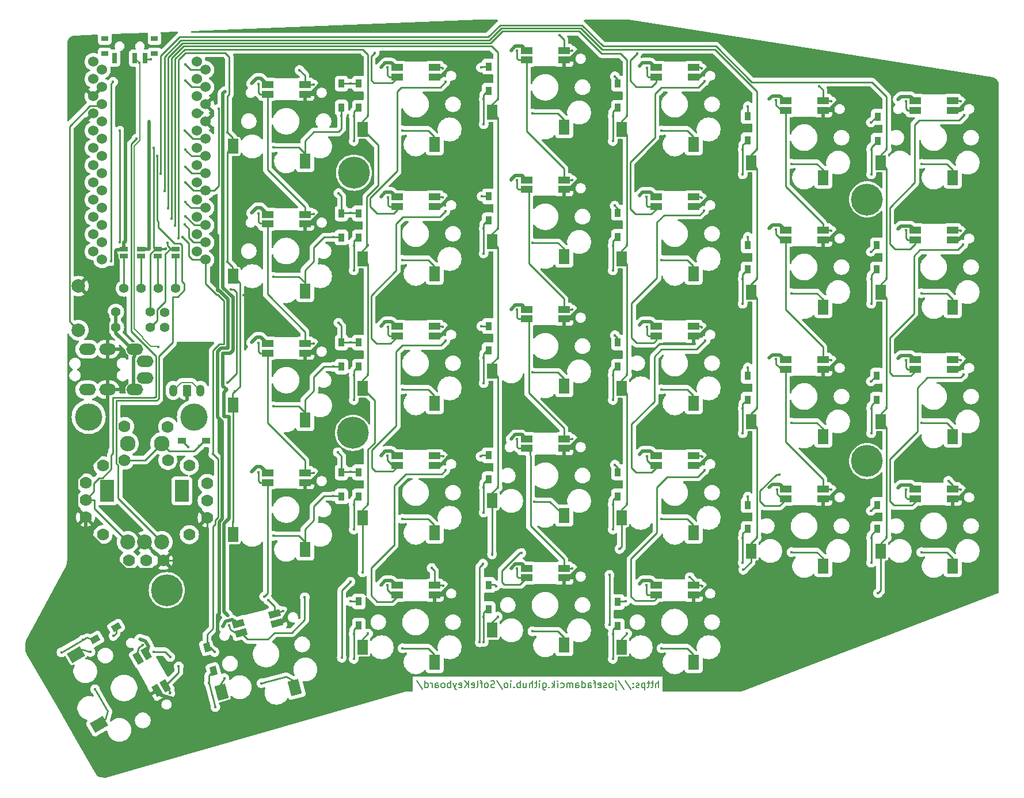
<source format=gbl>
G04 #@! TF.GenerationSoftware,KiCad,Pcbnew,8.0.6*
G04 #@! TF.CreationDate,2025-05-27T16:28:13+10:00*
G04 #@! TF.ProjectId,JofleKeyboard,4a6f666c-654b-4657-9962-6f6172642e6b,rev?*
G04 #@! TF.SameCoordinates,Original*
G04 #@! TF.FileFunction,Copper,L2,Bot*
G04 #@! TF.FilePolarity,Positive*
%FSLAX46Y46*%
G04 Gerber Fmt 4.6, Leading zero omitted, Abs format (unit mm)*
G04 Created by KiCad (PCBNEW 8.0.6) date 2025-05-27 16:28:13*
%MOMM*%
%LPD*%
G01*
G04 APERTURE LIST*
G04 Aperture macros list*
%AMRoundRect*
0 Rectangle with rounded corners*
0 $1 Rounding radius*
0 $2 $3 $4 $5 $6 $7 $8 $9 X,Y pos of 4 corners*
0 Add a 4 corners polygon primitive as box body*
4,1,4,$2,$3,$4,$5,$6,$7,$8,$9,$2,$3,0*
0 Add four circle primitives for the rounded corners*
1,1,$1+$1,$2,$3*
1,1,$1+$1,$4,$5*
1,1,$1+$1,$6,$7*
1,1,$1+$1,$8,$9*
0 Add four rect primitives between the rounded corners*
20,1,$1+$1,$2,$3,$4,$5,0*
20,1,$1+$1,$4,$5,$6,$7,0*
20,1,$1+$1,$6,$7,$8,$9,0*
20,1,$1+$1,$8,$9,$2,$3,0*%
%AMRotRect*
0 Rectangle, with rotation*
0 The origin of the aperture is its center*
0 $1 length*
0 $2 width*
0 $3 Rotation angle, in degrees counterclockwise*
0 Add horizontal line*
21,1,$1,$2,0,0,$3*%
G04 Aperture macros list end*
%ADD10C,0.150000*%
G04 #@! TA.AperFunction,NonConductor*
%ADD11C,0.150000*%
G04 #@! TD*
G04 #@! TA.AperFunction,ComponentPad*
%ADD12C,1.397000*%
G04 #@! TD*
G04 #@! TA.AperFunction,ComponentPad*
%ADD13O,2.500000X1.700000*%
G04 #@! TD*
G04 #@! TA.AperFunction,ComponentPad*
%ADD14C,4.700000*%
G04 #@! TD*
G04 #@! TA.AperFunction,ComponentPad*
%ADD15C,1.524000*%
G04 #@! TD*
G04 #@! TA.AperFunction,ComponentPad*
%ADD16C,2.000000*%
G04 #@! TD*
G04 #@! TA.AperFunction,SMDPad,CuDef*
%ADD17R,0.950000X1.300000*%
G04 #@! TD*
G04 #@! TA.AperFunction,SMDPad,CuDef*
%ADD18R,1.300000X0.950000*%
G04 #@! TD*
G04 #@! TA.AperFunction,SMDPad,CuDef*
%ADD19RotRect,1.300000X0.950000X210.000000*%
G04 #@! TD*
G04 #@! TA.AperFunction,SMDPad,CuDef*
%ADD20R,1.700000X1.000000*%
G04 #@! TD*
G04 #@! TA.AperFunction,SMDPad,CuDef*
%ADD21R,1.600000X2.200000*%
G04 #@! TD*
G04 #@! TA.AperFunction,SMDPad,CuDef*
%ADD22RotRect,1.700000X1.000000X120.000000*%
G04 #@! TD*
G04 #@! TA.AperFunction,SMDPad,CuDef*
%ADD23RotRect,1.600000X2.200000X120.000000*%
G04 #@! TD*
G04 #@! TA.AperFunction,ComponentPad*
%ADD24C,4.000000*%
G04 #@! TD*
G04 #@! TA.AperFunction,SMDPad,CuDef*
%ADD25RotRect,1.700000X1.000000X195.000000*%
G04 #@! TD*
G04 #@! TA.AperFunction,SMDPad,CuDef*
%ADD26RotRect,1.600000X2.200000X195.000000*%
G04 #@! TD*
G04 #@! TA.AperFunction,SMDPad,CuDef*
%ADD27RotRect,1.300000X0.950000X285.000000*%
G04 #@! TD*
G04 #@! TA.AperFunction,ComponentPad*
%ADD28C,2.200000*%
G04 #@! TD*
G04 #@! TA.AperFunction,ComponentPad*
%ADD29R,2.000000X3.200000*%
G04 #@! TD*
G04 #@! TA.AperFunction,ComponentPad*
%ADD30C,2.300000*%
G04 #@! TD*
G04 #@! TA.AperFunction,ComponentPad*
%ADD31C,1.778000*%
G04 #@! TD*
G04 #@! TA.AperFunction,ComponentPad*
%ADD32RoundRect,0.250000X0.350000X0.625000X-0.350000X0.625000X-0.350000X-0.625000X0.350000X-0.625000X0*%
G04 #@! TD*
G04 #@! TA.AperFunction,ComponentPad*
%ADD33O,1.200000X1.750000*%
G04 #@! TD*
G04 #@! TA.AperFunction,SMDPad,CuDef*
%ADD34R,1.143000X0.635000*%
G04 #@! TD*
G04 #@! TA.AperFunction,SMDPad,CuDef*
%ADD35R,1.000000X0.800000*%
G04 #@! TD*
G04 #@! TA.AperFunction,SMDPad,CuDef*
%ADD36R,0.700000X1.500000*%
G04 #@! TD*
G04 #@! TA.AperFunction,ViaPad*
%ADD37C,0.400000*%
G04 #@! TD*
G04 #@! TA.AperFunction,Conductor*
%ADD38C,0.250000*%
G04 #@! TD*
G04 #@! TA.AperFunction,Conductor*
%ADD39C,0.500000*%
G04 #@! TD*
G04 #@! TA.AperFunction,Conductor*
%ADD40C,0.200000*%
G04 #@! TD*
G04 APERTURE END LIST*
D10*
D11*
X175355906Y-133339459D02*
X175355906Y-132339459D01*
X174927335Y-133339459D02*
X174927335Y-132815649D01*
X174927335Y-132815649D02*
X174974954Y-132720411D01*
X174974954Y-132720411D02*
X175070192Y-132672792D01*
X175070192Y-132672792D02*
X175213049Y-132672792D01*
X175213049Y-132672792D02*
X175308287Y-132720411D01*
X175308287Y-132720411D02*
X175355906Y-132768030D01*
X174594001Y-132672792D02*
X174213049Y-132672792D01*
X174451144Y-132339459D02*
X174451144Y-133196601D01*
X174451144Y-133196601D02*
X174403525Y-133291840D01*
X174403525Y-133291840D02*
X174308287Y-133339459D01*
X174308287Y-133339459D02*
X174213049Y-133339459D01*
X174022572Y-132672792D02*
X173641620Y-132672792D01*
X173879715Y-132339459D02*
X173879715Y-133196601D01*
X173879715Y-133196601D02*
X173832096Y-133291840D01*
X173832096Y-133291840D02*
X173736858Y-133339459D01*
X173736858Y-133339459D02*
X173641620Y-133339459D01*
X173308286Y-132672792D02*
X173308286Y-133672792D01*
X173308286Y-132720411D02*
X173213048Y-132672792D01*
X173213048Y-132672792D02*
X173022572Y-132672792D01*
X173022572Y-132672792D02*
X172927334Y-132720411D01*
X172927334Y-132720411D02*
X172879715Y-132768030D01*
X172879715Y-132768030D02*
X172832096Y-132863268D01*
X172832096Y-132863268D02*
X172832096Y-133148982D01*
X172832096Y-133148982D02*
X172879715Y-133244220D01*
X172879715Y-133244220D02*
X172927334Y-133291840D01*
X172927334Y-133291840D02*
X173022572Y-133339459D01*
X173022572Y-133339459D02*
X173213048Y-133339459D01*
X173213048Y-133339459D02*
X173308286Y-133291840D01*
X172451143Y-133291840D02*
X172355905Y-133339459D01*
X172355905Y-133339459D02*
X172165429Y-133339459D01*
X172165429Y-133339459D02*
X172070191Y-133291840D01*
X172070191Y-133291840D02*
X172022572Y-133196601D01*
X172022572Y-133196601D02*
X172022572Y-133148982D01*
X172022572Y-133148982D02*
X172070191Y-133053744D01*
X172070191Y-133053744D02*
X172165429Y-133006125D01*
X172165429Y-133006125D02*
X172308286Y-133006125D01*
X172308286Y-133006125D02*
X172403524Y-132958506D01*
X172403524Y-132958506D02*
X172451143Y-132863268D01*
X172451143Y-132863268D02*
X172451143Y-132815649D01*
X172451143Y-132815649D02*
X172403524Y-132720411D01*
X172403524Y-132720411D02*
X172308286Y-132672792D01*
X172308286Y-132672792D02*
X172165429Y-132672792D01*
X172165429Y-132672792D02*
X172070191Y-132720411D01*
X171594000Y-133244220D02*
X171546381Y-133291840D01*
X171546381Y-133291840D02*
X171594000Y-133339459D01*
X171594000Y-133339459D02*
X171641619Y-133291840D01*
X171641619Y-133291840D02*
X171594000Y-133244220D01*
X171594000Y-133244220D02*
X171594000Y-133339459D01*
X171594000Y-132720411D02*
X171546381Y-132768030D01*
X171546381Y-132768030D02*
X171594000Y-132815649D01*
X171594000Y-132815649D02*
X171641619Y-132768030D01*
X171641619Y-132768030D02*
X171594000Y-132720411D01*
X171594000Y-132720411D02*
X171594000Y-132815649D01*
X170403525Y-132291840D02*
X171260667Y-133577554D01*
X169355906Y-132291840D02*
X170213048Y-133577554D01*
X169022572Y-132672792D02*
X169022572Y-133529935D01*
X169022572Y-133529935D02*
X169070191Y-133625173D01*
X169070191Y-133625173D02*
X169165429Y-133672792D01*
X169165429Y-133672792D02*
X169213048Y-133672792D01*
X169022572Y-132339459D02*
X169070191Y-132387078D01*
X169070191Y-132387078D02*
X169022572Y-132434697D01*
X169022572Y-132434697D02*
X168974953Y-132387078D01*
X168974953Y-132387078D02*
X169022572Y-132339459D01*
X169022572Y-132339459D02*
X169022572Y-132434697D01*
X168403525Y-133339459D02*
X168498763Y-133291840D01*
X168498763Y-133291840D02*
X168546382Y-133244220D01*
X168546382Y-133244220D02*
X168594001Y-133148982D01*
X168594001Y-133148982D02*
X168594001Y-132863268D01*
X168594001Y-132863268D02*
X168546382Y-132768030D01*
X168546382Y-132768030D02*
X168498763Y-132720411D01*
X168498763Y-132720411D02*
X168403525Y-132672792D01*
X168403525Y-132672792D02*
X168260668Y-132672792D01*
X168260668Y-132672792D02*
X168165430Y-132720411D01*
X168165430Y-132720411D02*
X168117811Y-132768030D01*
X168117811Y-132768030D02*
X168070192Y-132863268D01*
X168070192Y-132863268D02*
X168070192Y-133148982D01*
X168070192Y-133148982D02*
X168117811Y-133244220D01*
X168117811Y-133244220D02*
X168165430Y-133291840D01*
X168165430Y-133291840D02*
X168260668Y-133339459D01*
X168260668Y-133339459D02*
X168403525Y-133339459D01*
X167689239Y-133291840D02*
X167594001Y-133339459D01*
X167594001Y-133339459D02*
X167403525Y-133339459D01*
X167403525Y-133339459D02*
X167308287Y-133291840D01*
X167308287Y-133291840D02*
X167260668Y-133196601D01*
X167260668Y-133196601D02*
X167260668Y-133148982D01*
X167260668Y-133148982D02*
X167308287Y-133053744D01*
X167308287Y-133053744D02*
X167403525Y-133006125D01*
X167403525Y-133006125D02*
X167546382Y-133006125D01*
X167546382Y-133006125D02*
X167641620Y-132958506D01*
X167641620Y-132958506D02*
X167689239Y-132863268D01*
X167689239Y-132863268D02*
X167689239Y-132815649D01*
X167689239Y-132815649D02*
X167641620Y-132720411D01*
X167641620Y-132720411D02*
X167546382Y-132672792D01*
X167546382Y-132672792D02*
X167403525Y-132672792D01*
X167403525Y-132672792D02*
X167308287Y-132720411D01*
X166451144Y-133291840D02*
X166546382Y-133339459D01*
X166546382Y-133339459D02*
X166736858Y-133339459D01*
X166736858Y-133339459D02*
X166832096Y-133291840D01*
X166832096Y-133291840D02*
X166879715Y-133196601D01*
X166879715Y-133196601D02*
X166879715Y-132815649D01*
X166879715Y-132815649D02*
X166832096Y-132720411D01*
X166832096Y-132720411D02*
X166736858Y-132672792D01*
X166736858Y-132672792D02*
X166546382Y-132672792D01*
X166546382Y-132672792D02*
X166451144Y-132720411D01*
X166451144Y-132720411D02*
X166403525Y-132815649D01*
X166403525Y-132815649D02*
X166403525Y-132910887D01*
X166403525Y-132910887D02*
X166879715Y-133006125D01*
X166117810Y-132672792D02*
X165736858Y-132672792D01*
X165974953Y-133339459D02*
X165974953Y-132482316D01*
X165974953Y-132482316D02*
X165927334Y-132387078D01*
X165927334Y-132387078D02*
X165832096Y-132339459D01*
X165832096Y-132339459D02*
X165736858Y-132339459D01*
X164974953Y-133339459D02*
X164974953Y-132815649D01*
X164974953Y-132815649D02*
X165022572Y-132720411D01*
X165022572Y-132720411D02*
X165117810Y-132672792D01*
X165117810Y-132672792D02*
X165308286Y-132672792D01*
X165308286Y-132672792D02*
X165403524Y-132720411D01*
X164974953Y-133291840D02*
X165070191Y-133339459D01*
X165070191Y-133339459D02*
X165308286Y-133339459D01*
X165308286Y-133339459D02*
X165403524Y-133291840D01*
X165403524Y-133291840D02*
X165451143Y-133196601D01*
X165451143Y-133196601D02*
X165451143Y-133101363D01*
X165451143Y-133101363D02*
X165403524Y-133006125D01*
X165403524Y-133006125D02*
X165308286Y-132958506D01*
X165308286Y-132958506D02*
X165070191Y-132958506D01*
X165070191Y-132958506D02*
X164974953Y-132910887D01*
X164070191Y-133339459D02*
X164070191Y-132339459D01*
X164070191Y-133291840D02*
X164165429Y-133339459D01*
X164165429Y-133339459D02*
X164355905Y-133339459D01*
X164355905Y-133339459D02*
X164451143Y-133291840D01*
X164451143Y-133291840D02*
X164498762Y-133244220D01*
X164498762Y-133244220D02*
X164546381Y-133148982D01*
X164546381Y-133148982D02*
X164546381Y-132863268D01*
X164546381Y-132863268D02*
X164498762Y-132768030D01*
X164498762Y-132768030D02*
X164451143Y-132720411D01*
X164451143Y-132720411D02*
X164355905Y-132672792D01*
X164355905Y-132672792D02*
X164165429Y-132672792D01*
X164165429Y-132672792D02*
X164070191Y-132720411D01*
X163165429Y-133339459D02*
X163165429Y-132815649D01*
X163165429Y-132815649D02*
X163213048Y-132720411D01*
X163213048Y-132720411D02*
X163308286Y-132672792D01*
X163308286Y-132672792D02*
X163498762Y-132672792D01*
X163498762Y-132672792D02*
X163594000Y-132720411D01*
X163165429Y-133291840D02*
X163260667Y-133339459D01*
X163260667Y-133339459D02*
X163498762Y-133339459D01*
X163498762Y-133339459D02*
X163594000Y-133291840D01*
X163594000Y-133291840D02*
X163641619Y-133196601D01*
X163641619Y-133196601D02*
X163641619Y-133101363D01*
X163641619Y-133101363D02*
X163594000Y-133006125D01*
X163594000Y-133006125D02*
X163498762Y-132958506D01*
X163498762Y-132958506D02*
X163260667Y-132958506D01*
X163260667Y-132958506D02*
X163165429Y-132910887D01*
X162689238Y-133339459D02*
X162689238Y-132672792D01*
X162689238Y-132768030D02*
X162641619Y-132720411D01*
X162641619Y-132720411D02*
X162546381Y-132672792D01*
X162546381Y-132672792D02*
X162403524Y-132672792D01*
X162403524Y-132672792D02*
X162308286Y-132720411D01*
X162308286Y-132720411D02*
X162260667Y-132815649D01*
X162260667Y-132815649D02*
X162260667Y-133339459D01*
X162260667Y-132815649D02*
X162213048Y-132720411D01*
X162213048Y-132720411D02*
X162117810Y-132672792D01*
X162117810Y-132672792D02*
X161974953Y-132672792D01*
X161974953Y-132672792D02*
X161879714Y-132720411D01*
X161879714Y-132720411D02*
X161832095Y-132815649D01*
X161832095Y-132815649D02*
X161832095Y-133339459D01*
X160927334Y-133291840D02*
X161022572Y-133339459D01*
X161022572Y-133339459D02*
X161213048Y-133339459D01*
X161213048Y-133339459D02*
X161308286Y-133291840D01*
X161308286Y-133291840D02*
X161355905Y-133244220D01*
X161355905Y-133244220D02*
X161403524Y-133148982D01*
X161403524Y-133148982D02*
X161403524Y-132863268D01*
X161403524Y-132863268D02*
X161355905Y-132768030D01*
X161355905Y-132768030D02*
X161308286Y-132720411D01*
X161308286Y-132720411D02*
X161213048Y-132672792D01*
X161213048Y-132672792D02*
X161022572Y-132672792D01*
X161022572Y-132672792D02*
X160927334Y-132720411D01*
X160498762Y-133339459D02*
X160498762Y-132672792D01*
X160498762Y-132339459D02*
X160546381Y-132387078D01*
X160546381Y-132387078D02*
X160498762Y-132434697D01*
X160498762Y-132434697D02*
X160451143Y-132387078D01*
X160451143Y-132387078D02*
X160498762Y-132339459D01*
X160498762Y-132339459D02*
X160498762Y-132434697D01*
X160022572Y-133339459D02*
X160022572Y-132339459D01*
X159927334Y-132958506D02*
X159641620Y-133339459D01*
X159641620Y-132672792D02*
X160022572Y-133053744D01*
X159213048Y-133244220D02*
X159165429Y-133291840D01*
X159165429Y-133291840D02*
X159213048Y-133339459D01*
X159213048Y-133339459D02*
X159260667Y-133291840D01*
X159260667Y-133291840D02*
X159213048Y-133244220D01*
X159213048Y-133244220D02*
X159213048Y-133339459D01*
X158308287Y-132672792D02*
X158308287Y-133482316D01*
X158308287Y-133482316D02*
X158355906Y-133577554D01*
X158355906Y-133577554D02*
X158403525Y-133625173D01*
X158403525Y-133625173D02*
X158498763Y-133672792D01*
X158498763Y-133672792D02*
X158641620Y-133672792D01*
X158641620Y-133672792D02*
X158736858Y-133625173D01*
X158308287Y-133291840D02*
X158403525Y-133339459D01*
X158403525Y-133339459D02*
X158594001Y-133339459D01*
X158594001Y-133339459D02*
X158689239Y-133291840D01*
X158689239Y-133291840D02*
X158736858Y-133244220D01*
X158736858Y-133244220D02*
X158784477Y-133148982D01*
X158784477Y-133148982D02*
X158784477Y-132863268D01*
X158784477Y-132863268D02*
X158736858Y-132768030D01*
X158736858Y-132768030D02*
X158689239Y-132720411D01*
X158689239Y-132720411D02*
X158594001Y-132672792D01*
X158594001Y-132672792D02*
X158403525Y-132672792D01*
X158403525Y-132672792D02*
X158308287Y-132720411D01*
X157832096Y-133339459D02*
X157832096Y-132672792D01*
X157832096Y-132339459D02*
X157879715Y-132387078D01*
X157879715Y-132387078D02*
X157832096Y-132434697D01*
X157832096Y-132434697D02*
X157784477Y-132387078D01*
X157784477Y-132387078D02*
X157832096Y-132339459D01*
X157832096Y-132339459D02*
X157832096Y-132434697D01*
X157498763Y-132672792D02*
X157117811Y-132672792D01*
X157355906Y-132339459D02*
X157355906Y-133196601D01*
X157355906Y-133196601D02*
X157308287Y-133291840D01*
X157308287Y-133291840D02*
X157213049Y-133339459D01*
X157213049Y-133339459D02*
X157117811Y-133339459D01*
X156784477Y-133339459D02*
X156784477Y-132339459D01*
X156355906Y-133339459D02*
X156355906Y-132815649D01*
X156355906Y-132815649D02*
X156403525Y-132720411D01*
X156403525Y-132720411D02*
X156498763Y-132672792D01*
X156498763Y-132672792D02*
X156641620Y-132672792D01*
X156641620Y-132672792D02*
X156736858Y-132720411D01*
X156736858Y-132720411D02*
X156784477Y-132768030D01*
X155451144Y-132672792D02*
X155451144Y-133339459D01*
X155879715Y-132672792D02*
X155879715Y-133196601D01*
X155879715Y-133196601D02*
X155832096Y-133291840D01*
X155832096Y-133291840D02*
X155736858Y-133339459D01*
X155736858Y-133339459D02*
X155594001Y-133339459D01*
X155594001Y-133339459D02*
X155498763Y-133291840D01*
X155498763Y-133291840D02*
X155451144Y-133244220D01*
X154974953Y-133339459D02*
X154974953Y-132339459D01*
X154974953Y-132720411D02*
X154879715Y-132672792D01*
X154879715Y-132672792D02*
X154689239Y-132672792D01*
X154689239Y-132672792D02*
X154594001Y-132720411D01*
X154594001Y-132720411D02*
X154546382Y-132768030D01*
X154546382Y-132768030D02*
X154498763Y-132863268D01*
X154498763Y-132863268D02*
X154498763Y-133148982D01*
X154498763Y-133148982D02*
X154546382Y-133244220D01*
X154546382Y-133244220D02*
X154594001Y-133291840D01*
X154594001Y-133291840D02*
X154689239Y-133339459D01*
X154689239Y-133339459D02*
X154879715Y-133339459D01*
X154879715Y-133339459D02*
X154974953Y-133291840D01*
X154070191Y-133244220D02*
X154022572Y-133291840D01*
X154022572Y-133291840D02*
X154070191Y-133339459D01*
X154070191Y-133339459D02*
X154117810Y-133291840D01*
X154117810Y-133291840D02*
X154070191Y-133244220D01*
X154070191Y-133244220D02*
X154070191Y-133339459D01*
X153594001Y-133339459D02*
X153594001Y-132672792D01*
X153594001Y-132339459D02*
X153641620Y-132387078D01*
X153641620Y-132387078D02*
X153594001Y-132434697D01*
X153594001Y-132434697D02*
X153546382Y-132387078D01*
X153546382Y-132387078D02*
X153594001Y-132339459D01*
X153594001Y-132339459D02*
X153594001Y-132434697D01*
X152974954Y-133339459D02*
X153070192Y-133291840D01*
X153070192Y-133291840D02*
X153117811Y-133244220D01*
X153117811Y-133244220D02*
X153165430Y-133148982D01*
X153165430Y-133148982D02*
X153165430Y-132863268D01*
X153165430Y-132863268D02*
X153117811Y-132768030D01*
X153117811Y-132768030D02*
X153070192Y-132720411D01*
X153070192Y-132720411D02*
X152974954Y-132672792D01*
X152974954Y-132672792D02*
X152832097Y-132672792D01*
X152832097Y-132672792D02*
X152736859Y-132720411D01*
X152736859Y-132720411D02*
X152689240Y-132768030D01*
X152689240Y-132768030D02*
X152641621Y-132863268D01*
X152641621Y-132863268D02*
X152641621Y-133148982D01*
X152641621Y-133148982D02*
X152689240Y-133244220D01*
X152689240Y-133244220D02*
X152736859Y-133291840D01*
X152736859Y-133291840D02*
X152832097Y-133339459D01*
X152832097Y-133339459D02*
X152974954Y-133339459D01*
X151498764Y-132291840D02*
X152355906Y-133577554D01*
X151213049Y-133291840D02*
X151070192Y-133339459D01*
X151070192Y-133339459D02*
X150832097Y-133339459D01*
X150832097Y-133339459D02*
X150736859Y-133291840D01*
X150736859Y-133291840D02*
X150689240Y-133244220D01*
X150689240Y-133244220D02*
X150641621Y-133148982D01*
X150641621Y-133148982D02*
X150641621Y-133053744D01*
X150641621Y-133053744D02*
X150689240Y-132958506D01*
X150689240Y-132958506D02*
X150736859Y-132910887D01*
X150736859Y-132910887D02*
X150832097Y-132863268D01*
X150832097Y-132863268D02*
X151022573Y-132815649D01*
X151022573Y-132815649D02*
X151117811Y-132768030D01*
X151117811Y-132768030D02*
X151165430Y-132720411D01*
X151165430Y-132720411D02*
X151213049Y-132625173D01*
X151213049Y-132625173D02*
X151213049Y-132529935D01*
X151213049Y-132529935D02*
X151165430Y-132434697D01*
X151165430Y-132434697D02*
X151117811Y-132387078D01*
X151117811Y-132387078D02*
X151022573Y-132339459D01*
X151022573Y-132339459D02*
X150784478Y-132339459D01*
X150784478Y-132339459D02*
X150641621Y-132387078D01*
X150070192Y-133339459D02*
X150165430Y-133291840D01*
X150165430Y-133291840D02*
X150213049Y-133244220D01*
X150213049Y-133244220D02*
X150260668Y-133148982D01*
X150260668Y-133148982D02*
X150260668Y-132863268D01*
X150260668Y-132863268D02*
X150213049Y-132768030D01*
X150213049Y-132768030D02*
X150165430Y-132720411D01*
X150165430Y-132720411D02*
X150070192Y-132672792D01*
X150070192Y-132672792D02*
X149927335Y-132672792D01*
X149927335Y-132672792D02*
X149832097Y-132720411D01*
X149832097Y-132720411D02*
X149784478Y-132768030D01*
X149784478Y-132768030D02*
X149736859Y-132863268D01*
X149736859Y-132863268D02*
X149736859Y-133148982D01*
X149736859Y-133148982D02*
X149784478Y-133244220D01*
X149784478Y-133244220D02*
X149832097Y-133291840D01*
X149832097Y-133291840D02*
X149927335Y-133339459D01*
X149927335Y-133339459D02*
X150070192Y-133339459D01*
X149451144Y-132672792D02*
X149070192Y-132672792D01*
X149308287Y-133339459D02*
X149308287Y-132482316D01*
X149308287Y-132482316D02*
X149260668Y-132387078D01*
X149260668Y-132387078D02*
X149165430Y-132339459D01*
X149165430Y-132339459D02*
X149070192Y-132339459D01*
X148594001Y-133339459D02*
X148689239Y-133291840D01*
X148689239Y-133291840D02*
X148736858Y-133196601D01*
X148736858Y-133196601D02*
X148736858Y-132339459D01*
X147832096Y-133291840D02*
X147927334Y-133339459D01*
X147927334Y-133339459D02*
X148117810Y-133339459D01*
X148117810Y-133339459D02*
X148213048Y-133291840D01*
X148213048Y-133291840D02*
X148260667Y-133196601D01*
X148260667Y-133196601D02*
X148260667Y-132815649D01*
X148260667Y-132815649D02*
X148213048Y-132720411D01*
X148213048Y-132720411D02*
X148117810Y-132672792D01*
X148117810Y-132672792D02*
X147927334Y-132672792D01*
X147927334Y-132672792D02*
X147832096Y-132720411D01*
X147832096Y-132720411D02*
X147784477Y-132815649D01*
X147784477Y-132815649D02*
X147784477Y-132910887D01*
X147784477Y-132910887D02*
X148260667Y-133006125D01*
X147355905Y-133339459D02*
X147355905Y-132339459D01*
X146784477Y-133339459D02*
X147213048Y-132768030D01*
X146784477Y-132339459D02*
X147355905Y-132910887D01*
X145974953Y-133291840D02*
X146070191Y-133339459D01*
X146070191Y-133339459D02*
X146260667Y-133339459D01*
X146260667Y-133339459D02*
X146355905Y-133291840D01*
X146355905Y-133291840D02*
X146403524Y-133196601D01*
X146403524Y-133196601D02*
X146403524Y-132815649D01*
X146403524Y-132815649D02*
X146355905Y-132720411D01*
X146355905Y-132720411D02*
X146260667Y-132672792D01*
X146260667Y-132672792D02*
X146070191Y-132672792D01*
X146070191Y-132672792D02*
X145974953Y-132720411D01*
X145974953Y-132720411D02*
X145927334Y-132815649D01*
X145927334Y-132815649D02*
X145927334Y-132910887D01*
X145927334Y-132910887D02*
X146403524Y-133006125D01*
X145594000Y-132672792D02*
X145355905Y-133339459D01*
X145117810Y-132672792D02*
X145355905Y-133339459D01*
X145355905Y-133339459D02*
X145451143Y-133577554D01*
X145451143Y-133577554D02*
X145498762Y-133625173D01*
X145498762Y-133625173D02*
X145594000Y-133672792D01*
X144736857Y-133339459D02*
X144736857Y-132339459D01*
X144736857Y-132720411D02*
X144641619Y-132672792D01*
X144641619Y-132672792D02*
X144451143Y-132672792D01*
X144451143Y-132672792D02*
X144355905Y-132720411D01*
X144355905Y-132720411D02*
X144308286Y-132768030D01*
X144308286Y-132768030D02*
X144260667Y-132863268D01*
X144260667Y-132863268D02*
X144260667Y-133148982D01*
X144260667Y-133148982D02*
X144308286Y-133244220D01*
X144308286Y-133244220D02*
X144355905Y-133291840D01*
X144355905Y-133291840D02*
X144451143Y-133339459D01*
X144451143Y-133339459D02*
X144641619Y-133339459D01*
X144641619Y-133339459D02*
X144736857Y-133291840D01*
X143689238Y-133339459D02*
X143784476Y-133291840D01*
X143784476Y-133291840D02*
X143832095Y-133244220D01*
X143832095Y-133244220D02*
X143879714Y-133148982D01*
X143879714Y-133148982D02*
X143879714Y-132863268D01*
X143879714Y-132863268D02*
X143832095Y-132768030D01*
X143832095Y-132768030D02*
X143784476Y-132720411D01*
X143784476Y-132720411D02*
X143689238Y-132672792D01*
X143689238Y-132672792D02*
X143546381Y-132672792D01*
X143546381Y-132672792D02*
X143451143Y-132720411D01*
X143451143Y-132720411D02*
X143403524Y-132768030D01*
X143403524Y-132768030D02*
X143355905Y-132863268D01*
X143355905Y-132863268D02*
X143355905Y-133148982D01*
X143355905Y-133148982D02*
X143403524Y-133244220D01*
X143403524Y-133244220D02*
X143451143Y-133291840D01*
X143451143Y-133291840D02*
X143546381Y-133339459D01*
X143546381Y-133339459D02*
X143689238Y-133339459D01*
X142498762Y-133339459D02*
X142498762Y-132815649D01*
X142498762Y-132815649D02*
X142546381Y-132720411D01*
X142546381Y-132720411D02*
X142641619Y-132672792D01*
X142641619Y-132672792D02*
X142832095Y-132672792D01*
X142832095Y-132672792D02*
X142927333Y-132720411D01*
X142498762Y-133291840D02*
X142594000Y-133339459D01*
X142594000Y-133339459D02*
X142832095Y-133339459D01*
X142832095Y-133339459D02*
X142927333Y-133291840D01*
X142927333Y-133291840D02*
X142974952Y-133196601D01*
X142974952Y-133196601D02*
X142974952Y-133101363D01*
X142974952Y-133101363D02*
X142927333Y-133006125D01*
X142927333Y-133006125D02*
X142832095Y-132958506D01*
X142832095Y-132958506D02*
X142594000Y-132958506D01*
X142594000Y-132958506D02*
X142498762Y-132910887D01*
X142022571Y-133339459D02*
X142022571Y-132672792D01*
X142022571Y-132863268D02*
X141974952Y-132768030D01*
X141974952Y-132768030D02*
X141927333Y-132720411D01*
X141927333Y-132720411D02*
X141832095Y-132672792D01*
X141832095Y-132672792D02*
X141736857Y-132672792D01*
X140974952Y-133339459D02*
X140974952Y-132339459D01*
X140974952Y-133291840D02*
X141070190Y-133339459D01*
X141070190Y-133339459D02*
X141260666Y-133339459D01*
X141260666Y-133339459D02*
X141355904Y-133291840D01*
X141355904Y-133291840D02*
X141403523Y-133244220D01*
X141403523Y-133244220D02*
X141451142Y-133148982D01*
X141451142Y-133148982D02*
X141451142Y-132863268D01*
X141451142Y-132863268D02*
X141403523Y-132768030D01*
X141403523Y-132768030D02*
X141355904Y-132720411D01*
X141355904Y-132720411D02*
X141260666Y-132672792D01*
X141260666Y-132672792D02*
X141070190Y-132672792D01*
X141070190Y-132672792D02*
X140974952Y-132720411D01*
X139784476Y-132291840D02*
X140641618Y-133577554D01*
D12*
X95499272Y-80311965D03*
X100579272Y-80311965D03*
X95499272Y-78061965D03*
X100579272Y-78061965D03*
D13*
X98300000Y-89500000D03*
X98300000Y-83550000D03*
X94300000Y-89500000D03*
X94300000Y-83550000D03*
X91300000Y-89500000D03*
X91300000Y-83550000D03*
X99800000Y-87750000D03*
X99800000Y-85300000D03*
D12*
X102700000Y-80300000D03*
X102700000Y-78100000D03*
D14*
X103000000Y-119000000D03*
D15*
X92180000Y-41230000D03*
X108718815Y-42425745D03*
X92180000Y-43770000D03*
X108718815Y-44965745D03*
X92180000Y-46310000D03*
X108718815Y-47505745D03*
X92180000Y-48850000D03*
X108718815Y-50045745D03*
X92180000Y-51390000D03*
X108718815Y-52585745D03*
X92180000Y-53930000D03*
X108718815Y-55125745D03*
X92180000Y-56470000D03*
X108718815Y-57665745D03*
X92180000Y-59010000D03*
X108718815Y-60205745D03*
X92180000Y-61550000D03*
X108718815Y-62745745D03*
X92180000Y-64090000D03*
X108718815Y-65285745D03*
X92180000Y-66630000D03*
X108718815Y-67825745D03*
X92180000Y-69170000D03*
X108718815Y-70365745D03*
X93478815Y-70365745D03*
X107420000Y-69170000D03*
X93478815Y-67825745D03*
X107420000Y-66630000D03*
X93478815Y-65285745D03*
X107420000Y-64090000D03*
X93478815Y-62745745D03*
X107420000Y-61550000D03*
X93478815Y-60205745D03*
X107420000Y-59010000D03*
X93478815Y-57665745D03*
X107420000Y-56470000D03*
X93478815Y-55125745D03*
X107420000Y-53930000D03*
X93478815Y-52585745D03*
X107420000Y-51390000D03*
X93478815Y-50045745D03*
X107420000Y-48850000D03*
X93478815Y-47505745D03*
X107420000Y-46310000D03*
X93478815Y-44965745D03*
X107420000Y-43770000D03*
X93478815Y-42425745D03*
X107420000Y-41230000D03*
D16*
X90000000Y-74250000D03*
X90000000Y-80750000D03*
D17*
X128705000Y-44452000D03*
X128705000Y-48002000D03*
X131245000Y-44455000D03*
X131245000Y-48005000D03*
X150345000Y-41955000D03*
X150345000Y-45505000D03*
X169345000Y-44455000D03*
X169345000Y-48005000D03*
X188445000Y-49225000D03*
X188445000Y-52775000D03*
X207545000Y-49355000D03*
X207545000Y-52905000D03*
X128705000Y-82555000D03*
X128705000Y-86105000D03*
X128705000Y-101655000D03*
X128705000Y-105205000D03*
D18*
X105225000Y-97000000D03*
X108775000Y-97000000D03*
D19*
X95544195Y-124463500D03*
X92469805Y-126238500D03*
D20*
X117800000Y-44601000D03*
X117800000Y-46001000D03*
X123300000Y-46001000D03*
X123300000Y-44601000D03*
D21*
X123350000Y-55900000D03*
X112750000Y-53700000D03*
D20*
X155900000Y-39601000D03*
X155900000Y-41001000D03*
X161400000Y-41001000D03*
X161400000Y-39601000D03*
D21*
X161450000Y-50900000D03*
X150850000Y-48700000D03*
D20*
X117800000Y-82701000D03*
X117800000Y-84101000D03*
X123300000Y-84101000D03*
X123300000Y-82701000D03*
D21*
X123350000Y-94000000D03*
X112750000Y-91800000D03*
D20*
X136850000Y-80201000D03*
X136850000Y-81601000D03*
X142350000Y-81601000D03*
X142350000Y-80201000D03*
D21*
X142400000Y-91500000D03*
X131800000Y-89300000D03*
D20*
X117800000Y-101751000D03*
X117800000Y-103151000D03*
X123300000Y-103151000D03*
X123300000Y-101751000D03*
D21*
X123350000Y-113050000D03*
X112750000Y-110850000D03*
D20*
X155900000Y-96751000D03*
X155900000Y-98151000D03*
X161400000Y-98151000D03*
X161400000Y-96751000D03*
D21*
X161450000Y-108050000D03*
X150850000Y-105850000D03*
D20*
X194000000Y-104151000D03*
X194000000Y-105551000D03*
X199500000Y-105551000D03*
X199500000Y-104151000D03*
D21*
X199550000Y-115450000D03*
X188950000Y-113250000D03*
D22*
X100010671Y-128318930D03*
X98798236Y-129018930D03*
X101548236Y-133782070D03*
X102760671Y-133082070D03*
D23*
X93000450Y-138774871D03*
X89605706Y-128495002D03*
D24*
X91500000Y-93500000D03*
D12*
X96700000Y-74600000D03*
X99240000Y-74600000D03*
X101780000Y-74600000D03*
X104320000Y-74600000D03*
D24*
X107000000Y-93500000D03*
D25*
X113546340Y-123896719D03*
X113908687Y-125249015D03*
X119221279Y-123825510D03*
X118858932Y-122473214D03*
D26*
X121831625Y-133374269D03*
X111023409Y-133992714D03*
D20*
X213050000Y-66051000D03*
X213050000Y-67451000D03*
X218550000Y-67451000D03*
X218550000Y-66051000D03*
D21*
X218600000Y-77350000D03*
X208000000Y-75150000D03*
D20*
X213050000Y-85101000D03*
X213050000Y-86501000D03*
X218550000Y-86501000D03*
X218550000Y-85101000D03*
D21*
X218600000Y-96400000D03*
X208000000Y-94200000D03*
D20*
X213050000Y-104151000D03*
X213050000Y-105551000D03*
X218550000Y-105551000D03*
X218550000Y-104151000D03*
D21*
X218600000Y-115450000D03*
X208000000Y-113250000D03*
D20*
X174950000Y-42101000D03*
X174950000Y-43501000D03*
X180450000Y-43501000D03*
X180450000Y-42101000D03*
D21*
X180500000Y-53400000D03*
X169900000Y-51200000D03*
D14*
X206000000Y-61500000D03*
D17*
X128705000Y-63555000D03*
X128705000Y-67105000D03*
X131245000Y-63555000D03*
X131245000Y-67105000D03*
X150345000Y-61045000D03*
X150345000Y-64595000D03*
X169345000Y-63455000D03*
X169345000Y-67005000D03*
X188445000Y-68255000D03*
X188445000Y-71805000D03*
X207445000Y-68255000D03*
X207445000Y-71805000D03*
D20*
X194000000Y-47001000D03*
X194000000Y-48401000D03*
X199500000Y-48401000D03*
X199500000Y-47001000D03*
D21*
X199550000Y-58300000D03*
X188950000Y-56100000D03*
D20*
X136850000Y-61151000D03*
X136850000Y-62551000D03*
X142350000Y-62551000D03*
X142350000Y-61151000D03*
D21*
X142400000Y-72450000D03*
X131800000Y-70250000D03*
D20*
X174950000Y-61151000D03*
X174950000Y-62551000D03*
X180450000Y-62551000D03*
X180450000Y-61151000D03*
D21*
X180500000Y-72450000D03*
X169900000Y-70250000D03*
D20*
X155900000Y-58651000D03*
X155900000Y-60051000D03*
X161400000Y-60051000D03*
X161400000Y-58651000D03*
D21*
X161450000Y-69950000D03*
X150850000Y-67750000D03*
D20*
X174950000Y-80201000D03*
X174950000Y-81601000D03*
X180450000Y-81601000D03*
X180450000Y-80201000D03*
D21*
X180500000Y-91500000D03*
X169900000Y-89300000D03*
D20*
X213050000Y-47001000D03*
X213050000Y-48401000D03*
X218550000Y-48401000D03*
X218550000Y-47001000D03*
D21*
X218600000Y-58300000D03*
X208000000Y-56100000D03*
D20*
X117800000Y-63701000D03*
X117800000Y-65101000D03*
X123300000Y-65101000D03*
X123300000Y-63701000D03*
D21*
X123350000Y-75000000D03*
X112750000Y-72800000D03*
D20*
X174950000Y-118301000D03*
X174950000Y-119701000D03*
X180450000Y-119701000D03*
X180450000Y-118301000D03*
D21*
X180500000Y-129600000D03*
X169900000Y-127400000D03*
D20*
X194000000Y-66051000D03*
X194000000Y-67451000D03*
X199500000Y-67451000D03*
X199500000Y-66051000D03*
D21*
X199550000Y-77350000D03*
X188950000Y-75150000D03*
D20*
X174950000Y-99251000D03*
X174950000Y-100651000D03*
X180450000Y-100651000D03*
X180450000Y-99251000D03*
D21*
X180500000Y-110550000D03*
X169900000Y-108350000D03*
D20*
X194000000Y-85101000D03*
X194000000Y-86501000D03*
X199500000Y-86501000D03*
X199500000Y-85101000D03*
D21*
X199550000Y-96400000D03*
X188950000Y-94200000D03*
D20*
X155900000Y-115801000D03*
X155900000Y-117201000D03*
X161400000Y-117201000D03*
X161400000Y-115801000D03*
D21*
X161450000Y-127100000D03*
X150850000Y-124900000D03*
D20*
X155900000Y-77701000D03*
X155900000Y-79101000D03*
X161400000Y-79101000D03*
X161400000Y-77701000D03*
D21*
X161450000Y-89000000D03*
X150850000Y-86800000D03*
D20*
X136850000Y-42101000D03*
X136850000Y-43501000D03*
X142350000Y-43501000D03*
X142350000Y-42101000D03*
D21*
X142400000Y-53400000D03*
X131800000Y-51200000D03*
D27*
X108914596Y-127446482D03*
X109833404Y-130875518D03*
D20*
X136850000Y-99251000D03*
X136850000Y-100651000D03*
X142350000Y-100651000D03*
X142350000Y-99251000D03*
D21*
X142400000Y-110550000D03*
X131800000Y-108350000D03*
D14*
X206000000Y-100000000D03*
D17*
X150345000Y-80145000D03*
X150345000Y-83695000D03*
X169345000Y-82555000D03*
X169345000Y-86105000D03*
X188445000Y-87455000D03*
X188445000Y-91005000D03*
X207445000Y-87455000D03*
X207445000Y-91005000D03*
X131245000Y-120655000D03*
X131245000Y-124205000D03*
X150345000Y-118245000D03*
X150345000Y-121795000D03*
X207495000Y-106455000D03*
X207495000Y-110005000D03*
X131245000Y-101655000D03*
X131245000Y-105205000D03*
X150345000Y-99145000D03*
X150345000Y-102695000D03*
X169345000Y-101655000D03*
X169345000Y-105205000D03*
X188445000Y-106455000D03*
X188445000Y-110005000D03*
X131245000Y-82555000D03*
X131245000Y-86105000D03*
X169345000Y-120755000D03*
X169345000Y-124305000D03*
D20*
X136850000Y-118301000D03*
X136850000Y-119701000D03*
X142350000Y-119701000D03*
X142350000Y-118301000D03*
D21*
X142400000Y-129600000D03*
X131800000Y-127400000D03*
D14*
X130527120Y-57573640D03*
X130375120Y-95852640D03*
D28*
X97239120Y-111902640D03*
X102239120Y-111902640D03*
X99739120Y-111902640D03*
D29*
X94241070Y-104402640D03*
X105237170Y-104402640D03*
D30*
X102239120Y-97402640D03*
X97239120Y-97402640D03*
D31*
X96790120Y-94929840D03*
X103140120Y-94949640D03*
X96790120Y-99869840D03*
X103150120Y-99889840D03*
X97440120Y-114619840D03*
X99980120Y-114639840D03*
X102520120Y-114619840D03*
X93615120Y-100679840D03*
X93615120Y-110809840D03*
X106315120Y-110824640D03*
X106315120Y-100664640D03*
X91075120Y-103204640D03*
X108954120Y-103277440D03*
X91060120Y-105729840D03*
X108939120Y-105802640D03*
X91060120Y-108269840D03*
X108939120Y-108342640D03*
D32*
X105939120Y-89602640D03*
D33*
X107939120Y-89602640D03*
X103939120Y-89602640D03*
D34*
X101700000Y-69800380D03*
X101700000Y-68799620D03*
X99200000Y-69800380D03*
X99200000Y-68799620D03*
X96700000Y-69800380D03*
X96700000Y-68799620D03*
X104300000Y-69800380D03*
X104300000Y-68799620D03*
D35*
X93889120Y-37847640D03*
X93889120Y-40057640D03*
X101189120Y-37847640D03*
X101189120Y-40057640D03*
D36*
X99789120Y-40707640D03*
X98289120Y-40707640D03*
X95289120Y-40707640D03*
D37*
X211721643Y-47016402D03*
X118674000Y-53861000D03*
X128705000Y-49210360D03*
X170485000Y-120655000D03*
X151412407Y-118391593D03*
X130002940Y-120654080D03*
X105327833Y-67072169D03*
X95141015Y-125740985D03*
X110034374Y-128119626D03*
X109826120Y-98975640D03*
X106143120Y-97959640D03*
X137674000Y-51361000D03*
X130506000Y-52919000D03*
X130506000Y-49252000D03*
X149606000Y-50419000D03*
X149606000Y-46752000D03*
X156774000Y-48861000D03*
X105700000Y-59000000D03*
X149217240Y-42100760D03*
X130002940Y-44454080D03*
X206556000Y-50167000D03*
X110602000Y-48150240D03*
X168907000Y-43381990D03*
X188445000Y-47800520D03*
X168606000Y-52919000D03*
X168606000Y-49252000D03*
X175774000Y-51361000D03*
X206556000Y-69203500D03*
X130002940Y-63490580D03*
X168881120Y-62418490D03*
X149309500Y-61045000D03*
X188445000Y-67006400D03*
X105700000Y-61900000D03*
X128241120Y-60586489D03*
X187706000Y-54152000D03*
X187706000Y-57819000D03*
X194874000Y-56261000D03*
X130002940Y-82554080D03*
X105732756Y-63957326D03*
X168907000Y-81481990D03*
X128241120Y-79646240D03*
X188445000Y-86238340D03*
X206556000Y-88267000D03*
X149266320Y-80145000D03*
X213974000Y-56261000D03*
X206615500Y-57819000D03*
X206615500Y-54152000D03*
X149138500Y-99329500D03*
X188445000Y-105255320D03*
X112439120Y-74727640D03*
X128139520Y-98699989D03*
X130002940Y-101604080D03*
X105600000Y-65200000D03*
X168907000Y-100531990D03*
X111902000Y-88498138D03*
X206556000Y-107317000D03*
X118674000Y-72897500D03*
X127462940Y-67046580D03*
X137674000Y-70397500D03*
X130506000Y-71955500D03*
X130506000Y-68288500D03*
X156774000Y-67897500D03*
X149606000Y-69455500D03*
X149606000Y-65788500D03*
X175774000Y-70397500D03*
X168606000Y-71955500D03*
X168606000Y-68288500D03*
X187706000Y-73188500D03*
X187706000Y-76855500D03*
X194874000Y-75297500D03*
X213974000Y-75297500D03*
X206615500Y-76855500D03*
X206615500Y-73188500D03*
X127462940Y-86110080D03*
X118674000Y-91961000D03*
X137674000Y-89461000D03*
X130506000Y-91019000D03*
X130506000Y-87352000D03*
X156774000Y-86961000D03*
X149606000Y-88519000D03*
X149606000Y-84852000D03*
X168606000Y-87352000D03*
X168606000Y-91019000D03*
X175774000Y-89461000D03*
X194874000Y-94361000D03*
X187706000Y-95919000D03*
X187706000Y-92252000D03*
X213974000Y-94361000D03*
X206615500Y-92252000D03*
X206615500Y-95919000D03*
X118674000Y-111011000D03*
X127462940Y-105160080D03*
X130506000Y-110069000D03*
X137674000Y-108511000D03*
X130506000Y-106402000D03*
X149606000Y-107569000D03*
X149606000Y-103902000D03*
X157023630Y-106011000D03*
X168606000Y-106402000D03*
X175774000Y-108511000D03*
X168606000Y-110069000D03*
X187706000Y-111302000D03*
X194874000Y-113411000D03*
X187706000Y-114969000D03*
X206615500Y-111302000D03*
X213974000Y-113411000D03*
X206615500Y-114969000D03*
X92434759Y-133580730D03*
X87501492Y-128152060D03*
X90677207Y-126318560D03*
X116910669Y-132704788D03*
X109191120Y-132630640D03*
X110143620Y-136186640D03*
X130506000Y-125452000D03*
X130506000Y-129119000D03*
X137674000Y-127561000D03*
X134520000Y-99189000D03*
X153610002Y-96774000D03*
X210566000Y-103929998D03*
X172498998Y-99060000D03*
X191548499Y-103909501D03*
X115470000Y-101602000D03*
X153610002Y-115824000D03*
X172498998Y-118110000D03*
X134520000Y-118239000D03*
X111252089Y-124365260D03*
X98999004Y-126216015D03*
X111560000Y-45595000D03*
X210566000Y-46779998D03*
X153610002Y-77724000D03*
X172498998Y-80010000D03*
X115470000Y-63488500D03*
X191548499Y-65796001D03*
X153610002Y-58660500D03*
X210566000Y-65816498D03*
X191548499Y-84859501D03*
X134520000Y-80139000D03*
X134520000Y-61075500D03*
X134520000Y-42039000D03*
X111252000Y-84102640D03*
X100400000Y-50045745D03*
X115470000Y-44452000D03*
X172498998Y-41910000D03*
X111959443Y-122729443D03*
X191548499Y-46759501D03*
X153610002Y-39624000D03*
X115470000Y-82552000D03*
X112139120Y-102302640D03*
X111827640Y-89501440D03*
X210566000Y-84879998D03*
X111252000Y-64873000D03*
X100400008Y-68800000D03*
X172498998Y-60946500D03*
X182782000Y-99314000D03*
X125663998Y-101600000D03*
X144526000Y-99237998D03*
X220823998Y-104140000D03*
X163845008Y-96787998D03*
X201876002Y-104187998D03*
X163845008Y-115837998D03*
X182782000Y-118364000D03*
X144526000Y-118287998D03*
X120929824Y-121822845D03*
X103959570Y-134905964D03*
X114271120Y-75607640D03*
X163845008Y-77737998D03*
X182782000Y-42164000D03*
X104936620Y-124248640D03*
X111139120Y-102402640D03*
X144526000Y-80187998D03*
X220823998Y-46990000D03*
X220823998Y-66026500D03*
X110497745Y-66794255D03*
X96700000Y-67800000D03*
X182782000Y-61200500D03*
X125663998Y-63486500D03*
X163845008Y-58674498D03*
X115287120Y-113771140D03*
X96900000Y-44965745D03*
X125663998Y-82550000D03*
X110497745Y-74902640D03*
X144526000Y-42087998D03*
X201876002Y-66074498D03*
X201876002Y-47037998D03*
X182782000Y-80264000D03*
X115223620Y-57637140D03*
X220823998Y-85090000D03*
X144526000Y-61124498D03*
X110497745Y-84811745D03*
X125663998Y-44450000D03*
X201876002Y-85137998D03*
X125116920Y-96867440D03*
X109755000Y-125986000D03*
X163845008Y-39637998D03*
X96900000Y-48800000D03*
X149767620Y-36745640D03*
X208892000Y-111254000D03*
X208892000Y-54104000D03*
X170692000Y-125404000D03*
X208892000Y-73140500D03*
X102117351Y-57700640D03*
X207616120Y-119422640D03*
X208892000Y-92204000D03*
X189792000Y-111254000D03*
X151692000Y-122904000D03*
X189792000Y-54104000D03*
X189792000Y-92204000D03*
X168119120Y-124121640D03*
X168119120Y-116755640D03*
X102642351Y-60240640D03*
X189792000Y-73140500D03*
X187804120Y-115993640D03*
X170692000Y-106354000D03*
X132592000Y-125404000D03*
X103167351Y-62780640D03*
X170692000Y-87304000D03*
X149007881Y-126666503D03*
X149513620Y-115104640D03*
X170692000Y-68240500D03*
X169579620Y-112945640D03*
X170692000Y-49204000D03*
X151692000Y-103854000D03*
X111443561Y-131936606D03*
X151692000Y-65740500D03*
X151692000Y-84804000D03*
X130019120Y-117749989D03*
X150844181Y-113704701D03*
X128749120Y-128947640D03*
X103692351Y-64287640D03*
X151692000Y-46704000D03*
X132592000Y-106354000D03*
X132592000Y-68240500D03*
X132592000Y-87304000D03*
X91761776Y-128101089D03*
X131797120Y-116374640D03*
X132592000Y-49204000D03*
X104217351Y-65373666D03*
X105600000Y-51400000D03*
X96050000Y-67805847D03*
X96100000Y-51390000D03*
X103100000Y-67900000D03*
X124602379Y-44592379D03*
X122526120Y-42460640D03*
X105700006Y-41600000D03*
X105700018Y-54200000D03*
X101050008Y-53930000D03*
X102826022Y-68770500D03*
X156774000Y-125061000D03*
X149606000Y-126619000D03*
X149606000Y-122952000D03*
X175774000Y-127561000D03*
X168606000Y-129119000D03*
X168606000Y-125452000D03*
X95100000Y-44200000D03*
X94800000Y-70600000D03*
X105700000Y-44000000D03*
X124602379Y-63628879D03*
X116471155Y-44512918D03*
X135550250Y-61186510D03*
X143989120Y-44211010D03*
X143600000Y-42194758D03*
X107775000Y-97775000D03*
X111921620Y-51604640D03*
X112739120Y-108975000D03*
X111921620Y-70654640D03*
X113001120Y-89768140D03*
X104742351Y-67229150D03*
X101588120Y-55125745D03*
X98514255Y-52585745D03*
X162650012Y-39629978D03*
X133575120Y-39920640D03*
X160753120Y-37325000D03*
X135480000Y-42079760D03*
X162650012Y-58666478D03*
X154525955Y-39620713D03*
X173577119Y-61105381D03*
X182089120Y-44111640D03*
X181700012Y-42213999D03*
X198916620Y-44818000D03*
X200762362Y-47043647D03*
X172183120Y-39992000D03*
X173647499Y-42139261D03*
X200762362Y-66080147D03*
X192622667Y-46914429D03*
X219807379Y-47087379D03*
X220252620Y-49128140D03*
X211721643Y-66052902D03*
X116471155Y-63549418D03*
X124602379Y-82692379D03*
X143989120Y-63247510D03*
X143608120Y-61183843D03*
X135543500Y-80243260D03*
X162650012Y-77729978D03*
X154525955Y-58657213D03*
X181708120Y-61256640D03*
X173647499Y-80239261D03*
X182025620Y-63161640D03*
X200762362Y-85143647D03*
X192622667Y-65950929D03*
X211721643Y-85116402D03*
X219807379Y-66123879D03*
X220125620Y-68178140D03*
X124602379Y-101742379D03*
X116471155Y-82612918D03*
X135473127Y-99222873D03*
X143989120Y-82311010D03*
X143608120Y-80247343D03*
X154525955Y-77720713D03*
X162650012Y-96779978D03*
X181700012Y-80313999D03*
X182216120Y-82311010D03*
X173647499Y-99289261D03*
X192622667Y-85014429D03*
X200762362Y-104193647D03*
X219807379Y-85187379D03*
X220189120Y-87291640D03*
X211743620Y-104166401D03*
X103468847Y-134174698D03*
X104746120Y-130217640D03*
X116493500Y-101706260D03*
X117319120Y-119930640D03*
X135473127Y-118272873D03*
X143629869Y-99314889D03*
X143989120Y-101361010D03*
X154525955Y-96770713D03*
X162650002Y-115829977D03*
X173577119Y-118268881D03*
X182089120Y-101325140D03*
X181729128Y-99377648D03*
X192749998Y-104182640D03*
X217966620Y-102912640D03*
X219807379Y-104237379D03*
X193074620Y-101968000D03*
X120096468Y-122107581D03*
X99446233Y-127058383D03*
X103491120Y-128820640D03*
X101063120Y-128058640D03*
X117904932Y-120463425D03*
X112181506Y-124151291D03*
X123288120Y-120039736D03*
X141957120Y-115739640D03*
X143678106Y-118359344D03*
X154525955Y-115820713D03*
X179930120Y-117073140D03*
X155165120Y-113534150D03*
X181729128Y-118427648D03*
X100639120Y-40855140D03*
X101739120Y-83202640D03*
X98961620Y-41380140D03*
X105699992Y-56700000D03*
D38*
X211950000Y-48401000D02*
X213050000Y-48401000D01*
X211721643Y-48172643D02*
X211950000Y-48401000D01*
X211721643Y-47016402D02*
X211721643Y-48172643D01*
X123300000Y-54733000D02*
X122428000Y-53861000D01*
X128705000Y-51089960D02*
X128705000Y-49210360D01*
X123300000Y-55850000D02*
X123350000Y-55900000D01*
X128705000Y-49210360D02*
X128705000Y-48002000D01*
X123300000Y-54733000D02*
X123300000Y-55850000D01*
X128230960Y-51564000D02*
X128705000Y-51089960D01*
X119126000Y-53861000D02*
X118674000Y-53861000D01*
X124641000Y-51564000D02*
X128230960Y-51564000D01*
X124641000Y-51564000D02*
X123300000Y-52905000D01*
X123300000Y-52905000D02*
X123300000Y-54733000D01*
X122428000Y-53861000D02*
X119126000Y-53861000D01*
X169345000Y-120655000D02*
X170485000Y-120655000D01*
X151175814Y-118155000D02*
X151412407Y-118391593D01*
X150345000Y-118155000D02*
X151175814Y-118155000D01*
X111439120Y-82827640D02*
X111439120Y-76450001D01*
X109826120Y-124629640D02*
X109826120Y-109601520D01*
X110125000Y-108700398D02*
X110564120Y-108261278D01*
X110259572Y-75477640D02*
X108718815Y-73936883D01*
X95544195Y-124463500D02*
X95544195Y-125337805D01*
X108718815Y-73936883D02*
X108718815Y-70365745D01*
X108770000Y-70370000D02*
X106770000Y-70370000D01*
X109826120Y-98975640D02*
X109826120Y-83725399D01*
X109826120Y-83725399D02*
X110723879Y-82827640D01*
X111439120Y-76450001D02*
X110466759Y-75477640D01*
X110564120Y-108261278D02*
X110564120Y-99713640D01*
X109826120Y-109601520D02*
X110125000Y-109302640D01*
X131245000Y-120655000D02*
X130003860Y-120655000D01*
X105225000Y-97041520D02*
X106143120Y-97959640D01*
X110723879Y-82827640D02*
X111439120Y-82827640D01*
X105527832Y-67272168D02*
X105327833Y-67072169D01*
X95544195Y-125337805D02*
X95141015Y-125740985D01*
X108914596Y-127446482D02*
X108914596Y-125541164D01*
X109361230Y-127446482D02*
X110034374Y-128119626D01*
X130003860Y-120655000D02*
X130002940Y-120654080D01*
X108914596Y-127446482D02*
X109361230Y-127446482D01*
X108914596Y-125541164D02*
X109826120Y-124629640D01*
X110466759Y-75477640D02*
X110259572Y-75477640D01*
X106770000Y-70370000D02*
X106200000Y-69800000D01*
X105225000Y-97000000D02*
X105225000Y-97041520D01*
X106200000Y-67944336D02*
X105527832Y-67272168D01*
X110125000Y-109302640D02*
X110125000Y-108700398D01*
X106200000Y-69800000D02*
X106200000Y-67944336D01*
X110564120Y-99713640D02*
X109826120Y-98975640D01*
X130506000Y-48614000D02*
X131245000Y-47875000D01*
X130506000Y-49252000D02*
X130506000Y-48614000D01*
X138126000Y-51361000D02*
X141428000Y-51361000D01*
X142300000Y-52233000D02*
X142300000Y-53400000D01*
X141428000Y-51361000D02*
X142300000Y-52233000D01*
X130506000Y-52919000D02*
X130506000Y-49252000D01*
X138126000Y-51361000D02*
X137674000Y-51361000D01*
X157226000Y-48861000D02*
X156774000Y-48861000D01*
X149606000Y-50419000D02*
X149606000Y-46752000D01*
X149606000Y-46114000D02*
X150345000Y-45375000D01*
X161400000Y-49733000D02*
X161400000Y-50900000D01*
X149606000Y-46752000D02*
X149606000Y-46114000D01*
X157226000Y-48861000D02*
X160528000Y-48861000D01*
X160528000Y-48861000D02*
X161400000Y-49733000D01*
X188445000Y-49225000D02*
X188445000Y-47800520D01*
X150345000Y-41955000D02*
X149363000Y-41955000D01*
X110602000Y-48150240D02*
X110602000Y-59540960D01*
X110602000Y-59540960D02*
X109937215Y-60205745D01*
X128708000Y-44455000D02*
X128705000Y-44452000D01*
X109937215Y-60205745D02*
X108718815Y-60205745D01*
X207545000Y-49355000D02*
X207368000Y-49355000D01*
X169345000Y-44455000D02*
X169345000Y-43819990D01*
X149363000Y-41955000D02*
X149217240Y-42100760D01*
X169345000Y-43819990D02*
X168907000Y-43381990D01*
X106910000Y-60210000D02*
X105899999Y-59199999D01*
X108770000Y-60210000D02*
X106910000Y-60210000D01*
X207368000Y-49355000D02*
X206556000Y-50167000D01*
X131245000Y-44455000D02*
X128708000Y-44455000D01*
X105899999Y-59199999D02*
X105700000Y-59000000D01*
X176226000Y-51361000D02*
X175774000Y-51361000D01*
X168606000Y-48614000D02*
X169345000Y-47875000D01*
X168606000Y-49252000D02*
X168606000Y-48614000D01*
X180400000Y-52233000D02*
X180400000Y-53400000D01*
X168606000Y-52919000D02*
X168606000Y-49252000D01*
X176226000Y-51361000D02*
X179528000Y-51361000D01*
X179528000Y-51361000D02*
X180400000Y-52233000D01*
X207368000Y-68391500D02*
X206556000Y-69203500D01*
X207545000Y-68391500D02*
X207368000Y-68391500D01*
X128708000Y-63491500D02*
X128705000Y-63488500D01*
X131245000Y-63491500D02*
X128708000Y-63491500D01*
X105899999Y-62099999D02*
X105700000Y-61900000D01*
X106550000Y-62750000D02*
X105899999Y-62099999D01*
X150345000Y-61045000D02*
X149309500Y-61045000D01*
X108770000Y-62750000D02*
X106550000Y-62750000D01*
X188445000Y-68255000D02*
X188445000Y-67006400D01*
X128705000Y-61050369D02*
X128241120Y-60586489D01*
X169345000Y-63455000D02*
X169345000Y-62882370D01*
X169345000Y-62882370D02*
X168881120Y-62418490D01*
X128705000Y-63555000D02*
X128705000Y-61050369D01*
X187706000Y-57819000D02*
X187706000Y-54152000D01*
X199500000Y-57133000D02*
X199500000Y-58300000D01*
X195326000Y-56261000D02*
X194874000Y-56261000D01*
X195326000Y-56261000D02*
X198628000Y-56261000D01*
X187706000Y-54152000D02*
X187706000Y-53514000D01*
X198628000Y-56261000D02*
X199500000Y-57133000D01*
X187706000Y-53514000D02*
X188445000Y-52775000D01*
X107061175Y-65285745D02*
X105732756Y-63957326D01*
X207545000Y-87455000D02*
X207368000Y-87455000D01*
X128708000Y-82555000D02*
X128705000Y-82552000D01*
X169345000Y-82555000D02*
X169345000Y-81919990D01*
X128705000Y-80110120D02*
X128241120Y-79646240D01*
X131245000Y-82555000D02*
X128708000Y-82555000D01*
X169345000Y-81919990D02*
X168907000Y-81481990D01*
X207368000Y-87455000D02*
X206556000Y-88267000D01*
X108718815Y-65285745D02*
X107061175Y-65285745D01*
X150345000Y-80145000D02*
X149266320Y-80145000D01*
X188445000Y-87455000D02*
X188445000Y-86238340D01*
X128705000Y-82555000D02*
X128705000Y-80110120D01*
X206615500Y-53834500D02*
X207545000Y-52905000D01*
X218600000Y-57133000D02*
X218600000Y-58300000D01*
X206615500Y-54152000D02*
X206615500Y-53834500D01*
X214426000Y-56261000D02*
X217728000Y-56261000D01*
X217728000Y-56261000D02*
X218600000Y-57133000D01*
X206615500Y-57819000D02*
X206615500Y-54152000D01*
X214426000Y-56261000D02*
X213974000Y-56261000D01*
X207368000Y-106505000D02*
X206556000Y-107317000D01*
X106887507Y-67830000D02*
X106200000Y-67142493D01*
X169345000Y-100969990D02*
X168907000Y-100531990D01*
X128708000Y-101605000D02*
X128705000Y-101602000D01*
X105799999Y-65399999D02*
X105600000Y-65200000D01*
X131245000Y-101605000D02*
X128708000Y-101605000D01*
X113289120Y-75152640D02*
X113289120Y-87111018D01*
X113289120Y-87111018D02*
X111902000Y-88498138D01*
X149365360Y-99102640D02*
X150302640Y-99102640D01*
X169345000Y-101655000D02*
X169345000Y-100969990D01*
X108770000Y-67830000D02*
X106887507Y-67830000D01*
X112864120Y-74727640D02*
X113289120Y-75152640D01*
X150302640Y-99102640D02*
X150345000Y-99145000D01*
X128705000Y-101655000D02*
X128705000Y-99265469D01*
X112439120Y-74727640D02*
X112864120Y-74727640D01*
X106200000Y-67142493D02*
X106200000Y-65800000D01*
X149138500Y-99329500D02*
X149365360Y-99102640D01*
X188445000Y-106455000D02*
X188445000Y-105255320D01*
X128705000Y-99265469D02*
X128139520Y-98699989D01*
X106200000Y-65800000D02*
X105799999Y-65399999D01*
X207545000Y-106505000D02*
X207368000Y-106505000D01*
X119126000Y-72897500D02*
X122428000Y-72897500D01*
X119126000Y-72897500D02*
X118674000Y-72897500D01*
X122428000Y-72897500D02*
X123300000Y-73769500D01*
X123300000Y-73769500D02*
X123300000Y-74936500D01*
X123300000Y-74936500D02*
X123300000Y-71941500D01*
X123300000Y-71941500D02*
X124641000Y-70600500D01*
X124641000Y-70600500D02*
X124641000Y-68568500D01*
X126162920Y-67046580D02*
X124641000Y-68568500D01*
X127462940Y-67046580D02*
X126162920Y-67046580D01*
X127471020Y-67038500D02*
X127462940Y-67046580D01*
X128705000Y-67038500D02*
X127471020Y-67038500D01*
X130506000Y-67650500D02*
X131245000Y-66911500D01*
X130506000Y-68288500D02*
X130506000Y-67650500D01*
X138126000Y-70397500D02*
X141428000Y-70397500D01*
X142300000Y-71269500D02*
X142300000Y-72436500D01*
X141428000Y-70397500D02*
X142300000Y-71269500D01*
X130506000Y-71955500D02*
X130506000Y-68288500D01*
X138126000Y-70397500D02*
X137674000Y-70397500D01*
X149606000Y-65150500D02*
X150345000Y-64411500D01*
X149606000Y-65788500D02*
X149606000Y-65150500D01*
X157226000Y-67897500D02*
X160528000Y-67897500D01*
X161400000Y-68769500D02*
X161400000Y-69936500D01*
X160528000Y-67897500D02*
X161400000Y-68769500D01*
X149606000Y-69455500D02*
X149606000Y-65788500D01*
X157226000Y-67897500D02*
X156774000Y-67897500D01*
X168606000Y-67650500D02*
X169345000Y-66911500D01*
X168606000Y-68288500D02*
X168606000Y-67650500D01*
X176226000Y-70397500D02*
X179528000Y-70397500D01*
X180400000Y-71269500D02*
X180400000Y-72436500D01*
X179528000Y-70397500D02*
X180400000Y-71269500D01*
X168606000Y-71955500D02*
X168606000Y-68288500D01*
X176226000Y-70397500D02*
X175774000Y-70397500D01*
X187706000Y-76855500D02*
X187706000Y-73188500D01*
X195326000Y-75297500D02*
X198628000Y-75297500D01*
X199500000Y-76169500D02*
X199500000Y-77336500D01*
X198628000Y-75297500D02*
X199500000Y-76169500D01*
X187706000Y-72550500D02*
X188445000Y-71811500D01*
X187706000Y-73188500D02*
X187706000Y-72550500D01*
X195326000Y-75297500D02*
X194874000Y-75297500D01*
X214426000Y-75297500D02*
X217728000Y-75297500D01*
X218600000Y-76169500D02*
X218600000Y-77336500D01*
X217728000Y-75297500D02*
X218600000Y-76169500D01*
X206615500Y-76855500D02*
X206615500Y-73188500D01*
X214426000Y-75297500D02*
X213974000Y-75297500D01*
X206615500Y-73188500D02*
X206615500Y-72634500D01*
X206615500Y-72634500D02*
X207445000Y-71805000D01*
X127471020Y-86102000D02*
X127462940Y-86110080D01*
X126162920Y-86110080D02*
X124641000Y-87632000D01*
X119126000Y-91961000D02*
X118674000Y-91961000D01*
X127462940Y-86110080D02*
X126162920Y-86110080D01*
X119126000Y-91961000D02*
X122428000Y-91961000D01*
X123300000Y-94000000D02*
X123300000Y-91005000D01*
X123300000Y-91005000D02*
X124641000Y-89664000D01*
X122428000Y-91961000D02*
X123300000Y-92833000D01*
X123300000Y-92833000D02*
X123300000Y-94000000D01*
X128705000Y-86102000D02*
X127471020Y-86102000D01*
X124641000Y-89664000D02*
X124641000Y-87632000D01*
X141428000Y-89461000D02*
X142300000Y-90333000D01*
X142300000Y-90333000D02*
X142300000Y-91500000D01*
X138126000Y-89461000D02*
X137674000Y-89461000D01*
X138126000Y-89461000D02*
X141428000Y-89461000D01*
X130506000Y-87352000D02*
X130506000Y-86714000D01*
X130506000Y-91019000D02*
X130506000Y-87352000D01*
X130506000Y-86714000D02*
X131245000Y-85975000D01*
X149606000Y-84852000D02*
X149606000Y-84214000D01*
X161400000Y-87833000D02*
X161400000Y-89000000D01*
X157226000Y-86961000D02*
X156774000Y-86961000D01*
X157226000Y-86961000D02*
X160528000Y-86961000D01*
X160528000Y-86961000D02*
X161400000Y-87833000D01*
X149606000Y-84214000D02*
X150345000Y-83475000D01*
X149606000Y-88519000D02*
X149606000Y-84852000D01*
X179528000Y-89461000D02*
X180400000Y-90333000D01*
X176226000Y-89461000D02*
X175774000Y-89461000D01*
X176226000Y-89461000D02*
X179528000Y-89461000D01*
X168606000Y-87352000D02*
X168606000Y-86714000D01*
X180400000Y-90333000D02*
X180400000Y-91500000D01*
X168606000Y-86714000D02*
X169345000Y-85975000D01*
X168606000Y-91019000D02*
X168606000Y-87352000D01*
X187706000Y-95919000D02*
X187706000Y-92252000D01*
X187706000Y-91614000D02*
X188445000Y-90875000D01*
X198628000Y-94361000D02*
X199500000Y-95233000D01*
X195326000Y-94361000D02*
X198628000Y-94361000D01*
X187706000Y-92252000D02*
X187706000Y-91614000D01*
X195326000Y-94361000D02*
X194874000Y-94361000D01*
X199500000Y-95233000D02*
X199500000Y-96400000D01*
X214426000Y-94361000D02*
X217728000Y-94361000D01*
X206615500Y-91834500D02*
X207445000Y-91005000D01*
X206615500Y-95919000D02*
X206615500Y-92252000D01*
X206615500Y-92252000D02*
X206615500Y-91834500D01*
X217728000Y-94361000D02*
X218600000Y-95233000D01*
X218600000Y-95233000D02*
X218600000Y-96400000D01*
X214426000Y-94361000D02*
X213974000Y-94361000D01*
X127471020Y-105152000D02*
X127462940Y-105160080D01*
X119126000Y-111011000D02*
X122428000Y-111011000D01*
X123300000Y-111883000D02*
X123300000Y-113050000D01*
X127462940Y-105160080D02*
X126162920Y-105160080D01*
X126162920Y-105160080D02*
X124641000Y-106682000D01*
X124641000Y-108714000D02*
X124641000Y-106682000D01*
X123300000Y-113050000D02*
X123300000Y-110055000D01*
X122428000Y-111011000D02*
X123300000Y-111883000D01*
X119126000Y-111011000D02*
X118674000Y-111011000D01*
X123300000Y-110055000D02*
X124641000Y-108714000D01*
X128705000Y-105152000D02*
X127471020Y-105152000D01*
X142300000Y-109383000D02*
X142300000Y-110550000D01*
X130506000Y-106402000D02*
X130506000Y-105764000D01*
X130506000Y-110069000D02*
X130506000Y-106402000D01*
X141428000Y-108511000D02*
X142300000Y-109383000D01*
X138126000Y-108511000D02*
X141428000Y-108511000D01*
X138126000Y-108511000D02*
X137674000Y-108511000D01*
X130506000Y-105764000D02*
X131245000Y-105025000D01*
X149606000Y-107569000D02*
X149606000Y-103902000D01*
X149606000Y-103264000D02*
X150345000Y-102525000D01*
X159361000Y-106011000D02*
X157023630Y-106011000D01*
X149606000Y-103902000D02*
X149606000Y-103264000D01*
X161400000Y-108050000D02*
X159361000Y-106011000D01*
X168606000Y-110069000D02*
X168606000Y-106402000D01*
X179528000Y-108511000D02*
X180400000Y-109383000D01*
X168606000Y-106402000D02*
X168606000Y-105764000D01*
X176226000Y-108511000D02*
X175774000Y-108511000D01*
X176226000Y-108511000D02*
X179528000Y-108511000D01*
X168606000Y-105764000D02*
X169345000Y-105025000D01*
X180400000Y-109383000D02*
X180400000Y-110550000D01*
X195326000Y-113411000D02*
X198628000Y-113411000D01*
X187706000Y-111302000D02*
X187706000Y-110664000D01*
X195326000Y-113411000D02*
X194874000Y-113411000D01*
X187706000Y-114969000D02*
X187706000Y-111302000D01*
X199500000Y-114283000D02*
X199500000Y-115450000D01*
X187706000Y-110664000D02*
X188445000Y-109925000D01*
X198628000Y-113411000D02*
X199500000Y-114283000D01*
X218600000Y-114283000D02*
X218600000Y-115450000D01*
X214426000Y-113411000D02*
X217728000Y-113411000D01*
X217728000Y-113411000D02*
X218600000Y-114283000D01*
X206615500Y-111302000D02*
X206615500Y-110884500D01*
X206615500Y-110884500D02*
X207495000Y-110005000D01*
X214426000Y-113411000D02*
X213974000Y-113411000D01*
X206615500Y-114969000D02*
X206615500Y-111302000D01*
X91229731Y-125999560D02*
X92239224Y-126270053D01*
X90677207Y-126318560D02*
X91229731Y-125999560D01*
X92660760Y-133972174D02*
X94311760Y-136831789D01*
X93992585Y-138022964D02*
X92981934Y-138606464D01*
X94311760Y-136831789D02*
X93992585Y-138022964D01*
X87501492Y-128152060D02*
X90677207Y-126318560D01*
X92660760Y-133972174D02*
X92434759Y-133580730D01*
X117347267Y-132587802D02*
X120536754Y-131733182D01*
X121604733Y-132349780D02*
X121906774Y-133477014D01*
X120536754Y-131733182D02*
X121604733Y-132349780D01*
X110140209Y-136186640D02*
X109191120Y-132644590D01*
X117347267Y-132587802D02*
X116910669Y-132704788D01*
X109191120Y-131517802D02*
X109833404Y-130875518D01*
X109191120Y-132630640D02*
X109191120Y-131517802D01*
X130506000Y-129119000D02*
X130506000Y-125452000D01*
X130506000Y-125452000D02*
X130506000Y-124814000D01*
X138126000Y-127561000D02*
X137674000Y-127561000D01*
X130506000Y-124814000D02*
X131245000Y-124075000D01*
X142300000Y-128433000D02*
X142300000Y-129600000D01*
X141428000Y-127561000D02*
X142300000Y-128433000D01*
X138126000Y-127561000D02*
X141428000Y-127561000D01*
D39*
X100400008Y-68800000D02*
X100400008Y-50045753D01*
X136071871Y-98572871D02*
X135136129Y-98572871D01*
X135136129Y-98572871D02*
X134520000Y-99189000D01*
X136750000Y-99251000D02*
X136071871Y-98572871D01*
X117750000Y-101751000D02*
X116837000Y-100838000D01*
X153610002Y-96724664D02*
X153610002Y-96774000D01*
X154213954Y-96120712D02*
X153610002Y-96724664D01*
X155219712Y-96120712D02*
X154213954Y-96120712D01*
X155850000Y-96751000D02*
X155219712Y-96120712D01*
X116837000Y-100838000D02*
X116274590Y-100838000D01*
X210979597Y-103516401D02*
X210566000Y-103929998D01*
X212415401Y-103516401D02*
X210979597Y-103516401D01*
X213050000Y-104151000D02*
X212415401Y-103516401D01*
X172990118Y-98568880D02*
X172498998Y-99060000D01*
X174167880Y-98568880D02*
X172990118Y-98568880D01*
X174850000Y-99251000D02*
X174167880Y-98568880D01*
X193213428Y-103414428D02*
X192043572Y-103414428D01*
X192043572Y-103414428D02*
X191548499Y-103909501D01*
X193950000Y-104151000D02*
X193213428Y-103414428D01*
X116234000Y-100838000D02*
X115470000Y-101602000D01*
X116274590Y-100838000D02*
X116234000Y-100838000D01*
X153610002Y-115774664D02*
X153610002Y-115824000D01*
X154213954Y-115170712D02*
X153610002Y-115774664D01*
X155219712Y-115170712D02*
X154213954Y-115170712D01*
X155850000Y-115801000D02*
X155219712Y-115170712D01*
X172990118Y-117618880D02*
X172498998Y-118110000D01*
X174167880Y-117618880D02*
X172990118Y-117618880D01*
X174850000Y-118301000D02*
X174167880Y-117618880D01*
X136071871Y-117622871D02*
X135136129Y-117622871D01*
X135136129Y-117622871D02*
X134520000Y-118239000D01*
X136750000Y-118301000D02*
X136071871Y-117622871D01*
X112591615Y-123368471D02*
X111687758Y-123610659D01*
X113422150Y-123847980D02*
X112591615Y-123368471D01*
X111687758Y-123610659D02*
X111252089Y-124365260D01*
X100308523Y-127251910D02*
X99840652Y-126441534D01*
X100060310Y-128178251D02*
X100308523Y-127251910D01*
X99840652Y-126441534D02*
X98999004Y-126216015D01*
X174850000Y-61137500D02*
X174167880Y-60455380D01*
X153610002Y-58611164D02*
X153610002Y-58660500D01*
X98300000Y-83550000D02*
X98300000Y-84561509D01*
X95499272Y-78061965D02*
X95499272Y-81149272D01*
X192043572Y-65300928D02*
X191548499Y-65796001D01*
X111400000Y-89929080D02*
X111827640Y-89501440D01*
X192043572Y-46264428D02*
X191548499Y-46759501D01*
X100400008Y-50045753D02*
X100400000Y-50045745D01*
X174167880Y-41418880D02*
X172990118Y-41418880D01*
X154213954Y-38970712D02*
X153610002Y-39574664D01*
X99200000Y-68799620D02*
X100399628Y-68799620D01*
X193950000Y-47001000D02*
X193213428Y-46264428D01*
X100399628Y-68799620D02*
X100400008Y-68800000D01*
X112295560Y-84102640D02*
X112714120Y-83684080D01*
X111252000Y-64475020D02*
X111252000Y-64873000D01*
X112139120Y-93450000D02*
X111400000Y-93450000D01*
X172990118Y-41418880D02*
X172498998Y-41910000D01*
X117750000Y-82701000D02*
X116837000Y-81788000D01*
X155219712Y-38970712D02*
X154213954Y-38970712D01*
X116234000Y-62724500D02*
X115470000Y-63488500D01*
X155850000Y-77701000D02*
X155219712Y-77070712D01*
X91049999Y-103049999D02*
X91500001Y-103500001D01*
X213050000Y-47001000D02*
X212415401Y-46366401D01*
X153610002Y-39574664D02*
X153610002Y-39624000D01*
X116234000Y-43688000D02*
X115470000Y-44452000D01*
X193213428Y-84364428D02*
X192043572Y-84364428D01*
X111252000Y-88925800D02*
X111827640Y-89501440D01*
X155219712Y-58007212D02*
X154213954Y-58007212D01*
X107420000Y-48850000D02*
X107436256Y-48833744D01*
X174850000Y-42101000D02*
X174167880Y-41418880D01*
X108120798Y-48850000D02*
X107420000Y-48850000D01*
X116274590Y-81788000D02*
X116234000Y-81788000D01*
X116837000Y-62724500D02*
X116274590Y-62724500D01*
X111252000Y-60706000D02*
X111252000Y-60452000D01*
X135136129Y-41422871D02*
X134520000Y-42039000D01*
X172990118Y-79518880D02*
X172498998Y-80010000D01*
X155850000Y-58637500D02*
X155219712Y-58007212D01*
X155219712Y-77070712D02*
X154213954Y-77070712D01*
X210979597Y-65402901D02*
X210566000Y-65816498D01*
X174167880Y-60455380D02*
X172990118Y-60455380D01*
X136071871Y-41422871D02*
X135136129Y-41422871D01*
X112164120Y-108477640D02*
X111400000Y-109241760D01*
X154213954Y-77070712D02*
X153610002Y-77674664D01*
X98099990Y-84761519D02*
X98099990Y-89299990D01*
X116837000Y-43688000D02*
X116274590Y-43688000D01*
X111252000Y-84102640D02*
X111252000Y-88925800D01*
X136750000Y-61137500D02*
X136071871Y-60459371D01*
X136750000Y-42101000D02*
X136071871Y-41422871D01*
X193950000Y-66037500D02*
X193213428Y-65300928D01*
X212415401Y-46366401D02*
X210979597Y-46366401D01*
X155850000Y-39601000D02*
X155219712Y-38970712D01*
X111400000Y-93450000D02*
X111400000Y-89929080D01*
X174850000Y-80201000D02*
X174167880Y-79518880D01*
X193213428Y-65300928D02*
X192043572Y-65300928D01*
X98300000Y-84561509D02*
X98099990Y-84761519D01*
X117750000Y-44601000D02*
X116837000Y-43688000D01*
X112714120Y-83684080D02*
X112714120Y-75877640D01*
X192043572Y-84364428D02*
X191548499Y-84859501D01*
X95499272Y-81149272D02*
X97900000Y-83550000D01*
X112139120Y-102302640D02*
X112139120Y-93450000D01*
X112714120Y-75877640D02*
X112669881Y-75877640D01*
X111252000Y-84102640D02*
X112295560Y-84102640D01*
X107420000Y-48850000D02*
X107502000Y-48768000D01*
X135136129Y-60459371D02*
X134520000Y-61075500D01*
X116234000Y-81788000D02*
X115470000Y-82552000D01*
X111400000Y-122170000D02*
X111959443Y-122729443D01*
X98099990Y-89299990D02*
X98300000Y-89500000D01*
X174167880Y-79518880D02*
X172990118Y-79518880D01*
X117750000Y-63637500D02*
X116837000Y-62724500D01*
X210979597Y-46366401D02*
X210566000Y-46779998D01*
X213050000Y-66037500D02*
X212415401Y-65402901D01*
X111252000Y-74459759D02*
X111252000Y-64873000D01*
X212415401Y-84466401D02*
X210979597Y-84466401D01*
X116274590Y-43688000D02*
X116234000Y-43688000D01*
X112139120Y-102302640D02*
X112164120Y-102327640D01*
X193950000Y-85101000D02*
X193213428Y-84364428D01*
X111400000Y-109241760D02*
X111400000Y-122170000D01*
X210979597Y-84466401D02*
X210566000Y-84879998D01*
X212415401Y-65402901D02*
X210979597Y-65402901D01*
X135136129Y-79522871D02*
X134520000Y-80139000D01*
X193213428Y-46264428D02*
X192043572Y-46264428D01*
X116274590Y-62724500D02*
X116234000Y-62724500D01*
X172990118Y-60455380D02*
X172498998Y-60946500D01*
X136071871Y-60459371D02*
X135136129Y-60459371D01*
X112164120Y-102327640D02*
X112164120Y-108477640D01*
X213050000Y-85101000D02*
X212415401Y-84466401D01*
X111252000Y-45903000D02*
X111560000Y-45595000D01*
X116837000Y-81788000D02*
X116274590Y-81788000D01*
X108202798Y-48768000D02*
X108120798Y-48850000D01*
X112669881Y-75877640D02*
X111252000Y-74459759D01*
X97900000Y-83550000D02*
X98300000Y-83550000D01*
X153610002Y-77674664D02*
X153610002Y-77724000D01*
X154213954Y-58007212D02*
X153610002Y-58611164D01*
X111252000Y-60706000D02*
X111252000Y-64475020D01*
X136750000Y-80201000D02*
X136071871Y-79522871D01*
X136071871Y-79522871D02*
X135136129Y-79522871D01*
X111252000Y-60706000D02*
X111252000Y-45903000D01*
X181375015Y-100651000D02*
X182712015Y-99314000D01*
X180350000Y-100651000D02*
X181375015Y-100651000D01*
X182712015Y-99314000D02*
X182782000Y-99314000D01*
X124112998Y-103151000D02*
X125663998Y-101600000D01*
X123250000Y-103151000D02*
X124112998Y-103151000D01*
X219412998Y-105551000D02*
X220823998Y-104140000D01*
X218550000Y-105551000D02*
X219412998Y-105551000D01*
X163562166Y-96787998D02*
X163845008Y-96787998D01*
X161350000Y-98151000D02*
X162199164Y-98151000D01*
X162199164Y-98151000D02*
X163562166Y-96787998D01*
X199450000Y-105551000D02*
X200392158Y-105551000D01*
X200392158Y-105551000D02*
X201755160Y-104187998D01*
X201755160Y-104187998D02*
X201876002Y-104187998D01*
X143212998Y-100651000D02*
X144526000Y-99337998D01*
X142250000Y-100651000D02*
X143212998Y-100651000D01*
X144526000Y-99337998D02*
X144526000Y-99237998D01*
X163562166Y-115837998D02*
X163845008Y-115837998D01*
X161350000Y-117201000D02*
X162199164Y-117201000D01*
X162199164Y-117201000D02*
X163562166Y-115837998D01*
X181375015Y-119701000D02*
X182712015Y-118364000D01*
X180350000Y-119701000D02*
X181375015Y-119701000D01*
X182712015Y-118364000D02*
X182782000Y-118364000D01*
X120955706Y-121919437D02*
X120929824Y-121822845D01*
X119097089Y-123776772D02*
X120027273Y-123527530D01*
X120027273Y-123527530D02*
X120955706Y-121919437D01*
X103872968Y-134955964D02*
X103959570Y-134905964D01*
X101597875Y-133641391D02*
X102079374Y-134475372D01*
X102079374Y-134475372D02*
X103872968Y-134955964D01*
X95628500Y-68924610D02*
X96575010Y-68924610D01*
X161350000Y-79101000D02*
X162199164Y-79101000D01*
X96900000Y-51552002D02*
X96900000Y-48800000D01*
X94300000Y-98053998D02*
X89736120Y-102617878D01*
X110500897Y-125240103D02*
X109755000Y-125986000D01*
X201755160Y-85137998D02*
X201876002Y-85137998D01*
X123250000Y-84101000D02*
X124112998Y-84101000D01*
X96700000Y-67800000D02*
X96900000Y-67600000D01*
X96905488Y-115978840D02*
X101161120Y-115978840D01*
X163562166Y-39637998D02*
X163845008Y-39637998D01*
X181375015Y-62537500D02*
X182712015Y-61200500D01*
X144526000Y-61224498D02*
X144526000Y-61124498D01*
D38*
X108939120Y-108342640D02*
X108939120Y-111002640D01*
D39*
X90000000Y-74250000D02*
X94300000Y-78550000D01*
X94300000Y-84900000D02*
X94300000Y-89500000D01*
X89736120Y-102617878D02*
X89736120Y-104999640D01*
X199450000Y-48401000D02*
X200392158Y-48401000D01*
X144526000Y-80287998D02*
X144526000Y-80187998D01*
X91060120Y-108269840D02*
X91060120Y-110148472D01*
X90000000Y-74250000D02*
X92050001Y-72199999D01*
X110497745Y-83866946D02*
X110497745Y-84811745D01*
X143212998Y-62537500D02*
X144526000Y-61224498D01*
X110497745Y-74902640D02*
X110704931Y-74902640D01*
X101161120Y-115978840D02*
X102520120Y-114619840D01*
X219412998Y-48401000D02*
X220823998Y-46990000D01*
X162199164Y-60037500D02*
X163562166Y-58674498D01*
X92050001Y-72199999D02*
X94738177Y-72199999D01*
X112014120Y-76211829D02*
X112014120Y-83394130D01*
D38*
X99739120Y-111902640D02*
X102456320Y-114619840D01*
D39*
X161350000Y-60037500D02*
X162199164Y-60037500D01*
X180350000Y-43501000D02*
X181375015Y-43501000D01*
X200392158Y-86501000D02*
X201755160Y-85137998D01*
X110700000Y-108938571D02*
X110700000Y-122459949D01*
X95500000Y-69053110D02*
X95628500Y-68924610D01*
X96900000Y-48800000D02*
X96900000Y-44965745D01*
X201755160Y-47037998D02*
X201876002Y-47037998D01*
X110700000Y-122459949D02*
X110500897Y-122659052D01*
X161350000Y-41001000D02*
X162199164Y-41001000D01*
X112005610Y-83402640D02*
X110962051Y-83402640D01*
D38*
X108939120Y-111002640D02*
X105321920Y-114619840D01*
D39*
X162199164Y-41001000D02*
X163562166Y-39637998D01*
X94339120Y-113412472D02*
X96905488Y-115978840D01*
X144526000Y-42187998D02*
X144526000Y-42087998D01*
X199450000Y-86501000D02*
X200392158Y-86501000D01*
X219412998Y-86501000D02*
X220823998Y-85090000D01*
X89721120Y-106930840D02*
X91060120Y-108269840D01*
X144526000Y-118430690D02*
X144526000Y-118287998D01*
X143255690Y-119701000D02*
X144526000Y-118430690D01*
X94300000Y-89500000D02*
X93538491Y-89500000D01*
X201755160Y-66074498D02*
X201876002Y-66074498D01*
X219412998Y-67437500D02*
X220823998Y-66026500D01*
X110497745Y-93537694D02*
X111139120Y-94179069D01*
X89736120Y-104999640D02*
X89721120Y-105014640D01*
X182712015Y-42164000D02*
X182782000Y-42164000D01*
X218550000Y-48401000D02*
X219412998Y-48401000D01*
X143212998Y-81601000D02*
X144526000Y-80287998D01*
X180350000Y-62537500D02*
X181375015Y-62537500D01*
X89721120Y-105014640D02*
X89721120Y-106930840D01*
X162199164Y-79101000D02*
X163562166Y-77737998D01*
X124112998Y-65037500D02*
X125663998Y-63486500D01*
X94324120Y-113412472D02*
X94339120Y-113412472D01*
X91060120Y-110148472D02*
X94324120Y-113412472D01*
X142350000Y-119701000D02*
X143255690Y-119701000D01*
X111139120Y-94179069D02*
X111139120Y-102402640D01*
X163562166Y-77737998D02*
X163845008Y-77737998D01*
X182712015Y-80264000D02*
X182782000Y-80264000D01*
X200392158Y-67437500D02*
X201755160Y-66074498D01*
X218550000Y-67437500D02*
X219412998Y-67437500D01*
X143212998Y-43501000D02*
X144526000Y-42187998D01*
X94300000Y-78550000D02*
X94300000Y-83550000D01*
X96575010Y-68924610D02*
X96700000Y-68799620D01*
X142250000Y-43501000D02*
X143212998Y-43501000D01*
D38*
X102456320Y-114619840D02*
X102520120Y-114619840D01*
X105321920Y-114619840D02*
X102520120Y-114619840D01*
D39*
X199450000Y-67437500D02*
X200392158Y-67437500D01*
X111139120Y-108499451D02*
X110700000Y-108938571D01*
X111139120Y-102402640D02*
X111139120Y-108499451D01*
X124112998Y-84101000D02*
X125663998Y-82550000D01*
X112014120Y-83394130D02*
X112005610Y-83402640D01*
X110962051Y-83402640D02*
X110497745Y-83866946D01*
X180350000Y-81601000D02*
X181375015Y-81601000D01*
X124112998Y-46001000D02*
X125663998Y-44450000D01*
X110500897Y-122659052D02*
X110500897Y-125240103D01*
X95500000Y-71438176D02*
X95500000Y-69053110D01*
X181375015Y-43501000D02*
X182712015Y-42164000D01*
X110704931Y-74902640D02*
X112014120Y-76211829D01*
X200392158Y-48401000D02*
X201755160Y-47037998D01*
X110497745Y-84811745D02*
X110497745Y-93537694D01*
X142250000Y-81601000D02*
X143212998Y-81601000D01*
X181375015Y-81601000D02*
X182712015Y-80264000D01*
X123250000Y-65037500D02*
X124112998Y-65037500D01*
X218550000Y-86501000D02*
X219412998Y-86501000D01*
X94738177Y-72199999D02*
X95500000Y-71438176D01*
X123250000Y-46001000D02*
X124112998Y-46001000D01*
X163562166Y-58674498D02*
X163845008Y-58674498D01*
X96700000Y-68799620D02*
X96700000Y-67800000D01*
X96900000Y-67600000D02*
X96900000Y-51552002D01*
X110497745Y-66794255D02*
X110497745Y-74902640D01*
X182712015Y-61200500D02*
X182782000Y-61200500D01*
X94300000Y-89500000D02*
X94300000Y-98053998D01*
X94300000Y-83550000D02*
X94300000Y-84900000D01*
X142250000Y-62537500D02*
X143212998Y-62537500D01*
D38*
X208000000Y-113250000D02*
X208000000Y-112146000D01*
X208000000Y-112146000D02*
X208892000Y-111254000D01*
X208000000Y-56100000D02*
X208000000Y-54996000D01*
X208000000Y-54996000D02*
X208892000Y-54104000D01*
X169800000Y-127400000D02*
X169800000Y-126296000D01*
X169800000Y-126296000D02*
X170692000Y-125404000D01*
X208892000Y-111254000D02*
X208892000Y-95092000D01*
X208000000Y-113250000D02*
X208000000Y-119038760D01*
X208000000Y-93096000D02*
X208892000Y-92204000D01*
X164046920Y-35845618D02*
X167169442Y-38968140D01*
X206727120Y-44238640D02*
X208892000Y-46403520D01*
X208892000Y-46403520D02*
X208892000Y-54104000D01*
X208892000Y-73140500D02*
X208892000Y-56992000D01*
X208892000Y-56992000D02*
X208000000Y-56100000D01*
X208892000Y-76042000D02*
X208000000Y-75150000D01*
X104890930Y-37612600D02*
X150231340Y-37612600D01*
X208892000Y-92204000D02*
X208892000Y-76042000D01*
X150231340Y-37612600D02*
X151998321Y-35845618D01*
X208892000Y-95092000D02*
X208000000Y-94200000D01*
X151998321Y-35845618D02*
X164046920Y-35845618D01*
X208000000Y-74032500D02*
X208892000Y-73140500D01*
X102117351Y-40386179D02*
X104890930Y-37612600D01*
X208000000Y-119038760D02*
X207616120Y-119422640D01*
X102117351Y-57700640D02*
X102117351Y-40386179D01*
X189075531Y-44238640D02*
X206727120Y-44238640D01*
X167169442Y-38968140D02*
X183805031Y-38968140D01*
X208000000Y-94200000D02*
X208000000Y-93096000D01*
X208000000Y-75136500D02*
X208000000Y-74032500D01*
X183805031Y-38968140D02*
X189075531Y-44238640D01*
X188900000Y-112146000D02*
X189792000Y-111254000D01*
X188900000Y-113250000D02*
X188900000Y-112146000D01*
X150800000Y-124900000D02*
X150800000Y-123796000D01*
X150800000Y-123796000D02*
X151692000Y-122904000D01*
X150800000Y-124900000D02*
X150800000Y-124536000D01*
X189792000Y-73140500D02*
X189792000Y-56942000D01*
X189792000Y-75992000D02*
X188950000Y-75150000D01*
X168119120Y-124121640D02*
X168119120Y-116755640D01*
X189792000Y-92204000D02*
X189792000Y-75992000D01*
X152184721Y-36295629D02*
X150925740Y-37554610D01*
X163860520Y-36295629D02*
X152184721Y-36295629D01*
X188900000Y-94200000D02*
X188900000Y-93096000D01*
X188900000Y-56100000D02*
X188900000Y-54996000D01*
X189792000Y-95042000D02*
X188950000Y-94200000D01*
X189792000Y-111254000D02*
X189792000Y-95042000D01*
X183618631Y-39418151D02*
X166983042Y-39418151D01*
X102642351Y-60240640D02*
X102642351Y-40497589D01*
X189792000Y-54104000D02*
X189792000Y-45591520D01*
X188900000Y-75136500D02*
X188900000Y-74032500D01*
X188900000Y-74032500D02*
X189792000Y-73140500D01*
X188900000Y-93096000D02*
X189792000Y-92204000D01*
X188950000Y-114847760D02*
X187804120Y-115993640D01*
X150417740Y-38062610D02*
X150846415Y-37633935D01*
X166983042Y-39418151D02*
X163860520Y-36295629D01*
X102642351Y-40497589D02*
X105077330Y-38062610D01*
X112700150Y-38062610D02*
X150417740Y-38062610D01*
X105077330Y-38062610D02*
X112700150Y-38062610D01*
X189792000Y-45591520D02*
X183618631Y-39418151D01*
X189792000Y-56942000D02*
X188950000Y-56100000D01*
X188900000Y-54996000D02*
X189792000Y-54104000D01*
X188950000Y-113250000D02*
X188950000Y-114847760D01*
X169800000Y-108350000D02*
X169800000Y-107246000D01*
X169800000Y-107246000D02*
X170692000Y-106354000D01*
X131700000Y-127400000D02*
X131700000Y-126296000D01*
X131700000Y-126296000D02*
X132592000Y-125404000D01*
X170692000Y-71042000D02*
X169900000Y-70250000D01*
X169800000Y-50096000D02*
X170692000Y-49204000D01*
X149007881Y-115610379D02*
X149513620Y-115104640D01*
X169800000Y-69132500D02*
X170692000Y-68240500D01*
X170692000Y-90092000D02*
X169900000Y-89300000D01*
X170692000Y-87304000D02*
X170692000Y-71042000D01*
X170692000Y-51992000D02*
X169900000Y-51200000D01*
X169770120Y-40047640D02*
X170692000Y-40969520D01*
X151112140Y-38004620D02*
X151228120Y-37888640D01*
X166976120Y-40047640D02*
X169770120Y-40047640D01*
X169800000Y-89300000D02*
X169800000Y-88196000D01*
X149007881Y-126666503D02*
X149007881Y-115610379D01*
X105263730Y-38512620D02*
X150604140Y-38512620D01*
X169900000Y-112625260D02*
X169579620Y-112945640D01*
X170692000Y-68240500D02*
X170692000Y-51992000D01*
X169900000Y-108350000D02*
X169900000Y-112625260D01*
X152371120Y-36745640D02*
X163674120Y-36745640D01*
X170692000Y-106354000D02*
X170692000Y-90092000D01*
X103167351Y-40608999D02*
X105263730Y-38512620D01*
X150604140Y-38512620D02*
X151228120Y-37888640D01*
X170692000Y-40969520D02*
X170692000Y-49204000D01*
X163674120Y-36745640D02*
X166976120Y-40047640D01*
X169800000Y-70236500D02*
X169800000Y-69132500D01*
X151228120Y-37888640D02*
X152371120Y-36745640D01*
X169800000Y-51200000D02*
X169800000Y-50096000D01*
X103167351Y-62780640D02*
X103167351Y-40608999D01*
X169800000Y-88196000D02*
X170692000Y-87304000D01*
X150800000Y-105850000D02*
X150800000Y-104746000D01*
X150800000Y-104746000D02*
X151692000Y-103854000D01*
X150800000Y-105850000D02*
X150800000Y-105486000D01*
X111098559Y-134095459D02*
X110812822Y-133029077D01*
X110812822Y-133029077D02*
X111443561Y-131936606D01*
X150800000Y-86800000D02*
X150800000Y-85696000D01*
X150800000Y-85696000D02*
X151692000Y-84804000D01*
X151692000Y-68592000D02*
X150850000Y-67750000D01*
X150800000Y-67736500D02*
X150800000Y-67372500D01*
X150850000Y-113831760D02*
X150847120Y-113834640D01*
X151692000Y-103854000D02*
X151692000Y-87642000D01*
X151692000Y-65740500D02*
X151692000Y-49542000D01*
X151692000Y-84804000D02*
X151692000Y-68592000D01*
X151692000Y-87642000D02*
X150850000Y-86800000D01*
X128749120Y-119019989D02*
X128749120Y-128947640D01*
X150850000Y-105850000D02*
X150850000Y-113831760D01*
X151692000Y-39876520D02*
X151692000Y-46704000D01*
X105450130Y-38962630D02*
X150778110Y-38962630D01*
X130019120Y-117749989D02*
X128749120Y-119019989D01*
X150800000Y-86800000D02*
X150800000Y-86436000D01*
X150800000Y-48700000D02*
X150800000Y-47596000D01*
X150800000Y-47596000D02*
X151692000Y-46704000D01*
X151692000Y-49542000D02*
X150850000Y-48700000D01*
X103692351Y-64287640D02*
X103692351Y-40720409D01*
X150778110Y-38962630D02*
X151692000Y-39876520D01*
X150800000Y-48700000D02*
X150800000Y-48336000D01*
X150800000Y-66632500D02*
X151692000Y-65740500D01*
X103692351Y-40720409D02*
X105450130Y-38962630D01*
X150800000Y-67736500D02*
X150800000Y-66632500D01*
X131700000Y-108350000D02*
X131700000Y-107246000D01*
X131700000Y-107246000D02*
X132592000Y-106354000D01*
X132432750Y-68399750D02*
X132592000Y-68240500D01*
X131700000Y-88196000D02*
X132592000Y-87304000D01*
X133560001Y-91060001D02*
X133560001Y-97354999D01*
X131800000Y-116371760D02*
X131797120Y-116374640D01*
X132592000Y-71042000D02*
X132592000Y-87304000D01*
X134118001Y-53518001D02*
X134118001Y-59442348D01*
X131700000Y-51200000D02*
X131700000Y-50096000D01*
X133560001Y-97354999D02*
X132592000Y-98323000D01*
X131800000Y-108350000D02*
X131800000Y-111963000D01*
X131800000Y-89300000D02*
X133560001Y-91060001D01*
X105636529Y-39412641D02*
X131797121Y-39412641D01*
X131700000Y-69132500D02*
X132432750Y-68399750D01*
X131800000Y-111963000D02*
X131800000Y-115101760D01*
X132592000Y-40207520D02*
X132592000Y-49204000D01*
X131800000Y-115990760D02*
X131797120Y-115993640D01*
X132592000Y-98323000D02*
X132592000Y-106354000D01*
X131700000Y-89300000D02*
X131700000Y-88196000D01*
X104217351Y-40831819D02*
X105636529Y-39412641D01*
X131800000Y-115101760D02*
X131800000Y-115990760D01*
X131797121Y-39412641D02*
X132592000Y-40207520D01*
X90543282Y-127774595D02*
X91761776Y-128101089D01*
X131800000Y-70250000D02*
X132592000Y-71042000D01*
X131700000Y-70236500D02*
X131700000Y-69132500D01*
X132432750Y-61127599D02*
X132432750Y-68399750D01*
X134118001Y-59442348D02*
X132432750Y-61127599D01*
X104217351Y-65373666D02*
X104217351Y-40831819D01*
X89587191Y-128326594D02*
X90543282Y-127774595D01*
X131800000Y-51200000D02*
X134118001Y-53518001D01*
X131800000Y-115990760D02*
X131800000Y-116371760D01*
X131700000Y-50096000D02*
X132592000Y-49204000D01*
X96050000Y-51440000D02*
X96100000Y-51390000D01*
X104300000Y-68799620D02*
X103597620Y-68799620D01*
X106785745Y-52585745D02*
X108718815Y-52585745D01*
X101602773Y-77682445D02*
X101602773Y-79288464D01*
X103539380Y-68799620D02*
X102803501Y-69535499D01*
X101277771Y-79613466D02*
X100579272Y-80311965D01*
X102803501Y-69535499D02*
X102803501Y-76481717D01*
X104300000Y-68799620D02*
X103539380Y-68799620D01*
X96050000Y-67805847D02*
X96050000Y-51440000D01*
X103100000Y-68302000D02*
X103100000Y-67900000D01*
X103597620Y-68799620D02*
X103100000Y-68302000D01*
X102803501Y-76481717D02*
X101602773Y-77682445D01*
X101602773Y-79288464D02*
X101277771Y-79613466D01*
X105600000Y-51400000D02*
X106785745Y-52585745D01*
X122526120Y-42460640D02*
X123300000Y-43234520D01*
X108718815Y-42425745D02*
X106525751Y-42425745D01*
X123250000Y-44601000D02*
X124593758Y-44601000D01*
X124593758Y-44601000D02*
X124602379Y-44592379D01*
X105900005Y-41799999D02*
X105700006Y-41600000D01*
X106525751Y-42425745D02*
X105900005Y-41799999D01*
X123300000Y-43234520D02*
X123300000Y-44601000D01*
X106625763Y-55125745D02*
X105900017Y-54399999D01*
X101063120Y-68662740D02*
X101063120Y-53943112D01*
X101600000Y-68699620D02*
X101700000Y-68799620D01*
X101063120Y-53943112D02*
X101050008Y-53930000D01*
X101346000Y-68770500D02*
X102826022Y-68770500D01*
X100579272Y-78061965D02*
X100579272Y-69537228D01*
X101200000Y-68799620D02*
X101063120Y-68662740D01*
X101700000Y-68799620D02*
X102796902Y-68799620D01*
X100579272Y-69537228D02*
X101346000Y-68770500D01*
X105900017Y-54399999D02*
X105700018Y-54200000D01*
X108718815Y-55125745D02*
X106625763Y-55125745D01*
X102796902Y-68799620D02*
X102826022Y-68770500D01*
X93221561Y-47762999D02*
X91658239Y-47762999D01*
X91658239Y-47762999D02*
X88674999Y-50746239D01*
X88674999Y-50746239D02*
X88674999Y-79424999D01*
X89000001Y-79750001D02*
X90000000Y-80750000D01*
X93478815Y-47505745D02*
X93221561Y-47762999D01*
X88674999Y-79424999D02*
X89000001Y-79750001D01*
X149606000Y-122314000D02*
X150345000Y-121575000D01*
X149606000Y-122952000D02*
X149606000Y-122314000D01*
X157226000Y-125061000D02*
X160528000Y-125061000D01*
X161400000Y-125933000D02*
X161400000Y-127100000D01*
X160528000Y-125061000D02*
X161400000Y-125933000D01*
X149606000Y-126619000D02*
X149606000Y-122952000D01*
X157226000Y-125061000D02*
X156774000Y-125061000D01*
X168606000Y-124814000D02*
X169345000Y-124075000D01*
X168606000Y-125452000D02*
X168606000Y-124814000D01*
X176226000Y-127561000D02*
X179528000Y-127561000D01*
X180400000Y-128433000D02*
X180400000Y-129600000D01*
X179528000Y-127561000D02*
X180400000Y-128433000D01*
X168606000Y-129119000D02*
X168606000Y-125452000D01*
X176226000Y-127561000D02*
X175774000Y-127561000D01*
X96700000Y-69800380D02*
X96700000Y-74600000D01*
X95100000Y-44200000D02*
X94800000Y-44500000D01*
X94800000Y-44500000D02*
X94800000Y-70600000D01*
X105899999Y-44199999D02*
X105700000Y-44000000D01*
X106665745Y-44965745D02*
X105899999Y-44199999D01*
X108718815Y-44965745D02*
X106665745Y-44965745D01*
X99200000Y-74560000D02*
X99240000Y-74600000D01*
X99200000Y-69800380D02*
X99200000Y-74560000D01*
X101700000Y-74520000D02*
X101780000Y-74600000D01*
X101700000Y-69800380D02*
X101700000Y-74520000D01*
X104300000Y-69800380D02*
X104300000Y-74580000D01*
X104300000Y-74580000D02*
X104320000Y-74600000D01*
X124593758Y-63637500D02*
X124602379Y-63628879D01*
X123250000Y-63637500D02*
X124593758Y-63637500D01*
X116471155Y-45772155D02*
X116700000Y-46001000D01*
X116700000Y-46001000D02*
X117800000Y-46001000D01*
X123300000Y-62614720D02*
X123300000Y-63701000D01*
X117800000Y-46001000D02*
X117800000Y-57114720D01*
X117800000Y-57114720D02*
X123300000Y-62614720D01*
X116471155Y-44512918D02*
X116471155Y-45772155D01*
X137512120Y-45000640D02*
X143199490Y-45000640D01*
X132940120Y-62526640D02*
X132940120Y-61256640D01*
X143506242Y-42101000D02*
X143600000Y-42194758D01*
X133956120Y-63542640D02*
X132940120Y-62526640D01*
X136877120Y-57319640D02*
X136877120Y-45635640D01*
X135550250Y-61186510D02*
X135550250Y-62351250D01*
X135550250Y-62351250D02*
X135750000Y-62551000D01*
X143199490Y-45000640D02*
X143989120Y-44211010D01*
X135750000Y-62551000D02*
X136850000Y-62551000D01*
X132940120Y-61256640D02*
X136877120Y-57319640D01*
X136850000Y-63061760D02*
X136369120Y-63542640D01*
X142350000Y-42101000D02*
X143506242Y-42101000D01*
X136369120Y-63542640D02*
X133956120Y-63542640D01*
X136850000Y-62551000D02*
X136850000Y-63061760D01*
X136877120Y-45635640D02*
X137512120Y-45000640D01*
X102239120Y-97402640D02*
X99771920Y-99869840D01*
X108550000Y-97000000D02*
X108700000Y-97000000D01*
X107775000Y-97775000D02*
X108550000Y-97000000D01*
X107000000Y-98550000D02*
X103386480Y-98550000D01*
X107000000Y-98550000D02*
X107775000Y-97775000D01*
X99771920Y-99869840D02*
X96790120Y-99869840D01*
X103386480Y-98550000D02*
X102239120Y-97402640D01*
X112185119Y-40501639D02*
X111604120Y-39920640D01*
X112185119Y-46070641D02*
X112185119Y-40501639D01*
X112700000Y-52383020D02*
X111921620Y-51604640D01*
X113739120Y-89030140D02*
X113001120Y-89768140D01*
X112700000Y-72736500D02*
X112700000Y-71433020D01*
X112700000Y-91800000D02*
X112700000Y-90069260D01*
X111921620Y-51604640D02*
X111921620Y-46334140D01*
X111921620Y-46334140D02*
X112185119Y-46070641D01*
X104742351Y-40943229D02*
X104742351Y-67229150D01*
X112700000Y-90069260D02*
X113001120Y-89768140D01*
X112739120Y-91810880D02*
X112750000Y-91800000D01*
X112700000Y-109014120D02*
X112700000Y-110850000D01*
X113739120Y-73789120D02*
X113739120Y-89030140D01*
X112739120Y-108975000D02*
X112739120Y-91810880D01*
X112739120Y-108975000D02*
X112700000Y-109014120D01*
X105764940Y-39920640D02*
X104742351Y-40943229D01*
X112700000Y-71433020D02*
X111921620Y-70654640D01*
X112750000Y-53700000D02*
X111921620Y-54528380D01*
X111921620Y-54528380D02*
X111921620Y-70654640D01*
X112750000Y-72800000D02*
X113739120Y-73789120D01*
X112700000Y-53700000D02*
X112700000Y-52383020D01*
X111604120Y-39920640D02*
X105764940Y-39920640D01*
X104639120Y-75802640D02*
X103839120Y-75802640D01*
X103839120Y-82569492D02*
X101825020Y-84583592D01*
X101825020Y-90789036D02*
X101489056Y-91125000D01*
X101571120Y-55142745D02*
X101571120Y-64596738D01*
X105200000Y-73536760D02*
X105597020Y-73933780D01*
X101825020Y-84583592D02*
X101825020Y-90789036D01*
X95539120Y-91125000D02*
X95539120Y-100335696D01*
X95839120Y-105502640D02*
X102239120Y-111902640D01*
X105597020Y-74844740D02*
X104639120Y-75802640D01*
X104111120Y-67987640D02*
X105000120Y-67987640D01*
X101489056Y-91125000D02*
X95539120Y-91125000D01*
X101588120Y-55125745D02*
X101571120Y-55142745D01*
X101725000Y-65601520D02*
X104111120Y-67987640D01*
X95839120Y-100635696D02*
X95839120Y-105502640D01*
X99980120Y-114161640D02*
X99980120Y-114639840D01*
X103839120Y-75802640D02*
X103839120Y-82569492D01*
X95539120Y-100335696D02*
X95839120Y-100635696D01*
X105000120Y-67987640D02*
X105200000Y-68187520D01*
X105597020Y-73933780D02*
X105597020Y-74844740D01*
X101571120Y-64596738D02*
X101725000Y-64750618D01*
X101725000Y-64750618D02*
X101725000Y-65601520D01*
X105200000Y-68187520D02*
X105200000Y-73536760D01*
X95039120Y-98902640D02*
X94839120Y-99102640D01*
X93064120Y-102477640D02*
X92289120Y-103252640D01*
X92317355Y-105729840D02*
X92317355Y-106980875D01*
X92289120Y-104500840D02*
X91060120Y-105729840D01*
X101375020Y-90602640D02*
X101239120Y-90602640D01*
X101166760Y-90675000D02*
X95039120Y-90675000D01*
X97739120Y-80927405D02*
X101375020Y-84563305D01*
X101239120Y-90602640D02*
X101166760Y-90675000D01*
X92317355Y-105729840D02*
X91060120Y-105729840D01*
X93534176Y-102477640D02*
X93064120Y-102477640D01*
X98514255Y-52585745D02*
X97739120Y-53360880D01*
X97739120Y-53360880D02*
X97739120Y-80927405D01*
X92317355Y-106980875D02*
X97239120Y-111902640D01*
X101375020Y-84563305D02*
X101375020Y-90602640D01*
X94839120Y-101172696D02*
X93534176Y-102477640D01*
X94839120Y-99102640D02*
X94839120Y-101172696D01*
X92289120Y-103252640D02*
X92289120Y-104500840D01*
X95039120Y-90675000D02*
X95039120Y-98902640D01*
X100200000Y-85300000D02*
X99800000Y-85300000D01*
X160753120Y-37325000D02*
X161400000Y-37971880D01*
X136115120Y-44365640D02*
X133448120Y-44365640D01*
X161400000Y-37971880D02*
X161400000Y-39601000D01*
X135750000Y-43501000D02*
X136850000Y-43501000D01*
X135480000Y-43231000D02*
X135750000Y-43501000D01*
X133042010Y-40453750D02*
X133575120Y-39920640D01*
X133448120Y-44365640D02*
X133042010Y-43959530D01*
X133042010Y-43959530D02*
X133042010Y-40453750D01*
X161350000Y-39601000D02*
X162621034Y-39601000D01*
X136850000Y-43501000D02*
X136850000Y-43630760D01*
X135480000Y-42079760D02*
X135480000Y-43231000D01*
X162621034Y-39601000D02*
X162650012Y-39629978D01*
X136850000Y-43630760D02*
X136115120Y-44365640D01*
X161350000Y-58637500D02*
X162621034Y-58637500D01*
X162621034Y-58637500D02*
X162650012Y-58666478D01*
X155900000Y-41001000D02*
X155900000Y-51450520D01*
X161400000Y-56950520D02*
X161400000Y-58651000D01*
X154750000Y-41001000D02*
X155850000Y-41001000D01*
X154525955Y-40776955D02*
X154750000Y-41001000D01*
X155900000Y-51450520D02*
X161400000Y-56950520D01*
X154525955Y-39620713D02*
X154525955Y-40776955D01*
X173750000Y-62537500D02*
X174850000Y-62537500D01*
X173577119Y-62364619D02*
X173750000Y-62537500D01*
X173577119Y-61105381D02*
X173577119Y-62364619D01*
X180350000Y-42101000D02*
X181587013Y-42101000D01*
X174786620Y-45953140D02*
X175739120Y-45000640D01*
X171142010Y-56328750D02*
X171142010Y-56011250D01*
X181587013Y-42101000D02*
X181700012Y-42213999D01*
X171929120Y-63669640D02*
X171142010Y-62882530D01*
X171142010Y-62882530D02*
X171142010Y-56328750D01*
X174786620Y-52366640D02*
X174786620Y-45953140D01*
X174215120Y-63669640D02*
X171929120Y-63669640D01*
X174950000Y-62551000D02*
X174950000Y-62934760D01*
X175739120Y-45000640D02*
X181200120Y-45000640D01*
X171142010Y-56011250D02*
X174786620Y-52366640D01*
X174950000Y-62934760D02*
X174215120Y-63669640D01*
X181200120Y-45000640D02*
X182089120Y-44111640D01*
X198916620Y-44818000D02*
X199500000Y-45401380D01*
X173850000Y-43501000D02*
X174950000Y-43501000D01*
X172056120Y-44937140D02*
X171142010Y-44023030D01*
X174950000Y-44265760D02*
X174278620Y-44937140D01*
X171142010Y-41033110D02*
X172183120Y-39992000D01*
X173647499Y-43298499D02*
X173850000Y-43501000D01*
X200719715Y-47001000D02*
X200762362Y-47043647D01*
X171142010Y-41381140D02*
X171142010Y-41033110D01*
X171142010Y-44023030D02*
X171142010Y-41381140D01*
X173647499Y-42139261D02*
X173647499Y-43298499D01*
X199450000Y-47001000D02*
X200719715Y-47001000D01*
X199500000Y-45401380D02*
X199500000Y-47001000D01*
X174950000Y-43501000D02*
X174950000Y-44265760D01*
X174278620Y-44937140D02*
X172056120Y-44937140D01*
X199450000Y-66037500D02*
X200719715Y-66037500D01*
X200719715Y-66037500D02*
X200762362Y-66080147D01*
X192622667Y-46914429D02*
X192622667Y-47608669D01*
X199500000Y-65078520D02*
X199500000Y-66051000D01*
X192622667Y-47608669D02*
X193414998Y-48401000D01*
X194000000Y-48401000D02*
X194000000Y-59578520D01*
X194000000Y-59578520D02*
X199500000Y-65078520D01*
X193414998Y-48401000D02*
X193950000Y-48401000D01*
X211950000Y-67437500D02*
X213050000Y-67437500D01*
X209342010Y-62705750D02*
X213013620Y-59034140D01*
X209342010Y-68062530D02*
X209342010Y-62705750D01*
X213013620Y-50525140D02*
X213712120Y-49826640D01*
X213050000Y-68078260D02*
X212315120Y-68813140D01*
X213013620Y-59034140D02*
X213013620Y-50906140D01*
X211721643Y-66052902D02*
X211721643Y-67209143D01*
X213013620Y-50906140D02*
X213013620Y-50525140D01*
X213050000Y-67451000D02*
X212915260Y-67451000D01*
X212315120Y-68813140D02*
X210092620Y-68813140D01*
X211721643Y-67209143D02*
X211950000Y-67437500D01*
X213050000Y-67451000D02*
X213050000Y-68078260D01*
X219554120Y-49826640D02*
X220252620Y-49128140D01*
X210092620Y-68813140D02*
X209342010Y-68062530D01*
X218550000Y-47001000D02*
X219721000Y-47001000D01*
X213712120Y-49826640D02*
X219554120Y-49826640D01*
X219721000Y-47001000D02*
X219807379Y-47087379D01*
X116471155Y-64808655D02*
X116700000Y-65037500D01*
X116471155Y-63549418D02*
X116471155Y-64808655D01*
X116700000Y-65037500D02*
X117800000Y-65037500D01*
X117800000Y-65101000D02*
X117800000Y-75453520D01*
X123313520Y-80967040D02*
X123313520Y-82687480D01*
X117800000Y-75453520D02*
X123313520Y-80967040D01*
X123250000Y-82701000D02*
X124593758Y-82701000D01*
X124593758Y-82701000D02*
X124602379Y-82692379D01*
X123313520Y-82687480D02*
X123300000Y-82701000D01*
X135861120Y-82719640D02*
X133829120Y-82719640D01*
X136850000Y-81601000D02*
X136850000Y-81730760D01*
X135543500Y-81394500D02*
X135750000Y-81601000D01*
X136750120Y-65066640D02*
X137766120Y-64050640D01*
X143575277Y-61151000D02*
X143608120Y-61183843D01*
X133042010Y-75632750D02*
X136750120Y-71924640D01*
X136750120Y-71924640D02*
X136750120Y-65066640D01*
X135750000Y-81601000D02*
X136850000Y-81601000D01*
X137766120Y-64050640D02*
X143185990Y-64050640D01*
X135543500Y-80243260D02*
X135543500Y-81394500D01*
X136850000Y-81730760D02*
X135861120Y-82719640D01*
X143185990Y-64050640D02*
X143989120Y-63247510D01*
X142350000Y-61151000D02*
X143575277Y-61151000D01*
X133829120Y-82719640D02*
X133042010Y-81932530D01*
X133042010Y-81932530D02*
X133042010Y-75632750D01*
X162621034Y-77701000D02*
X162650012Y-77729978D01*
X154750000Y-60037500D02*
X155850000Y-60037500D01*
X155900000Y-60051000D02*
X156244620Y-60395620D01*
X156244620Y-70972140D02*
X161400000Y-76127520D01*
X161400000Y-76127520D02*
X161400000Y-77701000D01*
X156244620Y-60395620D02*
X156244620Y-70972140D01*
X154525955Y-59813455D02*
X154750000Y-60037500D01*
X154525955Y-58657213D02*
X154525955Y-59813455D01*
X161350000Y-77701000D02*
X162621034Y-77701000D01*
X181401250Y-63786010D02*
X182025620Y-63161640D01*
X173647499Y-80239261D02*
X173647499Y-81398499D01*
X173647499Y-81398499D02*
X173850000Y-81601000D01*
X175104120Y-64876140D02*
X176194250Y-63786010D01*
X173850000Y-81601000D02*
X174950000Y-81601000D01*
X171357620Y-81894140D02*
X171357620Y-76814140D01*
X175104120Y-64939640D02*
X175104120Y-64876140D01*
X171357620Y-76814140D02*
X175104120Y-73067640D01*
X174532620Y-82656140D02*
X172119620Y-82656140D01*
X181602480Y-61151000D02*
X181708120Y-61256640D01*
X175104120Y-73067640D02*
X175104120Y-64939640D01*
X174950000Y-81601000D02*
X174950000Y-82238760D01*
X172119620Y-82656140D02*
X171357620Y-81894140D01*
X176194250Y-63786010D02*
X181401250Y-63786010D01*
X174950000Y-82238760D02*
X174532620Y-82656140D01*
X180450000Y-61151000D02*
X181602480Y-61151000D01*
X192622667Y-66645169D02*
X193414998Y-67437500D01*
X194000000Y-77739520D02*
X199500000Y-83239520D01*
X192622667Y-65950929D02*
X192622667Y-66645169D01*
X200719715Y-85101000D02*
X200762362Y-85143647D01*
X199450000Y-85101000D02*
X200719715Y-85101000D01*
X199500000Y-83239520D02*
X199500000Y-85101000D01*
X193414998Y-67437500D02*
X193950000Y-67437500D01*
X194000000Y-67451000D02*
X194000000Y-77739520D01*
X211950000Y-86501000D02*
X213050000Y-86501000D01*
X211721643Y-86272643D02*
X211950000Y-86501000D01*
X211721643Y-85116402D02*
X211721643Y-86272643D01*
X219721000Y-66037500D02*
X219807379Y-66123879D01*
X218550000Y-66037500D02*
X219721000Y-66037500D01*
X209775120Y-87482140D02*
X209342010Y-87049030D01*
X209342010Y-81819250D02*
X212886620Y-78274640D01*
X213775620Y-68940140D02*
X219363620Y-68940140D01*
X212886620Y-78274640D02*
X212886620Y-69829140D01*
X213050000Y-86501000D02*
X213050000Y-86874260D01*
X212442120Y-87482140D02*
X209775120Y-87482140D01*
X219363620Y-68940140D02*
X220125620Y-68178140D01*
X212886620Y-69829140D02*
X213775620Y-68940140D01*
X213050000Y-86874260D02*
X212442120Y-87482140D01*
X209342010Y-84942140D02*
X209342010Y-81819250D01*
X209342010Y-87049030D02*
X209342010Y-84942140D01*
X116471155Y-83872155D02*
X116700000Y-84101000D01*
X116471155Y-82612918D02*
X116471155Y-83872155D01*
X123250000Y-101751000D02*
X124593758Y-101751000D01*
X117800000Y-94401920D02*
X123300000Y-99901920D01*
X123300000Y-99901920D02*
X123300000Y-101751000D01*
X116700000Y-84101000D02*
X117800000Y-84101000D01*
X124593758Y-101751000D02*
X124602379Y-101742379D01*
X117800000Y-84101000D02*
X117800000Y-94401920D01*
X136214998Y-100651000D02*
X135473127Y-99909129D01*
X136750000Y-100651000D02*
X136214998Y-100651000D01*
X135473127Y-99909129D02*
X135473127Y-99222873D01*
X136750120Y-83862640D02*
X137037761Y-83574999D01*
X137639120Y-82973640D02*
X143326490Y-82973640D01*
X136850000Y-100907760D02*
X136242120Y-101515640D01*
X137037761Y-83574999D02*
X137639120Y-82973640D01*
X142350000Y-80201000D02*
X143561777Y-80201000D01*
X133194120Y-101007640D02*
X133194120Y-98357290D01*
X136242120Y-101515640D02*
X133702120Y-101515640D01*
X136750120Y-94801290D02*
X136750120Y-83862640D01*
X143561777Y-80201000D02*
X143608120Y-80247343D01*
X133194120Y-98357290D02*
X136750120Y-94801290D01*
X143326490Y-82973640D02*
X143989120Y-82311010D01*
X136850000Y-100651000D02*
X136850000Y-100907760D01*
X133702120Y-101515640D02*
X133194120Y-101007640D01*
X154525955Y-78876955D02*
X154750000Y-79101000D01*
X154750000Y-79101000D02*
X155850000Y-79101000D01*
X154525955Y-77720713D02*
X154525955Y-78876955D01*
X162621034Y-96751000D02*
X162650012Y-96779978D01*
X161400000Y-95177520D02*
X161400000Y-96751000D01*
X161350000Y-96751000D02*
X162621034Y-96751000D01*
X155900000Y-79101000D02*
X156244620Y-79445620D01*
X156244620Y-79445620D02*
X156244620Y-90022140D01*
X156244620Y-90022140D02*
X161400000Y-95177520D01*
X181587013Y-80201000D02*
X181700012Y-80313999D01*
X180350000Y-80201000D02*
X181587013Y-80201000D01*
X174950000Y-100971260D02*
X174278620Y-101642640D01*
X174723120Y-91228640D02*
X174723120Y-84624640D01*
X175772761Y-83574999D02*
X180952131Y-83574999D01*
X174950000Y-100651000D02*
X174950000Y-100971260D01*
X173647499Y-99883501D02*
X174414998Y-100651000D01*
X174278620Y-101642640D02*
X171992620Y-101642640D01*
X173647499Y-99289261D02*
X173647499Y-99883501D01*
X171992620Y-101642640D02*
X171357620Y-101007640D01*
X171357620Y-94594140D02*
X174723120Y-91228640D01*
X174414998Y-100651000D02*
X174950000Y-100651000D01*
X171357620Y-101007640D02*
X171357620Y-94594140D01*
X174723120Y-84624640D02*
X175772761Y-83574999D01*
X180952131Y-83574999D02*
X182216120Y-82311010D01*
X193414998Y-86501000D02*
X193950000Y-86501000D01*
X192622667Y-85708669D02*
X193414998Y-86501000D01*
X192622667Y-85014429D02*
X192622667Y-85708669D01*
X199450000Y-104151000D02*
X200719715Y-104151000D01*
X199500000Y-102670520D02*
X199500000Y-104151000D01*
X194000000Y-97170520D02*
X199500000Y-102670520D01*
X194000000Y-86501000D02*
X194000000Y-97170520D01*
X200719715Y-104151000D02*
X200762362Y-104193647D01*
X211950000Y-105551000D02*
X213050000Y-105551000D01*
X209342010Y-99726250D02*
X213394620Y-95673640D01*
X213050000Y-105551000D02*
X213050000Y-106051260D01*
X211680120Y-105281120D02*
X211950000Y-105551000D01*
X219721000Y-85101000D02*
X219807379Y-85187379D01*
X209342010Y-105908530D02*
X209342010Y-102150640D01*
X213394620Y-95673640D02*
X213394620Y-89196640D01*
X209342010Y-102150640D02*
X209342010Y-99726250D01*
X219744750Y-87736010D02*
X220189120Y-87291640D01*
X213050000Y-106051260D02*
X212569120Y-106532140D01*
X214855250Y-87736010D02*
X219744750Y-87736010D01*
X211680120Y-104119140D02*
X211680120Y-105281120D01*
X218550000Y-85101000D02*
X219721000Y-85101000D01*
X209965620Y-106532140D02*
X209342010Y-105908530D01*
X212569120Y-106532140D02*
X209965620Y-106532140D01*
X213394620Y-89196640D02*
X214855250Y-87736010D01*
X102810310Y-132941391D02*
X103485810Y-134111391D01*
X103485810Y-134111391D02*
X103468847Y-134174698D01*
X104746120Y-131096621D02*
X102760671Y-133082070D01*
X104746120Y-130217640D02*
X104746120Y-131096621D01*
X116493500Y-102944500D02*
X116700000Y-103151000D01*
X117800000Y-103151000D02*
X117800000Y-119449760D01*
X116493500Y-101706260D02*
X116493500Y-102944500D01*
X116700000Y-103151000D02*
X117800000Y-103151000D01*
X117800000Y-119449760D02*
X117319120Y-119930640D01*
X136214998Y-119701000D02*
X135473127Y-118959129D01*
X136750000Y-119701000D02*
X136214998Y-119701000D01*
X135473127Y-118959129D02*
X135473127Y-118272873D01*
X133067120Y-119803640D02*
X133067120Y-116501640D01*
X136850000Y-119701000D02*
X136850000Y-119957760D01*
X136850000Y-119957760D02*
X136115120Y-120692640D01*
X138157750Y-101886010D02*
X143464120Y-101886010D01*
X133956120Y-120692640D02*
X133067120Y-119803640D01*
X136425001Y-103618759D02*
X138157750Y-101886010D01*
X142350000Y-99251000D02*
X143565980Y-99251000D01*
X143464120Y-101886010D02*
X143989120Y-101361010D01*
X133067120Y-115739640D02*
X136369120Y-112437640D01*
X133067120Y-116501640D02*
X133067120Y-115739640D01*
X136369120Y-112437640D02*
X136425001Y-112381759D01*
X136425001Y-112381759D02*
X136425001Y-103618759D01*
X136115120Y-120692640D02*
X133956120Y-120692640D01*
X143565980Y-99251000D02*
X143629869Y-99314889D01*
X156464990Y-99160476D02*
X156498620Y-99194106D01*
X156498620Y-99194106D02*
X156498620Y-109580140D01*
X155900000Y-98151000D02*
X156464990Y-98715990D01*
X161400000Y-115801000D02*
X162621025Y-115801000D01*
X154525955Y-96770713D02*
X154525955Y-97926955D01*
X156464990Y-98715990D02*
X156464990Y-99160476D01*
X156498620Y-109580140D02*
X161400000Y-114481520D01*
X154525955Y-97926955D02*
X154750000Y-98151000D01*
X162621025Y-115801000D02*
X162650002Y-115829977D01*
X161400000Y-114481520D02*
X161400000Y-115801000D01*
X154750000Y-98151000D02*
X155850000Y-98151000D01*
X173750000Y-119701000D02*
X174850000Y-119701000D01*
X173577119Y-119528119D02*
X173750000Y-119701000D01*
X173577119Y-118268881D02*
X173577119Y-119528119D01*
X175104120Y-110596140D02*
X175104120Y-103865140D01*
X176628120Y-102341140D02*
X181073120Y-102341140D01*
X171929120Y-120565640D02*
X171294120Y-119930640D01*
X174659620Y-120565640D02*
X171929120Y-120565640D01*
X181073120Y-102341140D02*
X182089120Y-101325140D01*
X171294120Y-114406140D02*
X175104120Y-110596140D01*
X174950000Y-119701000D02*
X174950000Y-120275260D01*
X175104120Y-103865140D02*
X176628120Y-102341140D01*
X174950000Y-120275260D02*
X174659620Y-120565640D01*
X181602480Y-99251000D02*
X181729128Y-99377648D01*
X171294120Y-119930640D02*
X171294120Y-114406140D01*
X180450000Y-99251000D02*
X181602480Y-99251000D01*
X218550000Y-103496020D02*
X218550000Y-104151000D01*
X190242010Y-105922030D02*
X190242010Y-104402804D01*
X217966620Y-102912640D02*
X218550000Y-103496020D01*
X190242010Y-104402804D02*
X192676814Y-101968000D01*
X194000000Y-105733760D02*
X193138120Y-106595640D01*
X192676814Y-101968000D02*
X193074620Y-101968000D01*
X219721000Y-104151000D02*
X219807379Y-104237379D01*
X218550000Y-104151000D02*
X219721000Y-104151000D01*
X193138120Y-106595640D02*
X190915620Y-106595640D01*
X190915620Y-106595640D02*
X190242010Y-105922030D01*
X192749998Y-104836000D02*
X193464998Y-105551000D01*
X194000000Y-105551000D02*
X194000000Y-105733760D01*
X193464998Y-105551000D02*
X194000000Y-105551000D01*
X192749998Y-104182640D02*
X192749998Y-104836000D01*
X118734742Y-122424476D02*
X120039708Y-122074811D01*
X120039708Y-122074811D02*
X120096468Y-122107581D01*
X98580374Y-128414926D02*
X98851917Y-127401511D01*
X98847875Y-128878251D02*
X98580374Y-128414926D01*
X98851917Y-127401511D02*
X99446233Y-127058383D01*
X101063120Y-128058640D02*
X102729120Y-128058640D01*
X118858932Y-122473214D02*
X118858932Y-121417425D01*
X102729120Y-128058640D02*
X103491120Y-128820640D01*
X118858932Y-121417425D02*
X117904932Y-120463425D01*
X113267725Y-125338745D02*
X112359122Y-124814163D01*
X113784497Y-125200277D02*
X113267725Y-125338745D01*
X112359122Y-124814163D02*
X112181506Y-124151291D01*
X123288120Y-123359640D02*
X123288120Y-120039736D01*
X117870420Y-126237340D02*
X118843120Y-125264640D01*
X121383120Y-125264640D02*
X123288120Y-123359640D01*
X142350000Y-116132520D02*
X141957120Y-115739640D01*
X142350000Y-118301000D02*
X143619762Y-118301000D01*
X142350000Y-118301000D02*
X142350000Y-116132520D01*
X143619762Y-118301000D02*
X143678106Y-118359344D01*
X114897012Y-126237340D02*
X117870420Y-126237340D01*
X118843120Y-125264640D02*
X121383120Y-125264640D01*
X113908687Y-125249015D02*
X114897012Y-126237340D01*
X154525955Y-116976955D02*
X154750000Y-117201000D01*
X154750000Y-117201000D02*
X155850000Y-117201000D01*
X154525955Y-115820713D02*
X154525955Y-116976955D01*
X152625120Y-118152640D02*
X152307620Y-117835140D01*
X152307620Y-116108808D02*
X154882278Y-113534150D01*
X181602480Y-118301000D02*
X181729128Y-118427648D01*
X155900000Y-117201000D02*
X154948360Y-118152640D01*
X180450000Y-118301000D02*
X181602480Y-118301000D01*
X152307620Y-117835140D02*
X152307620Y-116108808D01*
X180450000Y-118301000D02*
X180450000Y-117593020D01*
X154948360Y-118152640D02*
X152625120Y-118152640D01*
X154882278Y-113534150D02*
X155165120Y-113534150D01*
X180450000Y-117593020D02*
X179930120Y-117073140D01*
X99936620Y-40855140D02*
X99789120Y-40707640D01*
X100639120Y-40855140D02*
X99936620Y-40855140D01*
D40*
X101739120Y-83202640D02*
X101639120Y-83102640D01*
X99014255Y-41432775D02*
X98961620Y-41380140D01*
X101639120Y-83102640D02*
X100639120Y-83102640D01*
X105114120Y-88427640D02*
X103939120Y-89602640D01*
X98164120Y-53642987D02*
X99014255Y-52792852D01*
X100639120Y-83102640D02*
X99439120Y-81902640D01*
X107939120Y-89602640D02*
X106764120Y-88427640D01*
X99439120Y-81902640D02*
X99439120Y-81802640D01*
X99014255Y-52792852D02*
X99014255Y-41432775D01*
X99439120Y-81802640D02*
X98164120Y-80527640D01*
X98164120Y-80527640D02*
X98164120Y-53642987D01*
X98961620Y-41380140D02*
X98289120Y-40707640D01*
X106764120Y-88427640D02*
X105114120Y-88427640D01*
D38*
X105899991Y-56899999D02*
X105699992Y-56700000D01*
X108718815Y-57665745D02*
X106665737Y-57665745D01*
X106665737Y-57665745D02*
X105899991Y-56899999D01*
G04 #@! TA.AperFunction,Conductor*
G36*
X170953840Y-35077039D02*
G01*
X224454313Y-43518246D01*
X224465907Y-43520639D01*
X224640857Y-43565429D01*
X224662098Y-43572947D01*
X224814243Y-43642687D01*
X224833490Y-43653652D01*
X224969223Y-43747683D01*
X224986018Y-43761616D01*
X225074979Y-43849500D01*
X225102865Y-43877048D01*
X225116934Y-43893575D01*
X225208173Y-44021657D01*
X225212228Y-44027349D01*
X225223296Y-44046141D01*
X225294482Y-44195156D01*
X225302243Y-44215927D01*
X225346791Y-44377238D01*
X225350822Y-44399400D01*
X225367169Y-44579674D01*
X225367684Y-44591008D01*
X225394629Y-119361229D01*
X225374651Y-119429357D01*
X225321013Y-119475869D01*
X225313580Y-119478983D01*
X187507787Y-133916209D01*
X187462836Y-133924500D01*
X176070406Y-133924500D01*
X176002285Y-133904498D01*
X175955792Y-133850842D01*
X175944406Y-133798500D01*
X175944406Y-131701966D01*
X139194602Y-131701966D01*
X139194602Y-133798500D01*
X139174600Y-133866621D01*
X139120944Y-133913114D01*
X139068602Y-133924500D01*
X138165446Y-133924500D01*
X138151341Y-133923708D01*
X138147655Y-133923292D01*
X138143355Y-133923655D01*
X138139103Y-133924500D01*
X138135677Y-133925920D01*
X138122356Y-133930581D01*
X93924473Y-146664377D01*
X93867051Y-146667270D01*
X93377588Y-146578277D01*
X93360282Y-146573843D01*
X92961318Y-146440854D01*
X92919163Y-146416986D01*
X92625373Y-146165166D01*
X92598183Y-146132377D01*
X89833130Y-141330627D01*
X86899001Y-136235263D01*
X89849950Y-136235263D01*
X89849950Y-136464736D01*
X89879900Y-136692231D01*
X89879902Y-136692238D01*
X89939292Y-136913887D01*
X90027106Y-137125888D01*
X90027107Y-137125889D01*
X90027112Y-137125900D01*
X90141836Y-137324608D01*
X90141841Y-137324615D01*
X90281523Y-137506652D01*
X90281542Y-137506673D01*
X90443776Y-137668907D01*
X90443797Y-137668926D01*
X90625834Y-137808608D01*
X90625841Y-137808613D01*
X90824549Y-137923337D01*
X90824553Y-137923338D01*
X90824562Y-137923344D01*
X91036563Y-138011158D01*
X91227521Y-138062324D01*
X91288141Y-138099274D01*
X91319163Y-138163135D01*
X91310735Y-138233629D01*
X91292070Y-138264252D01*
X91209160Y-138364668D01*
X91151598Y-138499087D01*
X91151598Y-138499089D01*
X91134238Y-138644274D01*
X91158485Y-138788473D01*
X91158486Y-138788474D01*
X91183129Y-138844179D01*
X92031767Y-140314063D01*
X92053319Y-140343579D01*
X92067685Y-140363255D01*
X92067687Y-140363257D01*
X92180443Y-140456355D01*
X92180444Y-140456355D01*
X92180445Y-140456356D01*
X92180446Y-140456357D01*
X92241231Y-140482386D01*
X92314859Y-140513915D01*
X92460048Y-140531275D01*
X92460048Y-140531274D01*
X92460049Y-140531275D01*
X92480806Y-140527784D01*
X92604246Y-140507027D01*
X92659950Y-140482384D01*
X94075565Y-139665077D01*
X94144558Y-139648340D01*
X94211650Y-139671560D01*
X94255537Y-139727367D01*
X94263485Y-139757750D01*
X94285156Y-139922358D01*
X94285158Y-139922365D01*
X94344548Y-140144014D01*
X94432362Y-140356015D01*
X94432363Y-140356016D01*
X94432368Y-140356027D01*
X94547092Y-140554735D01*
X94547097Y-140554742D01*
X94686779Y-140736779D01*
X94686798Y-140736800D01*
X94849032Y-140899034D01*
X94849053Y-140899053D01*
X95031090Y-141038735D01*
X95031097Y-141038740D01*
X95229805Y-141153464D01*
X95229809Y-141153465D01*
X95229818Y-141153471D01*
X95441819Y-141241285D01*
X95663468Y-141300675D01*
X95663472Y-141300675D01*
X95663474Y-141300676D01*
X95722104Y-141308394D01*
X95890972Y-141330627D01*
X95890979Y-141330627D01*
X96120433Y-141330627D01*
X96120440Y-141330627D01*
X96326051Y-141303557D01*
X96347937Y-141300676D01*
X96347937Y-141300675D01*
X96347944Y-141300675D01*
X96569593Y-141241285D01*
X96781594Y-141153471D01*
X96980318Y-141038738D01*
X97162367Y-140899046D01*
X97324625Y-140736788D01*
X97464317Y-140554739D01*
X97579050Y-140356015D01*
X97666864Y-140144014D01*
X97726254Y-139922365D01*
X97756206Y-139694861D01*
X97756206Y-139465393D01*
X97726254Y-139237889D01*
X97666864Y-139016240D01*
X97579050Y-138804239D01*
X97579044Y-138804230D01*
X97579043Y-138804226D01*
X97464319Y-138605518D01*
X97464314Y-138605511D01*
X97324632Y-138423474D01*
X97324613Y-138423453D01*
X97162379Y-138261219D01*
X97162358Y-138261200D01*
X96980321Y-138121518D01*
X96980314Y-138121513D01*
X96895584Y-138072594D01*
X98309500Y-138072594D01*
X98309500Y-138253686D01*
X98337829Y-138432549D01*
X98393789Y-138604779D01*
X98476004Y-138766134D01*
X98582447Y-138912641D01*
X98582449Y-138912643D01*
X98582451Y-138912646D01*
X98710493Y-139040688D01*
X98710496Y-139040690D01*
X98710499Y-139040693D01*
X98857006Y-139147136D01*
X99018361Y-139229351D01*
X99190591Y-139285311D01*
X99369454Y-139313640D01*
X99369457Y-139313640D01*
X99550543Y-139313640D01*
X99550546Y-139313640D01*
X99729409Y-139285311D01*
X99901639Y-139229351D01*
X100062994Y-139147136D01*
X100209501Y-139040693D01*
X100337553Y-138912641D01*
X100443996Y-138766134D01*
X100526211Y-138604779D01*
X100582171Y-138432549D01*
X100610500Y-138253686D01*
X100610500Y-138072594D01*
X100582171Y-137893731D01*
X100526211Y-137721501D01*
X100443996Y-137560146D01*
X100337553Y-137413639D01*
X100337550Y-137413636D01*
X100337548Y-137413633D01*
X100209506Y-137285591D01*
X100209503Y-137285589D01*
X100209501Y-137285587D01*
X100099216Y-137205461D01*
X100062997Y-137179146D01*
X100062996Y-137179145D01*
X100062994Y-137179144D01*
X99901639Y-137096929D01*
X99901636Y-137096928D01*
X99901634Y-137096927D01*
X99729412Y-137040970D01*
X99729409Y-137040969D01*
X99550546Y-137012640D01*
X99369454Y-137012640D01*
X99190591Y-137040969D01*
X99190588Y-137040969D01*
X99190587Y-137040970D01*
X99018365Y-137096927D01*
X99018359Y-137096930D01*
X98857002Y-137179146D01*
X98710496Y-137285589D01*
X98710493Y-137285591D01*
X98582451Y-137413633D01*
X98582449Y-137413636D01*
X98476006Y-137560142D01*
X98393790Y-137721499D01*
X98393787Y-137721505D01*
X98365485Y-137808613D01*
X98337829Y-137893731D01*
X98309500Y-138072594D01*
X96895584Y-138072594D01*
X96781606Y-138006789D01*
X96781598Y-138006785D01*
X96781594Y-138006783D01*
X96569593Y-137918969D01*
X96347944Y-137859579D01*
X96347937Y-137859577D01*
X96120442Y-137829627D01*
X96120440Y-137829627D01*
X95890972Y-137829627D01*
X95890969Y-137829627D01*
X95663474Y-137859577D01*
X95441819Y-137918969D01*
X95229816Y-138006784D01*
X95229805Y-138006789D01*
X95031097Y-138121513D01*
X95031090Y-138121518D01*
X94849053Y-138261200D01*
X94849040Y-138261212D01*
X94820307Y-138289945D01*
X94757994Y-138323969D01*
X94687179Y-138318903D01*
X94630344Y-138276355D01*
X94605534Y-138209835D01*
X94609505Y-138168240D01*
X94939823Y-136935483D01*
X94947984Y-136810962D01*
X94944224Y-136782405D01*
X94943118Y-136774007D01*
X94941308Y-136760262D01*
X94931696Y-136687240D01*
X94891584Y-136569074D01*
X94876132Y-136542311D01*
X94416806Y-135746735D01*
X102206807Y-135746735D01*
X102206807Y-135894571D01*
X102232401Y-136023239D01*
X102235649Y-136039566D01*
X102235650Y-136039569D01*
X102248685Y-136071037D01*
X102292223Y-136176148D01*
X102374356Y-136299069D01*
X102478891Y-136403604D01*
X102601812Y-136485737D01*
X102738394Y-136542311D01*
X102883389Y-136571153D01*
X102883394Y-136571153D01*
X103031220Y-136571153D01*
X103031225Y-136571153D01*
X103176220Y-136542311D01*
X103312802Y-136485737D01*
X103435723Y-136403604D01*
X103540258Y-136299069D01*
X103622391Y-136176148D01*
X103678965Y-136039566D01*
X103707807Y-135894571D01*
X103707807Y-135746735D01*
X103678965Y-135601740D01*
X103622391Y-135465158D01*
X103540258Y-135342237D01*
X103435723Y-135237702D01*
X103312802Y-135155569D01*
X103243408Y-135126825D01*
X103176223Y-135098996D01*
X103176220Y-135098995D01*
X103031225Y-135070153D01*
X102883389Y-135070153D01*
X102810891Y-135084574D01*
X102738393Y-135098995D01*
X102738390Y-135098996D01*
X102601811Y-135155569D01*
X102478895Y-135237699D01*
X102478888Y-135237704D01*
X102374358Y-135342234D01*
X102374353Y-135342241D01*
X102292223Y-135465157D01*
X102235650Y-135601736D01*
X102235649Y-135601739D01*
X102221656Y-135672085D01*
X102206807Y-135746735D01*
X94416806Y-135746735D01*
X93235789Y-133701154D01*
X93156583Y-133563965D01*
X93140621Y-133516156D01*
X93127724Y-133409929D01*
X93075473Y-133272154D01*
X94759500Y-133272154D01*
X94759500Y-133527845D01*
X94792872Y-133781332D01*
X94792873Y-133781338D01*
X94792874Y-133781340D01*
X94859050Y-134028313D01*
X94956896Y-134264535D01*
X94956897Y-134264536D01*
X94956902Y-134264546D01*
X95084736Y-134485961D01*
X95084738Y-134485963D01*
X95084739Y-134485965D01*
X95137357Y-134554538D01*
X95240385Y-134688807D01*
X95240404Y-134688828D01*
X95421171Y-134869595D01*
X95421181Y-134869604D01*
X95421187Y-134869610D01*
X95421190Y-134869612D01*
X95421192Y-134869614D01*
X95450730Y-134892279D01*
X95624035Y-135025261D01*
X95624036Y-135025262D01*
X95624038Y-135025263D01*
X95733990Y-135088744D01*
X95845465Y-135153104D01*
X96081687Y-135250950D01*
X96328660Y-135317126D01*
X96328666Y-135317126D01*
X96328667Y-135317127D01*
X96357751Y-135320956D01*
X96582157Y-135350500D01*
X96582164Y-135350500D01*
X96837836Y-135350500D01*
X96837843Y-135350500D01*
X97091340Y-135317126D01*
X97338313Y-135250950D01*
X97574535Y-135153104D01*
X97795965Y-135025261D01*
X97998813Y-134869610D01*
X98179610Y-134688813D01*
X98335261Y-134485965D01*
X98463104Y-134264535D01*
X98560950Y-134028313D01*
X98627126Y-133781340D01*
X98660500Y-133527843D01*
X98660500Y-133272157D01*
X98627126Y-133018660D01*
X98560950Y-132771687D01*
X98463104Y-132535465D01*
X98372469Y-132378481D01*
X98335263Y-132314038D01*
X98335261Y-132314035D01*
X98200523Y-132138441D01*
X98179614Y-132111192D01*
X98179612Y-132111190D01*
X98179610Y-132111187D01*
X98179604Y-132111181D01*
X98179595Y-132111171D01*
X97998828Y-131930404D01*
X97998807Y-131930385D01*
X97876457Y-131836503D01*
X97795965Y-131774739D01*
X97795963Y-131774738D01*
X97795961Y-131774736D01*
X97574546Y-131646902D01*
X97574541Y-131646899D01*
X97574535Y-131646896D01*
X97338313Y-131549050D01*
X97091340Y-131482874D01*
X97091338Y-131482873D01*
X97091332Y-131482872D01*
X96837845Y-131449500D01*
X96837843Y-131449500D01*
X96582157Y-131449500D01*
X96582154Y-131449500D01*
X96328667Y-131482872D01*
X96087580Y-131547471D01*
X96081687Y-131549050D01*
X95848609Y-131645594D01*
X95845463Y-131646897D01*
X95845453Y-131646902D01*
X95624038Y-131774736D01*
X95624032Y-131774741D01*
X95421192Y-131930385D01*
X95421171Y-131930404D01*
X95240404Y-132111171D01*
X95240385Y-132111192D01*
X95084741Y-132314032D01*
X95084736Y-132314038D01*
X94956902Y-132535453D01*
X94956897Y-132535463D01*
X94956896Y-132535465D01*
X94895955Y-132682591D01*
X94859050Y-132771687D01*
X94792872Y-133018667D01*
X94759500Y-133272154D01*
X93075473Y-133272154D01*
X93066713Y-133249055D01*
X92968974Y-133107457D01*
X92840189Y-132993363D01*
X92840188Y-132993362D01*
X92840185Y-132993360D01*
X92687846Y-132913407D01*
X92687838Y-132913403D01*
X92520790Y-132872230D01*
X92520787Y-132872230D01*
X92348731Y-132872230D01*
X92348727Y-132872230D01*
X92181679Y-132913403D01*
X92181671Y-132913407D01*
X92029332Y-132993360D01*
X92029327Y-132993364D01*
X91900544Y-133107457D01*
X91802804Y-133249056D01*
X91741793Y-133409930D01*
X91721055Y-133580726D01*
X91721055Y-133580733D01*
X91741793Y-133751529D01*
X91798862Y-133902007D01*
X91802805Y-133912405D01*
X91900544Y-134054003D01*
X92029329Y-134168097D01*
X92035034Y-134173151D01*
X92034225Y-134174063D01*
X92065202Y-134207640D01*
X92147455Y-134350106D01*
X92147463Y-134350117D01*
X92223633Y-134482047D01*
X92240371Y-134551042D01*
X92217151Y-134618134D01*
X92161344Y-134662021D01*
X92090668Y-134668770D01*
X92081904Y-134666754D01*
X91942683Y-134629450D01*
X91715186Y-134599500D01*
X91715184Y-134599500D01*
X91485716Y-134599500D01*
X91485713Y-134599500D01*
X91258218Y-134629450D01*
X91055246Y-134683836D01*
X91036563Y-134688842D01*
X90859793Y-134762063D01*
X90824560Y-134776657D01*
X90824549Y-134776662D01*
X90625841Y-134891386D01*
X90625834Y-134891391D01*
X90443797Y-135031073D01*
X90443776Y-135031092D01*
X90281542Y-135193326D01*
X90281523Y-135193347D01*
X90141841Y-135375384D01*
X90141836Y-135375391D01*
X90027112Y-135574099D01*
X90027107Y-135574110D01*
X90027106Y-135574112D01*
X89955603Y-135746735D01*
X89939292Y-135786113D01*
X89879900Y-136007768D01*
X89849950Y-136235263D01*
X86899001Y-136235263D01*
X82377091Y-128382581D01*
X82365597Y-128355913D01*
X82363033Y-128347367D01*
X82304440Y-128152056D01*
X86787788Y-128152056D01*
X86787788Y-128152063D01*
X86808526Y-128322859D01*
X86857261Y-128451362D01*
X86869538Y-128483735D01*
X86967277Y-128625333D01*
X87096062Y-128739427D01*
X87096063Y-128739427D01*
X87096065Y-128739429D01*
X87137465Y-128761157D01*
X87248409Y-128819385D01*
X87248410Y-128819385D01*
X87248412Y-128819386D01*
X87406886Y-128858445D01*
X87415464Y-128860560D01*
X87415467Y-128860560D01*
X87587517Y-128860560D01*
X87587520Y-128860560D01*
X87749852Y-128820549D01*
X87754571Y-128819386D01*
X87754571Y-128819385D01*
X87754575Y-128819385D01*
X87906922Y-128739427D01*
X87938778Y-128711204D01*
X88003027Y-128681003D01*
X88073408Y-128690333D01*
X88127572Y-128736232D01*
X88131450Y-128742516D01*
X88815273Y-129926931D01*
X88830357Y-129947230D01*
X88859244Y-129968353D01*
X88921044Y-130013544D01*
X89029562Y-130042622D01*
X89141257Y-130030534D01*
X89164474Y-130020495D01*
X89266015Y-129961869D01*
X89335007Y-129945133D01*
X89402099Y-129968353D01*
X89445986Y-130024160D01*
X89452735Y-130094835D01*
X89438134Y-130133985D01*
X89432369Y-130143971D01*
X89432363Y-130143983D01*
X89432362Y-130143985D01*
X89382178Y-130265139D01*
X89344548Y-130355986D01*
X89285156Y-130577641D01*
X89255206Y-130805136D01*
X89255206Y-131034609D01*
X89285156Y-131262104D01*
X89293031Y-131291495D01*
X89344548Y-131483760D01*
X89432362Y-131695761D01*
X89432363Y-131695762D01*
X89432368Y-131695773D01*
X89547092Y-131894481D01*
X89547097Y-131894488D01*
X89686779Y-132076525D01*
X89686798Y-132076546D01*
X89849032Y-132238780D01*
X89849053Y-132238799D01*
X90031090Y-132378481D01*
X90031097Y-132378486D01*
X90229805Y-132493210D01*
X90229809Y-132493211D01*
X90229818Y-132493217D01*
X90441819Y-132581031D01*
X90663468Y-132640421D01*
X90663472Y-132640421D01*
X90663474Y-132640422D01*
X90722104Y-132648140D01*
X90890972Y-132670373D01*
X90890979Y-132670373D01*
X91120433Y-132670373D01*
X91120440Y-132670373D01*
X91326051Y-132643303D01*
X91347937Y-132640422D01*
X91347937Y-132640421D01*
X91347944Y-132640421D01*
X91569593Y-132581031D01*
X91781594Y-132493217D01*
X91980318Y-132378484D01*
X92162367Y-132238792D01*
X92324625Y-132076534D01*
X92464317Y-131894485D01*
X92579050Y-131695761D01*
X92666864Y-131483760D01*
X92726254Y-131262111D01*
X92726380Y-131261158D01*
X92734169Y-131201988D01*
X92756206Y-131034607D01*
X92756206Y-130805139D01*
X92726254Y-130577635D01*
X92666864Y-130355986D01*
X92579050Y-130143985D01*
X92579044Y-130143976D01*
X92579043Y-130143972D01*
X92464319Y-129945264D01*
X92464314Y-129945257D01*
X92324632Y-129763220D01*
X92324613Y-129763199D01*
X92162379Y-129600965D01*
X92162358Y-129600946D01*
X91980321Y-129461264D01*
X91980314Y-129461259D01*
X91781606Y-129346535D01*
X91781598Y-129346531D01*
X91781594Y-129346529D01*
X91569593Y-129258715D01*
X91347944Y-129199325D01*
X91347937Y-129199323D01*
X91120442Y-129169373D01*
X91120440Y-129169373D01*
X91108897Y-129169373D01*
X91040776Y-129149371D01*
X90994283Y-129095715D01*
X90984179Y-129025441D01*
X91013673Y-128960861D01*
X91045897Y-128934254D01*
X91147437Y-128875630D01*
X91167740Y-128860543D01*
X91234056Y-128769857D01*
X91234056Y-128769856D01*
X91240948Y-128760432D01*
X91242294Y-128761416D01*
X91280768Y-128718610D01*
X91349240Y-128699847D01*
X91405507Y-128714258D01*
X91508693Y-128768414D01*
X91508694Y-128768414D01*
X91508696Y-128768415D01*
X91607737Y-128792826D01*
X91675748Y-128809589D01*
X91675751Y-128809589D01*
X91847801Y-128809589D01*
X91847804Y-128809589D01*
X92014859Y-128768414D01*
X92167206Y-128688456D01*
X92295991Y-128574362D01*
X92315351Y-128546314D01*
X92809500Y-128546314D01*
X92809500Y-128727406D01*
X92837829Y-128906269D01*
X92837830Y-128906272D01*
X92892328Y-129074004D01*
X92893789Y-129078499D01*
X92976004Y-129239854D01*
X93082447Y-129386361D01*
X93082449Y-129386363D01*
X93082451Y-129386366D01*
X93210493Y-129514408D01*
X93210496Y-129514410D01*
X93210499Y-129514413D01*
X93357006Y-129620856D01*
X93518361Y-129703071D01*
X93690591Y-129759031D01*
X93869454Y-129787360D01*
X93869457Y-129787360D01*
X94050543Y-129787360D01*
X94050546Y-129787360D01*
X94229409Y-129759031D01*
X94401639Y-129703071D01*
X94562994Y-129620856D01*
X94709501Y-129514413D01*
X94837553Y-129386361D01*
X94943996Y-129239854D01*
X95026211Y-129078499D01*
X95082171Y-128906269D01*
X95110500Y-128727406D01*
X95110500Y-128546314D01*
X95082171Y-128367451D01*
X95026211Y-128195221D01*
X94943996Y-128033866D01*
X94837553Y-127887359D01*
X94837550Y-127887356D01*
X94837548Y-127887353D01*
X94709506Y-127759311D01*
X94709503Y-127759309D01*
X94709501Y-127759307D01*
X94562994Y-127652864D01*
X94401639Y-127570649D01*
X94401636Y-127570648D01*
X94401634Y-127570647D01*
X94229412Y-127514690D01*
X94229409Y-127514689D01*
X94050546Y-127486360D01*
X93869454Y-127486360D01*
X93690591Y-127514689D01*
X93690588Y-127514689D01*
X93690587Y-127514690D01*
X93518365Y-127570647D01*
X93518359Y-127570650D01*
X93357002Y-127652866D01*
X93210496Y-127759309D01*
X93210493Y-127759311D01*
X93082451Y-127887353D01*
X93082449Y-127887356D01*
X92976006Y-128033862D01*
X92893790Y-128195219D01*
X92893787Y-128195225D01*
X92837830Y-128367447D01*
X92837829Y-128367451D01*
X92809500Y-128546314D01*
X92315351Y-128546314D01*
X92393730Y-128432764D01*
X92454741Y-128271890D01*
X92469216Y-128152676D01*
X92475480Y-128101092D01*
X92475480Y-128101085D01*
X92454741Y-127930289D01*
X92454018Y-127928381D01*
X92393730Y-127769414D01*
X92297044Y-127629342D01*
X92274810Y-127561921D01*
X92292557Y-127493178D01*
X92344651Y-127444942D01*
X92349770Y-127442540D01*
X92351348Y-127441841D01*
X92356517Y-127439555D01*
X93566593Y-126740917D01*
X93615195Y-126705429D01*
X96986807Y-126705429D01*
X96986807Y-126853265D01*
X97015649Y-126998260D01*
X97072223Y-127134842D01*
X97154356Y-127257763D01*
X97258891Y-127362298D01*
X97381812Y-127444431D01*
X97518394Y-127501005D01*
X97663389Y-127529847D01*
X97663394Y-127529847D01*
X97811220Y-127529847D01*
X97811225Y-127529847D01*
X97956220Y-127501005D01*
X97959967Y-127499453D01*
X97962088Y-127499224D01*
X97962147Y-127499207D01*
X97962150Y-127499218D01*
X98030556Y-127491861D01*
X98094044Y-127523638D01*
X98130274Y-127584695D01*
X98129896Y-127648471D01*
X98083917Y-127820066D01*
X98046965Y-127880689D01*
X98025210Y-127896574D01*
X97643864Y-128116745D01*
X97643854Y-128116751D01*
X97594657Y-128152674D01*
X97594655Y-128152676D01*
X97501560Y-128265428D01*
X97501558Y-128265431D01*
X97444000Y-128399845D01*
X97426639Y-128545035D01*
X97450887Y-128689230D01*
X97450889Y-128689236D01*
X97475528Y-128744935D01*
X98374161Y-130301412D01*
X98374170Y-130301426D01*
X98410089Y-130350617D01*
X98410090Y-130350618D01*
X98440696Y-130375888D01*
X98522844Y-130443715D01*
X98523230Y-130443880D01*
X98523553Y-130444147D01*
X98530542Y-130448407D01*
X98529929Y-130449411D01*
X98577980Y-130489079D01*
X98582754Y-130496705D01*
X100161118Y-133230512D01*
X100177856Y-133299507D01*
X100177142Y-133308059D01*
X100177144Y-133308162D01*
X100201368Y-133452215D01*
X100225991Y-133507877D01*
X100548281Y-134066098D01*
X100548282Y-134066099D01*
X101532086Y-133498099D01*
X101601081Y-133481361D01*
X101668173Y-133504581D01*
X101704205Y-133544218D01*
X101832205Y-133765920D01*
X101848943Y-133834915D01*
X101825723Y-133902007D01*
X101786086Y-133938039D01*
X100802281Y-134506038D01*
X100802280Y-134506039D01*
X101124570Y-135064262D01*
X101124579Y-135064275D01*
X101160462Y-135113417D01*
X101273104Y-135206422D01*
X101407391Y-135263927D01*
X101552438Y-135281270D01*
X101696491Y-135257046D01*
X101752144Y-135232426D01*
X102702318Y-134683843D01*
X102702329Y-134683836D01*
X102751474Y-134647950D01*
X102756729Y-134643000D01*
X102820025Y-134610842D01*
X102890659Y-134618009D01*
X102927731Y-134644267D01*
X102928928Y-134642917D01*
X102934630Y-134647969D01*
X102934632Y-134647971D01*
X103063417Y-134762065D01*
X103063418Y-134762065D01*
X103063420Y-134762067D01*
X103091229Y-134776662D01*
X103215764Y-134842023D01*
X103215765Y-134842023D01*
X103215767Y-134842024D01*
X103348998Y-134874862D01*
X103382819Y-134883198D01*
X103382822Y-134883198D01*
X103554872Y-134883198D01*
X103554875Y-134883198D01*
X103721930Y-134842023D01*
X103874277Y-134762065D01*
X104003062Y-134647971D01*
X104100801Y-134506373D01*
X104161812Y-134345499D01*
X104170107Y-134277178D01*
X104182551Y-134174701D01*
X104182551Y-134174694D01*
X104164777Y-134028313D01*
X104161812Y-134003897D01*
X104100801Y-133843023D01*
X104100799Y-133843021D01*
X104098098Y-133835897D01*
X104100527Y-133834975D01*
X104089016Y-133777541D01*
X104098703Y-133738993D01*
X104114907Y-133701154D01*
X104132267Y-133555966D01*
X104130291Y-133544218D01*
X104111943Y-133435102D01*
X104108019Y-133411768D01*
X104107206Y-133409930D01*
X104083378Y-133356064D01*
X103875209Y-132995505D01*
X103858471Y-132926510D01*
X103881691Y-132859418D01*
X103895221Y-132843422D01*
X104108007Y-132630636D01*
X108477416Y-132630636D01*
X108477416Y-132630643D01*
X108498154Y-132801439D01*
X108559166Y-132962315D01*
X108646888Y-133089402D01*
X108664899Y-133128367D01*
X109440578Y-136023239D01*
X109443952Y-136071037D01*
X109429916Y-136186637D01*
X109429916Y-136186643D01*
X109450654Y-136357439D01*
X109499311Y-136485736D01*
X109511666Y-136518315D01*
X109609405Y-136659913D01*
X109738190Y-136774007D01*
X109738191Y-136774007D01*
X109738193Y-136774009D01*
X109808592Y-136810957D01*
X109890537Y-136853965D01*
X109890538Y-136853965D01*
X109890540Y-136853966D01*
X110049014Y-136893025D01*
X110057592Y-136895140D01*
X110057595Y-136895140D01*
X110229645Y-136895140D01*
X110229648Y-136895140D01*
X110396703Y-136853965D01*
X110549050Y-136774007D01*
X110677835Y-136659913D01*
X110775574Y-136518315D01*
X110836585Y-136357441D01*
X110857324Y-136186640D01*
X110836585Y-136015839D01*
X110775574Y-135854965D01*
X110677835Y-135713367D01*
X110676166Y-135710949D01*
X110658182Y-135672085D01*
X110658114Y-135671834D01*
X110657918Y-135671100D01*
X110659549Y-135600125D01*
X110699294Y-135541297D01*
X110746984Y-135516685D01*
X112201961Y-135126825D01*
X112219460Y-135119890D01*
X112225475Y-135117508D01*
X112225478Y-135117506D01*
X112313005Y-135047075D01*
X112369178Y-134949780D01*
X112386411Y-134838763D01*
X112382723Y-134813738D01*
X112352376Y-134700482D01*
X112354066Y-134629509D01*
X112393860Y-134570713D01*
X112459124Y-134542765D01*
X112529138Y-134554538D01*
X112563178Y-134578779D01*
X112571327Y-134586928D01*
X112571348Y-134586947D01*
X112753385Y-134726629D01*
X112753392Y-134726634D01*
X112952100Y-134841358D01*
X112952104Y-134841359D01*
X112952113Y-134841365D01*
X113164114Y-134929179D01*
X113385763Y-134988569D01*
X113385767Y-134988569D01*
X113385769Y-134988570D01*
X113444399Y-134996288D01*
X113613267Y-135018521D01*
X113613274Y-135018521D01*
X113842728Y-135018521D01*
X113842735Y-135018521D01*
X114048346Y-134991451D01*
X114070232Y-134988570D01*
X114070232Y-134988569D01*
X114070239Y-134988569D01*
X114291888Y-134929179D01*
X114503889Y-134841365D01*
X114702613Y-134726632D01*
X114884662Y-134586940D01*
X115046920Y-134424682D01*
X115186612Y-134242633D01*
X115301345Y-134043909D01*
X115389159Y-133831908D01*
X115448549Y-133610259D01*
X115478501Y-133382755D01*
X115478501Y-133153287D01*
X115448549Y-132925783D01*
X115389333Y-132704784D01*
X116196965Y-132704784D01*
X116196965Y-132704791D01*
X116217703Y-132875587D01*
X116250595Y-132962315D01*
X116278715Y-133036463D01*
X116376454Y-133178061D01*
X116505239Y-133292155D01*
X116505240Y-133292155D01*
X116505242Y-133292157D01*
X116564150Y-133323074D01*
X116657586Y-133372113D01*
X116657587Y-133372113D01*
X116657589Y-133372114D01*
X116811001Y-133409926D01*
X116824641Y-133413288D01*
X116824644Y-133413288D01*
X116996694Y-133413288D01*
X116996697Y-133413288D01*
X117163752Y-133372113D01*
X117316099Y-133292155D01*
X117316098Y-133292155D01*
X117322848Y-133288613D01*
X117323552Y-133289955D01*
X117382804Y-133270415D01*
X117451547Y-133288162D01*
X117499783Y-133340256D01*
X117512197Y-133410159D01*
X117503365Y-133444562D01*
X117496491Y-133461159D01*
X117465874Y-133535075D01*
X117406482Y-133756730D01*
X117376532Y-133984225D01*
X117376532Y-134213698D01*
X117406482Y-134441193D01*
X117418479Y-134485965D01*
X117465874Y-134662849D01*
X117553688Y-134874850D01*
X117553689Y-134874851D01*
X117553694Y-134874862D01*
X117668418Y-135073570D01*
X117668423Y-135073577D01*
X117808105Y-135255614D01*
X117808124Y-135255635D01*
X117970358Y-135417869D01*
X117970379Y-135417888D01*
X118152416Y-135557570D01*
X118152423Y-135557575D01*
X118351131Y-135672299D01*
X118351135Y-135672300D01*
X118351144Y-135672306D01*
X118563145Y-135760120D01*
X118784794Y-135819510D01*
X118784798Y-135819510D01*
X118784800Y-135819511D01*
X118843430Y-135827229D01*
X119012298Y-135849462D01*
X119012305Y-135849462D01*
X119241759Y-135849462D01*
X119241766Y-135849462D01*
X119447377Y-135822392D01*
X119469263Y-135819511D01*
X119469263Y-135819510D01*
X119469270Y-135819510D01*
X119690919Y-135760120D01*
X119902920Y-135672306D01*
X120101644Y-135557573D01*
X120283693Y-135417881D01*
X120445951Y-135255623D01*
X120585643Y-135073574D01*
X120684489Y-134902366D01*
X120735871Y-134853374D01*
X120805585Y-134839938D01*
X120871496Y-134866324D01*
X120896244Y-134892279D01*
X120971782Y-134998356D01*
X121086721Y-135088745D01*
X121181841Y-135126825D01*
X121222469Y-135143090D01*
X121368028Y-135156990D01*
X121368028Y-135156989D01*
X121368030Y-135156990D01*
X121428214Y-135147604D01*
X123067657Y-134708317D01*
X123124471Y-134686353D01*
X123243580Y-134601535D01*
X123333969Y-134486596D01*
X123388314Y-134350848D01*
X123402214Y-134205288D01*
X123392828Y-134145103D01*
X122969759Y-132566188D01*
X122971449Y-132495215D01*
X123011243Y-132436419D01*
X123076507Y-132408471D01*
X123107912Y-132408658D01*
X123152946Y-132414586D01*
X123272526Y-132430330D01*
X123272533Y-132430330D01*
X123501987Y-132430330D01*
X123501994Y-132430330D01*
X123707605Y-132403260D01*
X123729491Y-132400379D01*
X123729491Y-132400378D01*
X123729498Y-132400378D01*
X123951147Y-132340988D01*
X124163148Y-132253174D01*
X124361872Y-132138441D01*
X124532975Y-132007148D01*
X124543912Y-131998756D01*
X124543912Y-131998755D01*
X124543921Y-131998749D01*
X124706179Y-131836491D01*
X124845871Y-131654442D01*
X124960604Y-131455718D01*
X125048418Y-131243717D01*
X125107808Y-131022068D01*
X125137760Y-130794564D01*
X125137760Y-130565096D01*
X125114502Y-130388439D01*
X125107809Y-130337598D01*
X125107808Y-130337596D01*
X125107808Y-130337592D01*
X125048418Y-130115943D01*
X124960604Y-129903942D01*
X124960598Y-129903933D01*
X124960597Y-129903929D01*
X124845873Y-129705221D01*
X124845868Y-129705214D01*
X124706186Y-129523177D01*
X124706167Y-129523156D01*
X124543933Y-129360922D01*
X124543912Y-129360903D01*
X124361875Y-129221221D01*
X124361868Y-129221216D01*
X124163160Y-129106492D01*
X124163152Y-129106488D01*
X124163148Y-129106486D01*
X123951147Y-129018672D01*
X123729498Y-128959282D01*
X123729491Y-128959280D01*
X123501996Y-128929330D01*
X123501994Y-128929330D01*
X123272526Y-128929330D01*
X123272523Y-128929330D01*
X123045028Y-128959280D01*
X122823373Y-129018672D01*
X122637376Y-129095715D01*
X122611370Y-129106487D01*
X122611359Y-129106492D01*
X122412651Y-129221216D01*
X122412644Y-129221221D01*
X122230607Y-129360903D01*
X122230586Y-129360922D01*
X122068352Y-129523156D01*
X122068333Y-129523177D01*
X121928651Y-129705214D01*
X121928646Y-129705221D01*
X121813922Y-129903929D01*
X121813917Y-129903940D01*
X121813916Y-129903942D01*
X121789921Y-129961871D01*
X121726102Y-130115943D01*
X121666710Y-130337598D01*
X121636760Y-130565093D01*
X121636760Y-130794566D01*
X121666710Y-131022061D01*
X121685538Y-131092331D01*
X121726102Y-131243717D01*
X121813916Y-131455718D01*
X121813917Y-131455719D01*
X121813920Y-131455725D01*
X121824168Y-131473476D01*
X121840905Y-131542472D01*
X121817684Y-131609563D01*
X121761876Y-131653450D01*
X121691201Y-131660198D01*
X121652048Y-131645594D01*
X120894978Y-131208500D01*
X120799470Y-131153358D01*
X120799468Y-131153357D01*
X120799464Y-131153355D01*
X120799466Y-131153355D01*
X120681305Y-131113246D01*
X120631814Y-131106730D01*
X120557582Y-131096958D01*
X120557581Y-131096958D01*
X120557579Y-131096958D01*
X120552475Y-131097292D01*
X120549922Y-131097460D01*
X120549921Y-131097460D01*
X120433059Y-131105119D01*
X117237428Y-131961385D01*
X117237418Y-131961387D01*
X117085538Y-132002083D01*
X117022775Y-132002715D01*
X116996702Y-131996289D01*
X116996700Y-131996288D01*
X116996697Y-131996288D01*
X116824641Y-131996288D01*
X116824637Y-131996288D01*
X116657589Y-132037461D01*
X116657581Y-132037465D01*
X116505242Y-132117418D01*
X116505237Y-132117422D01*
X116376454Y-132231515D01*
X116278714Y-132373114D01*
X116217703Y-132533988D01*
X116196965Y-132704784D01*
X115389333Y-132704784D01*
X115389159Y-132704134D01*
X115301345Y-132492133D01*
X115301339Y-132492124D01*
X115301338Y-132492120D01*
X115186614Y-132293412D01*
X115186609Y-132293405D01*
X115046927Y-132111368D01*
X115046908Y-132111347D01*
X114884674Y-131949113D01*
X114884653Y-131949094D01*
X114702616Y-131809412D01*
X114702609Y-131809407D01*
X114503901Y-131694683D01*
X114503893Y-131694679D01*
X114503889Y-131694677D01*
X114291888Y-131606863D01*
X114070239Y-131547473D01*
X114070232Y-131547471D01*
X113842737Y-131517521D01*
X113842735Y-131517521D01*
X113613267Y-131517521D01*
X113613264Y-131517521D01*
X113385769Y-131547471D01*
X113173724Y-131604288D01*
X113164114Y-131606863D01*
X113035353Y-131660198D01*
X112952111Y-131694678D01*
X112952100Y-131694683D01*
X112753392Y-131809407D01*
X112753385Y-131809412D01*
X112571348Y-131949094D01*
X112571327Y-131949113D01*
X112409093Y-132111347D01*
X112409080Y-132111362D01*
X112365323Y-132168387D01*
X112307984Y-132210254D01*
X112237113Y-132214475D01*
X112175211Y-132179710D01*
X112141930Y-132116997D01*
X112140280Y-132076495D01*
X112157265Y-131936609D01*
X112157265Y-131936602D01*
X112136526Y-131765806D01*
X112111190Y-131698998D01*
X112075515Y-131604931D01*
X111977776Y-131463333D01*
X111848991Y-131349239D01*
X111848990Y-131349238D01*
X111848987Y-131349236D01*
X111696648Y-131269283D01*
X111696640Y-131269279D01*
X111529592Y-131228106D01*
X111529589Y-131228106D01*
X111357533Y-131228106D01*
X111357529Y-131228106D01*
X111190481Y-131269279D01*
X111190475Y-131269282D01*
X111125367Y-131303453D01*
X111055753Y-131317399D01*
X110989651Y-131291495D01*
X110948047Y-131233965D01*
X110945110Y-131224509D01*
X110602571Y-129946137D01*
X110580607Y-129889323D01*
X110507999Y-129787360D01*
X110495787Y-129770211D01*
X110448417Y-129732959D01*
X111136908Y-129732959D01*
X111136908Y-129914051D01*
X111165237Y-130092914D01*
X111165238Y-130092917D01*
X111216584Y-130250949D01*
X111221197Y-130265144D01*
X111303412Y-130426499D01*
X111409855Y-130573006D01*
X111409857Y-130573008D01*
X111409859Y-130573011D01*
X111537901Y-130701053D01*
X111537904Y-130701055D01*
X111537907Y-130701058D01*
X111684414Y-130807501D01*
X111845769Y-130889716D01*
X112017999Y-130945676D01*
X112196862Y-130974005D01*
X112196865Y-130974005D01*
X112377951Y-130974005D01*
X112377954Y-130974005D01*
X112556817Y-130945676D01*
X112729047Y-130889716D01*
X112890402Y-130807501D01*
X113036909Y-130701058D01*
X113164961Y-130573006D01*
X113271404Y-130426499D01*
X113353619Y-130265144D01*
X113409579Y-130092914D01*
X113437908Y-129914051D01*
X113437908Y-129732959D01*
X113409579Y-129554096D01*
X113353619Y-129381866D01*
X113271404Y-129220511D01*
X113164961Y-129074004D01*
X113164958Y-129074001D01*
X113164956Y-129073998D01*
X113036914Y-128945956D01*
X113036911Y-128945954D01*
X113036909Y-128945952D01*
X112890402Y-128839509D01*
X112729047Y-128757294D01*
X112729044Y-128757293D01*
X112729042Y-128757292D01*
X112556820Y-128701335D01*
X112556817Y-128701334D01*
X112377954Y-128673005D01*
X112196862Y-128673005D01*
X112017999Y-128701334D01*
X112017996Y-128701334D01*
X112017995Y-128701335D01*
X111845773Y-128757292D01*
X111845767Y-128757295D01*
X111684410Y-128839511D01*
X111537904Y-128945954D01*
X111537901Y-128945956D01*
X111409859Y-129073998D01*
X111409857Y-129074001D01*
X111303414Y-129220507D01*
X111221198Y-129381864D01*
X111221195Y-129381870D01*
X111166465Y-129550317D01*
X111165237Y-129554096D01*
X111136908Y-129732959D01*
X110448417Y-129732959D01*
X110380856Y-129679828D01*
X110380852Y-129679825D01*
X110380851Y-129679825D01*
X110380849Y-129679824D01*
X110380845Y-129679822D01*
X110245103Y-129625479D01*
X110099543Y-129611579D01*
X110039364Y-129620964D01*
X110039351Y-129620966D01*
X109422222Y-129786326D01*
X109027767Y-129892020D01*
X108970952Y-129913984D01*
X108970949Y-129913985D01*
X108970946Y-129913987D01*
X108851844Y-129998800D01*
X108761454Y-130113740D01*
X108761454Y-130113742D01*
X108707109Y-130249486D01*
X108707108Y-130249491D01*
X108693208Y-130395048D01*
X108702594Y-130455231D01*
X108702595Y-130455235D01*
X108822224Y-130901698D01*
X108820534Y-130972675D01*
X108789632Y-131023385D01*
X108787306Y-131025712D01*
X108699047Y-131113971D01*
X108699046Y-131113973D01*
X108640236Y-131201989D01*
X108629720Y-131217727D01*
X108581965Y-131333017D01*
X108577396Y-131355986D01*
X108557620Y-131455405D01*
X108557620Y-132279951D01*
X108549432Y-132324631D01*
X108498154Y-132459840D01*
X108477416Y-132630636D01*
X104108007Y-132630636D01*
X105238191Y-131500454D01*
X105307520Y-131396696D01*
X105355275Y-131281406D01*
X105379620Y-131159015D01*
X105379620Y-131034227D01*
X105379620Y-130568328D01*
X105387808Y-130523648D01*
X105400918Y-130489079D01*
X105439085Y-130388441D01*
X105454057Y-130265139D01*
X105459824Y-130217643D01*
X105459824Y-130217636D01*
X105439085Y-130046840D01*
X105437486Y-130042622D01*
X105378074Y-129885965D01*
X105280335Y-129744367D01*
X105151550Y-129630273D01*
X105151549Y-129630272D01*
X105151546Y-129630270D01*
X104999207Y-129550317D01*
X104999199Y-129550313D01*
X104832151Y-129509140D01*
X104832148Y-129509140D01*
X104660092Y-129509140D01*
X104660088Y-129509140D01*
X104493040Y-129550313D01*
X104493032Y-129550317D01*
X104340693Y-129630270D01*
X104340688Y-129630274D01*
X104211905Y-129744367D01*
X104114165Y-129885966D01*
X104053154Y-130046840D01*
X104032416Y-130217636D01*
X104032416Y-130217643D01*
X104053154Y-130388439D01*
X104104432Y-130523648D01*
X104112620Y-130568328D01*
X104112620Y-130782025D01*
X104092618Y-130850146D01*
X104075715Y-130871121D01*
X103255902Y-131690933D01*
X103193590Y-131724958D01*
X103122774Y-131719893D01*
X103086584Y-131698998D01*
X103036063Y-131657285D01*
X103036060Y-131657283D01*
X103035663Y-131657113D01*
X103035329Y-131656837D01*
X103028366Y-131652593D01*
X103028976Y-131651591D01*
X102980918Y-131611908D01*
X102976149Y-131604288D01*
X101403939Y-128881140D01*
X101387201Y-128812145D01*
X101410421Y-128745053D01*
X101466229Y-128701166D01*
X101513058Y-128692140D01*
X102414526Y-128692140D01*
X102482647Y-128712142D01*
X102503621Y-128729045D01*
X102798663Y-129024087D01*
X102827380Y-129068502D01*
X102859163Y-129152310D01*
X102859165Y-129152313D01*
X102859166Y-129152315D01*
X102956905Y-129293913D01*
X103085690Y-129408007D01*
X103085691Y-129408007D01*
X103085693Y-129408009D01*
X103110278Y-129420912D01*
X103238037Y-129487965D01*
X103238038Y-129487965D01*
X103238040Y-129487966D01*
X103380814Y-129523156D01*
X103405092Y-129529140D01*
X103405095Y-129529140D01*
X103577145Y-129529140D01*
X103577148Y-129529140D01*
X103744203Y-129487965D01*
X103896550Y-129408007D01*
X104025335Y-129293913D01*
X104123074Y-129152315D01*
X104184085Y-128991441D01*
X104200213Y-128858613D01*
X104204824Y-128820643D01*
X104204824Y-128820636D01*
X104184085Y-128649840D01*
X104174811Y-128625384D01*
X104123074Y-128488965D01*
X104025335Y-128347367D01*
X103896550Y-128233273D01*
X103744203Y-128153315D01*
X103744200Y-128153314D01*
X103737072Y-128150611D01*
X103737640Y-128149112D01*
X103686845Y-128120461D01*
X103132955Y-127566571D01*
X103132953Y-127566569D01*
X103029195Y-127497240D01*
X102913905Y-127449485D01*
X102840206Y-127434825D01*
X102791516Y-127425140D01*
X102791514Y-127425140D01*
X101411707Y-127425140D01*
X101353152Y-127410707D01*
X101316207Y-127391317D01*
X101316205Y-127391316D01*
X101316203Y-127391315D01*
X101316201Y-127391314D01*
X101316200Y-127391314D01*
X101166073Y-127354311D01*
X101104719Y-127318587D01*
X101072417Y-127255364D01*
X101071071Y-127233143D01*
X101070487Y-127233163D01*
X101070284Y-127226980D01*
X101070285Y-127226973D01*
X101065882Y-127193524D01*
X101050783Y-127078839D01*
X101002756Y-126937357D01*
X100985457Y-126907395D01*
X100959971Y-126863251D01*
X100923922Y-126800812D01*
X100923919Y-126800808D01*
X100878234Y-126721680D01*
X100530465Y-126119325D01*
X100460180Y-125997587D01*
X100460176Y-125997582D01*
X100361670Y-125885258D01*
X100361667Y-125885255D01*
X100361665Y-125885253D01*
X100346732Y-125873795D01*
X100300646Y-125838432D01*
X100285299Y-125826656D01*
X100285298Y-125826654D01*
X100243133Y-125794300D01*
X100243128Y-125794297D01*
X100109125Y-125728213D01*
X99964807Y-125689544D01*
X99964804Y-125689543D01*
X99123158Y-125464025D01*
X99115148Y-125463500D01*
X98974073Y-125454253D01*
X98974061Y-125454253D01*
X98825933Y-125473755D01*
X98684449Y-125521782D01*
X98555060Y-125596485D01*
X98555059Y-125596485D01*
X98442723Y-125695002D01*
X98351768Y-125813537D01*
X98285685Y-125947539D01*
X98263390Y-126030742D01*
X98226438Y-126091364D01*
X98162577Y-126122385D01*
X98093466Y-126114538D01*
X97956223Y-126057690D01*
X97956220Y-126057689D01*
X97951007Y-126056652D01*
X97811225Y-126028847D01*
X97663389Y-126028847D01*
X97590891Y-126043268D01*
X97518393Y-126057689D01*
X97518390Y-126057690D01*
X97381811Y-126114263D01*
X97258895Y-126196393D01*
X97258888Y-126196398D01*
X97154358Y-126300928D01*
X97154353Y-126300935D01*
X97072223Y-126423851D01*
X97015650Y-126560430D01*
X97015649Y-126560433D01*
X97015649Y-126560434D01*
X96986807Y-126705429D01*
X93615195Y-126705429D01*
X93615787Y-126704997D01*
X93708885Y-126592241D01*
X93766445Y-126457825D01*
X93783805Y-126312636D01*
X93781837Y-126300935D01*
X93775028Y-126260441D01*
X93759557Y-126168438D01*
X93737830Y-126119325D01*
X93734916Y-126112738D01*
X93716634Y-126081073D01*
X93211276Y-125205766D01*
X93211274Y-125205763D01*
X93211274Y-125205762D01*
X93175355Y-125156572D01*
X93175353Y-125156570D01*
X93062603Y-125063476D01*
X93001813Y-125037444D01*
X92928184Y-125005914D01*
X92914174Y-125004238D01*
X92782997Y-124988554D01*
X92638798Y-125012801D01*
X92638796Y-125012802D01*
X92583094Y-125037444D01*
X91836975Y-125468216D01*
X91767980Y-125484954D01*
X91741364Y-125480804D01*
X91333425Y-125371497D01*
X91299415Y-125369268D01*
X91299414Y-125369267D01*
X91208908Y-125363336D01*
X91208904Y-125363336D01*
X91208903Y-125363336D01*
X91208900Y-125363336D01*
X91146131Y-125371600D01*
X91085181Y-125379624D01*
X90967014Y-125419736D01*
X90666604Y-125593179D01*
X90603604Y-125610060D01*
X90591175Y-125610060D01*
X90424127Y-125651233D01*
X90424119Y-125651237D01*
X90271780Y-125731190D01*
X90271775Y-125731194D01*
X90142991Y-125845288D01*
X90101501Y-125905395D01*
X90060806Y-125942936D01*
X88204333Y-127014772D01*
X87493555Y-127425140D01*
X87490889Y-127426679D01*
X87427889Y-127443560D01*
X87415460Y-127443560D01*
X87248412Y-127484733D01*
X87248404Y-127484737D01*
X87096065Y-127564690D01*
X87096060Y-127564694D01*
X86967277Y-127678787D01*
X86869537Y-127820386D01*
X86808526Y-127981260D01*
X86787788Y-128152056D01*
X82304440Y-128152056D01*
X82228367Y-127898481D01*
X82223489Y-127872740D01*
X82221931Y-127854048D01*
X82175935Y-127302080D01*
X82175500Y-127291616D01*
X82175500Y-126919951D01*
X82177947Y-126895241D01*
X82178261Y-126893673D01*
X82268114Y-126444401D01*
X82280772Y-126409295D01*
X83370595Y-124389365D01*
X94230194Y-124389365D01*
X94254443Y-124533562D01*
X94279083Y-124589261D01*
X94601803Y-125148230D01*
X94618541Y-125217225D01*
X94596380Y-125282806D01*
X94509061Y-125409309D01*
X94448049Y-125570185D01*
X94427311Y-125740981D01*
X94427311Y-125740988D01*
X94448049Y-125911784D01*
X94508555Y-126071325D01*
X94509061Y-126072660D01*
X94606800Y-126214258D01*
X94735585Y-126328352D01*
X94735586Y-126328352D01*
X94735588Y-126328354D01*
X94793242Y-126358613D01*
X94887932Y-126408310D01*
X94887933Y-126408310D01*
X94887935Y-126408311D01*
X94997776Y-126435384D01*
X95054987Y-126449485D01*
X95054990Y-126449485D01*
X95227040Y-126449485D01*
X95227043Y-126449485D01*
X95394098Y-126408310D01*
X95546445Y-126328352D01*
X95675230Y-126214258D01*
X95772969Y-126072660D01*
X95804754Y-125988846D01*
X95833468Y-125944436D01*
X96036267Y-125741638D01*
X96105596Y-125637880D01*
X96141603Y-125550950D01*
X96153350Y-125522590D01*
X96177695Y-125400199D01*
X96177695Y-125306141D01*
X96197697Y-125238020D01*
X96240692Y-125197024D01*
X96640983Y-124965917D01*
X96690177Y-124929997D01*
X96783275Y-124817241D01*
X96783536Y-124816633D01*
X96811381Y-124751606D01*
X96840835Y-124682825D01*
X96858195Y-124537636D01*
X96854207Y-124513923D01*
X96848370Y-124479211D01*
X96833947Y-124393438D01*
X96815836Y-124352500D01*
X96809306Y-124337738D01*
X96803864Y-124328313D01*
X96285666Y-123430766D01*
X96285664Y-123430763D01*
X96285664Y-123430762D01*
X96249745Y-123381572D01*
X96249743Y-123381570D01*
X96136993Y-123288476D01*
X96136991Y-123288475D01*
X96002574Y-123230914D01*
X95983956Y-123228688D01*
X95857387Y-123213554D01*
X95713188Y-123237801D01*
X95713186Y-123237802D01*
X95657484Y-123262444D01*
X94447420Y-123961075D01*
X94447412Y-123961079D01*
X94447407Y-123961083D01*
X94447403Y-123961086D01*
X94398214Y-123997001D01*
X94398210Y-123997005D01*
X94305113Y-124109761D01*
X94305112Y-124109762D01*
X94247555Y-124244174D01*
X94230194Y-124389365D01*
X83370595Y-124389365D01*
X86278346Y-118999998D01*
X100344655Y-118999998D01*
X100344655Y-119000001D01*
X100364014Y-119320063D01*
X100364015Y-119320066D01*
X100421811Y-119635453D01*
X100421814Y-119635467D01*
X100517210Y-119941602D01*
X100648803Y-120233989D01*
X100648806Y-120233995D01*
X100777550Y-120446965D01*
X100814694Y-120508408D01*
X101010523Y-120758365D01*
X101012447Y-120760820D01*
X101012452Y-120760826D01*
X101239173Y-120987547D01*
X101239179Y-120987552D01*
X101239181Y-120987554D01*
X101491592Y-121185306D01*
X101766000Y-121351191D01*
X101766002Y-121351192D01*
X101766004Y-121351193D01*
X101766010Y-121351196D01*
X102058397Y-121482789D01*
X102058398Y-121482789D01*
X102058402Y-121482791D01*
X102364534Y-121578186D01*
X102679934Y-121635985D01*
X102893311Y-121648891D01*
X102999999Y-121655345D01*
X103000000Y-121655345D01*
X103000001Y-121655345D01*
X103080016Y-121650505D01*
X103320066Y-121635985D01*
X103635466Y-121578186D01*
X103941598Y-121482791D01*
X104234000Y-121351191D01*
X104508408Y-121185306D01*
X104760819Y-120987554D01*
X104987554Y-120760819D01*
X105185306Y-120508408D01*
X105351191Y-120234000D01*
X105359290Y-120216006D01*
X105416016Y-120089965D01*
X105482791Y-119941598D01*
X105578186Y-119635466D01*
X105635985Y-119320066D01*
X105655345Y-119000000D01*
X105654801Y-118991013D01*
X105642169Y-118782174D01*
X105635985Y-118679934D01*
X105578186Y-118364534D01*
X105482791Y-118058402D01*
X105468959Y-118027669D01*
X105351196Y-117766010D01*
X105351193Y-117766004D01*
X105347758Y-117760322D01*
X105185306Y-117491592D01*
X104987554Y-117239181D01*
X104987552Y-117239179D01*
X104987547Y-117239173D01*
X104760826Y-117012452D01*
X104760820Y-117012447D01*
X104746067Y-117000889D01*
X104508408Y-116814694D01*
X104508409Y-116814694D01*
X104508407Y-116814693D01*
X104233995Y-116648806D01*
X104233989Y-116648803D01*
X103941602Y-116517210D01*
X103635467Y-116421814D01*
X103635453Y-116421811D01*
X103320066Y-116364015D01*
X103320063Y-116364014D01*
X103000001Y-116344655D01*
X102999999Y-116344655D01*
X102679936Y-116364014D01*
X102679933Y-116364015D01*
X102364546Y-116421811D01*
X102364532Y-116421814D01*
X102058397Y-116517210D01*
X101766010Y-116648803D01*
X101766004Y-116648806D01*
X101491592Y-116814693D01*
X101239179Y-117012447D01*
X101239173Y-117012452D01*
X101012452Y-117239173D01*
X101012447Y-117239179D01*
X100814693Y-117491592D01*
X100648806Y-117766004D01*
X100648803Y-117766010D01*
X100517210Y-118058397D01*
X100421814Y-118364532D01*
X100421811Y-118364546D01*
X100364015Y-118679933D01*
X100364014Y-118679936D01*
X100344655Y-118999998D01*
X86278346Y-118999998D01*
X88055893Y-115705405D01*
X88062345Y-115696070D01*
X88067841Y-115686430D01*
X88073007Y-115674485D01*
X88076261Y-115663907D01*
X88078651Y-115652796D01*
X88265673Y-115091729D01*
X88272220Y-115076868D01*
X88275270Y-115067396D01*
X88275557Y-115066106D01*
X88276373Y-115059631D01*
X88276375Y-115059627D01*
X88276374Y-115059621D01*
X88276803Y-115056225D01*
X88277163Y-115039991D01*
X88277236Y-115039366D01*
X88347214Y-114434946D01*
X88348799Y-114424860D01*
X88350756Y-114415019D01*
X88350757Y-114415017D01*
X88350756Y-114411631D01*
X88351594Y-114397119D01*
X88351983Y-114393765D01*
X88351981Y-114393760D01*
X88351170Y-114383767D01*
X88350755Y-114373573D01*
X88350224Y-85566230D01*
X88649500Y-85566230D01*
X88649500Y-85733769D01*
X88652113Y-85746903D01*
X88682130Y-85897812D01*
X88682185Y-85898085D01*
X88689819Y-85916514D01*
X88746297Y-86052863D01*
X88765153Y-86081083D01*
X88839373Y-86192161D01*
X88839378Y-86192167D01*
X88957832Y-86310621D01*
X88957838Y-86310626D01*
X89097137Y-86403703D01*
X89097139Y-86403704D01*
X89108939Y-86408592D01*
X89164219Y-86453141D01*
X89186639Y-86520505D01*
X89169080Y-86589296D01*
X89117117Y-86637673D01*
X89108939Y-86641408D01*
X89097139Y-86646295D01*
X89097137Y-86646296D01*
X88957838Y-86739373D01*
X88957832Y-86739378D01*
X88839378Y-86857832D01*
X88839373Y-86857838D01*
X88746298Y-86997135D01*
X88746297Y-86997137D01*
X88744611Y-87001207D01*
X88682185Y-87151914D01*
X88682184Y-87151917D01*
X88682184Y-87151918D01*
X88674700Y-87189544D01*
X88649500Y-87316230D01*
X88649500Y-87483769D01*
X88656883Y-87520886D01*
X88679681Y-87635500D01*
X88682185Y-87648085D01*
X88686441Y-87658359D01*
X88746297Y-87802863D01*
X88792835Y-87872512D01*
X88839373Y-87942161D01*
X88839378Y-87942167D01*
X88957832Y-88060621D01*
X88957838Y-88060626D01*
X89097137Y-88153703D01*
X89251918Y-88217816D01*
X89416233Y-88250500D01*
X89416234Y-88250500D01*
X89583766Y-88250500D01*
X89583767Y-88250500D01*
X89748082Y-88217816D01*
X89902863Y-88153703D01*
X90042162Y-88060626D01*
X90160626Y-87942162D01*
X90253703Y-87802863D01*
X90317816Y-87648082D01*
X90350500Y-87483767D01*
X90350500Y-87316233D01*
X90317816Y-87151918D01*
X90253703Y-86997137D01*
X90160626Y-86857838D01*
X90160621Y-86857832D01*
X90042167Y-86739378D01*
X90042161Y-86739373D01*
X89987418Y-86702795D01*
X89902863Y-86646297D01*
X89891061Y-86641408D01*
X89835781Y-86596861D01*
X89813360Y-86529497D01*
X89830918Y-86460706D01*
X89882880Y-86412328D01*
X89891062Y-86408591D01*
X89902863Y-86403703D01*
X90042162Y-86310626D01*
X90160626Y-86192162D01*
X90253703Y-86052863D01*
X90317816Y-85898082D01*
X90350500Y-85733767D01*
X90350500Y-85566233D01*
X90317816Y-85401918D01*
X90253703Y-85247137D01*
X90160626Y-85107838D01*
X90160621Y-85107832D01*
X90042167Y-84989378D01*
X90042161Y-84989373D01*
X89967124Y-84939235D01*
X89902863Y-84896297D01*
X89784927Y-84847446D01*
X89748085Y-84832185D01*
X89748083Y-84832184D01*
X89748082Y-84832184D01*
X89631980Y-84809090D01*
X89583769Y-84799500D01*
X89583767Y-84799500D01*
X89416233Y-84799500D01*
X89416230Y-84799500D01*
X89293830Y-84823847D01*
X89251918Y-84832184D01*
X89251917Y-84832184D01*
X89251914Y-84832185D01*
X89097135Y-84896298D01*
X88957838Y-84989373D01*
X88957832Y-84989378D01*
X88839378Y-85107832D01*
X88839373Y-85107838D01*
X88746298Y-85247135D01*
X88682185Y-85401914D01*
X88682184Y-85401917D01*
X88682184Y-85401918D01*
X88681300Y-85406362D01*
X88649500Y-85566230D01*
X88350224Y-85566230D01*
X88350146Y-81342246D01*
X88370147Y-81274128D01*
X88423802Y-81227634D01*
X88494075Y-81217529D01*
X88558657Y-81247021D01*
X88592555Y-81294029D01*
X88651759Y-81436961D01*
X88651760Y-81436963D01*
X88771764Y-81632791D01*
X88775825Y-81639417D01*
X88775826Y-81639419D01*
X88930030Y-81819969D01*
X89110580Y-81974173D01*
X89110584Y-81974176D01*
X89313037Y-82098240D01*
X89532406Y-82189105D01*
X89763289Y-82244535D01*
X89984293Y-82261928D01*
X90050632Y-82287214D01*
X90092772Y-82344352D01*
X90097331Y-82415202D01*
X90062862Y-82477269D01*
X90048467Y-82489475D01*
X90014996Y-82513793D01*
X90014990Y-82513798D01*
X89863798Y-82664990D01*
X89863796Y-82664993D01*
X89738108Y-82837987D01*
X89641029Y-83028515D01*
X89641026Y-83028521D01*
X89574952Y-83231878D01*
X89574951Y-83231883D01*
X89574951Y-83231884D01*
X89541500Y-83443084D01*
X89541500Y-83656916D01*
X89573410Y-83858386D01*
X89574952Y-83868121D01*
X89636828Y-84058557D01*
X89641028Y-84071483D01*
X89738106Y-84262009D01*
X89863794Y-84435004D01*
X89863796Y-84435006D01*
X89863798Y-84435009D01*
X90014990Y-84586201D01*
X90014993Y-84586203D01*
X90014996Y-84586206D01*
X90187991Y-84711894D01*
X90378517Y-84808972D01*
X90581878Y-84875047D01*
X90581879Y-84875047D01*
X90581884Y-84875049D01*
X90793084Y-84908500D01*
X90793087Y-84908500D01*
X91806913Y-84908500D01*
X91806916Y-84908500D01*
X92018116Y-84875049D01*
X92221483Y-84808972D01*
X92412009Y-84711894D01*
X92585004Y-84586206D01*
X92711260Y-84459949D01*
X92773570Y-84425926D01*
X92844386Y-84430990D01*
X92889449Y-84459951D01*
X93015320Y-84585822D01*
X93188249Y-84711463D01*
X93378707Y-84808506D01*
X93378713Y-84808509D01*
X93581996Y-84874559D01*
X93793126Y-84908000D01*
X94046000Y-84908000D01*
X94046000Y-84050000D01*
X94554000Y-84050000D01*
X94554000Y-84908000D01*
X94806874Y-84908000D01*
X95018003Y-84874559D01*
X95221286Y-84808509D01*
X95221292Y-84808506D01*
X95411750Y-84711463D01*
X95584679Y-84585822D01*
X95735822Y-84434679D01*
X95861463Y-84261750D01*
X95958506Y-84071292D01*
X95958509Y-84071286D01*
X96024559Y-83868004D01*
X96034698Y-83804000D01*
X94980703Y-83804000D01*
X95015925Y-83742993D01*
X95050000Y-83615826D01*
X95050000Y-83484174D01*
X95015925Y-83357007D01*
X94980703Y-83296000D01*
X96034697Y-83296000D01*
X96024559Y-83231995D01*
X95958509Y-83028713D01*
X95956612Y-83024133D01*
X95957658Y-83023699D01*
X95945548Y-82959221D01*
X95972245Y-82893435D01*
X96030271Y-82852527D01*
X96101203Y-82849483D01*
X96160014Y-82882695D01*
X96865926Y-83588607D01*
X96899952Y-83650919D01*
X96900410Y-83653120D01*
X96937949Y-83841835D01*
X96937950Y-83841838D01*
X96994165Y-83977553D01*
X97013368Y-84023914D01*
X97122861Y-84187782D01*
X97196829Y-84261750D01*
X97262218Y-84327139D01*
X97330302Y-84372632D01*
X97375830Y-84427109D01*
X97384677Y-84497553D01*
X97376711Y-84525610D01*
X97370642Y-84540263D01*
X97370640Y-84540268D01*
X97370639Y-84540272D01*
X97361608Y-84585674D01*
X97358757Y-84600009D01*
X97341490Y-84686809D01*
X97341490Y-84984511D01*
X97321488Y-85052632D01*
X97267832Y-85099125D01*
X97197558Y-85109229D01*
X97132978Y-85079735D01*
X97126395Y-85073606D01*
X97042167Y-84989378D01*
X97042161Y-84989373D01*
X96967124Y-84939235D01*
X96902863Y-84896297D01*
X96784927Y-84847446D01*
X96748085Y-84832185D01*
X96748083Y-84832184D01*
X96748082Y-84832184D01*
X96631980Y-84809090D01*
X96583769Y-84799500D01*
X96583767Y-84799500D01*
X96416233Y-84799500D01*
X96416230Y-84799500D01*
X96293830Y-84823847D01*
X96251918Y-84832184D01*
X96251917Y-84832184D01*
X96251914Y-84832185D01*
X96097135Y-84896298D01*
X95957838Y-84989373D01*
X95957832Y-84989378D01*
X95839378Y-85107832D01*
X95839373Y-85107838D01*
X95746298Y-85247135D01*
X95682185Y-85401914D01*
X95682184Y-85401917D01*
X95682184Y-85401918D01*
X95681300Y-85406362D01*
X95649500Y-85566230D01*
X95649500Y-85733769D01*
X95652113Y-85746903D01*
X95682130Y-85897812D01*
X95682185Y-85898085D01*
X95689819Y-85916514D01*
X95746297Y-86052863D01*
X95765153Y-86081083D01*
X95839373Y-86192161D01*
X95839378Y-86192167D01*
X95957832Y-86310621D01*
X95957838Y-86310626D01*
X96097137Y-86403703D01*
X96097139Y-86403704D01*
X96108939Y-86408592D01*
X96164219Y-86453141D01*
X96186639Y-86520505D01*
X96169080Y-86589296D01*
X96117117Y-86637673D01*
X96108939Y-86641408D01*
X96097139Y-86646295D01*
X96097137Y-86646296D01*
X95957838Y-86739373D01*
X95957832Y-86739378D01*
X95839378Y-86857832D01*
X95839373Y-86857838D01*
X95746298Y-86997135D01*
X95746297Y-86997137D01*
X95744611Y-87001207D01*
X95682185Y-87151914D01*
X95682184Y-87151917D01*
X95682184Y-87151918D01*
X95674700Y-87189544D01*
X95649500Y-87316230D01*
X95649500Y-87483769D01*
X95656883Y-87520886D01*
X95679681Y-87635500D01*
X95682185Y-87648085D01*
X95686441Y-87658359D01*
X95746297Y-87802863D01*
X95792835Y-87872512D01*
X95839373Y-87942161D01*
X95839378Y-87942167D01*
X95957832Y-88060621D01*
X95957838Y-88060626D01*
X96097137Y-88153703D01*
X96251918Y-88217816D01*
X96416233Y-88250500D01*
X96416234Y-88250500D01*
X96583766Y-88250500D01*
X96583767Y-88250500D01*
X96748082Y-88217816D01*
X96902863Y-88153703D01*
X97042162Y-88060626D01*
X97078325Y-88024463D01*
X97126395Y-87976394D01*
X97188707Y-87942368D01*
X97259522Y-87947433D01*
X97316358Y-87989980D01*
X97341169Y-88056500D01*
X97341490Y-88065489D01*
X97341490Y-88602544D01*
X97321488Y-88670665D01*
X97285494Y-88707308D01*
X97262217Y-88722861D01*
X97122859Y-88862220D01*
X97122858Y-88862222D01*
X97013368Y-89026085D01*
X96937950Y-89208161D01*
X96937949Y-89208164D01*
X96899500Y-89401455D01*
X96899500Y-89598544D01*
X96937949Y-89791835D01*
X96937950Y-89791838D01*
X96969200Y-89867282D01*
X96976789Y-89937872D01*
X96945010Y-90001359D01*
X96883952Y-90037586D01*
X96852791Y-90041500D01*
X96125365Y-90041500D01*
X96057244Y-90021498D01*
X96010751Y-89967842D01*
X96000647Y-89897568D01*
X96005532Y-89876563D01*
X96024559Y-89818002D01*
X96034698Y-89754000D01*
X94980703Y-89754000D01*
X95015925Y-89692993D01*
X95050000Y-89565826D01*
X95050000Y-89434174D01*
X95015925Y-89307007D01*
X94980703Y-89246000D01*
X96034697Y-89246000D01*
X96024559Y-89181995D01*
X95958509Y-88978713D01*
X95958506Y-88978707D01*
X95861463Y-88788249D01*
X95735822Y-88615320D01*
X95584679Y-88464177D01*
X95411750Y-88338536D01*
X95221292Y-88241493D01*
X95221286Y-88241490D01*
X95018003Y-88175440D01*
X94806874Y-88142000D01*
X94554000Y-88142000D01*
X94554000Y-89000000D01*
X94046000Y-89000000D01*
X94046000Y-88142000D01*
X93793126Y-88142000D01*
X93581996Y-88175440D01*
X93378713Y-88241490D01*
X93378707Y-88241493D01*
X93188249Y-88338536D01*
X93015322Y-88464176D01*
X92889449Y-88590049D01*
X92827137Y-88624074D01*
X92756321Y-88619008D01*
X92711259Y-88590048D01*
X92585009Y-88463798D01*
X92585006Y-88463796D01*
X92585004Y-88463794D01*
X92421722Y-88345163D01*
X92412012Y-88338108D01*
X92412011Y-88338107D01*
X92412009Y-88338106D01*
X92221483Y-88241028D01*
X92221480Y-88241027D01*
X92221478Y-88241026D01*
X92018120Y-88174952D01*
X92018123Y-88174952D01*
X91976193Y-88168311D01*
X91806916Y-88141500D01*
X90793084Y-88141500D01*
X90581884Y-88174951D01*
X90581878Y-88174952D01*
X90378521Y-88241026D01*
X90378515Y-88241029D01*
X90187987Y-88338108D01*
X90014993Y-88463796D01*
X90014990Y-88463798D01*
X89863798Y-88614990D01*
X89863796Y-88614993D01*
X89738108Y-88787987D01*
X89641029Y-88978515D01*
X89641026Y-88978521D01*
X89574952Y-89181878D01*
X89574951Y-89181883D01*
X89574951Y-89181884D01*
X89541500Y-89393084D01*
X89541500Y-89606916D01*
X89574933Y-89818002D01*
X89574952Y-89818121D01*
X89641026Y-90021478D01*
X89641028Y-90021483D01*
X89736677Y-90209204D01*
X89738108Y-90212012D01*
X89753076Y-90232613D01*
X89863794Y-90385004D01*
X89863796Y-90385006D01*
X89863798Y-90385009D01*
X90014990Y-90536201D01*
X90014993Y-90536203D01*
X90014996Y-90536206D01*
X90187991Y-90661894D01*
X90378517Y-90758972D01*
X90581878Y-90825047D01*
X90581879Y-90825047D01*
X90581884Y-90825049D01*
X90753735Y-90852267D01*
X90817887Y-90882680D01*
X90855414Y-90942948D01*
X90854400Y-91013937D01*
X90815167Y-91073109D01*
X90765358Y-91098757D01*
X90723311Y-91109552D01*
X90723305Y-91109554D01*
X90429821Y-91225753D01*
X90153218Y-91377817D01*
X89897861Y-91563345D01*
X89897860Y-91563345D01*
X89667763Y-91779421D01*
X89466562Y-92022631D01*
X89297443Y-92289121D01*
X89297436Y-92289135D01*
X89163044Y-92574732D01*
X89163039Y-92574745D01*
X89065507Y-92874919D01*
X89065504Y-92874932D01*
X89006359Y-93184975D01*
X89006357Y-93184992D01*
X88986540Y-93499993D01*
X88986540Y-93500006D01*
X89006357Y-93815003D01*
X89006359Y-93815024D01*
X89065504Y-94125067D01*
X89065507Y-94125080D01*
X89163039Y-94425254D01*
X89163044Y-94425267D01*
X89227854Y-94562994D01*
X89297438Y-94710869D01*
X89297440Y-94710872D01*
X89297443Y-94710878D01*
X89466562Y-94977368D01*
X89667763Y-95220578D01*
X89667766Y-95220580D01*
X89667767Y-95220582D01*
X89843028Y-95385163D01*
X89897860Y-95436654D01*
X90150904Y-95620501D01*
X90153221Y-95622184D01*
X90429821Y-95774247D01*
X90723298Y-95890443D01*
X91029025Y-95968940D01*
X91029033Y-95968941D01*
X91029032Y-95968941D01*
X91140679Y-95983045D01*
X91342179Y-96008500D01*
X91342183Y-96008500D01*
X91657817Y-96008500D01*
X91657821Y-96008500D01*
X91970975Y-95968940D01*
X92276702Y-95890443D01*
X92570179Y-95774247D01*
X92846779Y-95622184D01*
X93102140Y-95436654D01*
X93332233Y-95220582D01*
X93533432Y-94977375D01*
X93533434Y-94977370D01*
X93533437Y-94977368D01*
X93697510Y-94718829D01*
X93702562Y-94710869D01*
X93836956Y-94425266D01*
X93934495Y-94125072D01*
X93993641Y-93815020D01*
X93993641Y-93815014D01*
X93993643Y-93815003D01*
X94013460Y-93500006D01*
X94013460Y-93499993D01*
X93993642Y-93184992D01*
X93993640Y-93184975D01*
X93984426Y-93136673D01*
X93934495Y-92874928D01*
X93898652Y-92764614D01*
X93836960Y-92574745D01*
X93836955Y-92574732D01*
X93829085Y-92558008D01*
X93702562Y-92289131D01*
X93702556Y-92289121D01*
X93533437Y-92022631D01*
X93332236Y-91779421D01*
X93324446Y-91772106D01*
X93126227Y-91585965D01*
X93102139Y-91563345D01*
X92846781Y-91377817D01*
X92745987Y-91322405D01*
X92570179Y-91225753D01*
X92276702Y-91109557D01*
X92063207Y-91054741D01*
X92002203Y-91018427D01*
X91970514Y-90954895D01*
X91978204Y-90884316D01*
X92022831Y-90829099D01*
X92055606Y-90812867D01*
X92221483Y-90758972D01*
X92412009Y-90661894D01*
X92585004Y-90536206D01*
X92711260Y-90409949D01*
X92773570Y-90375926D01*
X92844386Y-90380990D01*
X92889449Y-90409951D01*
X93015320Y-90535822D01*
X93188249Y-90661463D01*
X93378707Y-90758506D01*
X93378713Y-90758509D01*
X93581996Y-90824559D01*
X93793126Y-90858000D01*
X94046000Y-90858000D01*
X94046000Y-90000000D01*
X94554000Y-90000000D01*
X94554000Y-90222542D01*
X94533998Y-90290663D01*
X94532765Y-90292544D01*
X94479570Y-90372157D01*
X94477720Y-90374925D01*
X94473545Y-90385004D01*
X94443051Y-90458624D01*
X94429965Y-90490215D01*
X94422601Y-90527235D01*
X94405620Y-90612603D01*
X94405620Y-98588046D01*
X94385618Y-98656167D01*
X94368715Y-98677141D01*
X94347051Y-98698804D01*
X94347046Y-98698811D01*
X94277721Y-98802563D01*
X94235549Y-98904375D01*
X94229965Y-98917855D01*
X94226673Y-98934404D01*
X94205620Y-99040243D01*
X94205620Y-99228526D01*
X94185618Y-99296647D01*
X94131962Y-99343140D01*
X94061688Y-99353244D01*
X94038709Y-99347699D01*
X93959370Y-99320462D01*
X93959359Y-99320459D01*
X93861590Y-99304145D01*
X93730920Y-99282340D01*
X93499320Y-99282340D01*
X93387592Y-99300984D01*
X93270880Y-99320459D01*
X93270873Y-99320461D01*
X93051829Y-99395658D01*
X93051827Y-99395659D01*
X92848140Y-99505889D01*
X92848139Y-99505890D01*
X92665368Y-99648147D01*
X92508515Y-99818535D01*
X92381842Y-100012424D01*
X92288811Y-100224513D01*
X92288808Y-100224520D01*
X92231957Y-100449018D01*
X92231955Y-100449027D01*
X92212830Y-100679840D01*
X92231955Y-100910652D01*
X92231957Y-100910661D01*
X92288808Y-101135159D01*
X92288811Y-101135166D01*
X92381842Y-101347255D01*
X92508515Y-101541144D01*
X92665369Y-101711533D01*
X92665372Y-101711536D01*
X92665375Y-101711538D01*
X92704999Y-101742379D01*
X92714714Y-101749940D01*
X92756186Y-101807565D01*
X92759920Y-101878463D01*
X92724730Y-101940125D01*
X92707326Y-101954137D01*
X92660291Y-101985564D01*
X92660289Y-101985566D01*
X92332479Y-102313375D01*
X92270167Y-102347400D01*
X92199351Y-102342335D01*
X92150683Y-102309616D01*
X92024871Y-102172947D01*
X91981000Y-102138801D01*
X91842100Y-102030690D01*
X91842099Y-102030689D01*
X91638412Y-101920459D01*
X91638410Y-101920458D01*
X91419366Y-101845261D01*
X91419359Y-101845259D01*
X91321590Y-101828945D01*
X91190920Y-101807140D01*
X90959320Y-101807140D01*
X90862766Y-101823252D01*
X90730880Y-101845259D01*
X90730873Y-101845261D01*
X90511829Y-101920458D01*
X90511827Y-101920459D01*
X90308140Y-102030689D01*
X90308139Y-102030690D01*
X90125368Y-102172947D01*
X89968515Y-102343335D01*
X89841842Y-102537224D01*
X89748811Y-102749313D01*
X89748808Y-102749320D01*
X89691957Y-102973818D01*
X89691955Y-102973827D01*
X89672830Y-103204640D01*
X89691955Y-103435452D01*
X89691957Y-103435461D01*
X89748808Y-103659959D01*
X89748811Y-103659966D01*
X89841842Y-103872055D01*
X89968515Y-104065944D01*
X90125368Y-104236332D01*
X90125373Y-104236336D01*
X90125375Y-104236338D01*
X90286789Y-104361972D01*
X90328259Y-104419595D01*
X90331993Y-104490494D01*
X90296803Y-104552156D01*
X90286788Y-104560834D01*
X90110368Y-104698147D01*
X89953515Y-104868535D01*
X89826842Y-105062424D01*
X89733811Y-105274513D01*
X89733808Y-105274520D01*
X89676957Y-105499018D01*
X89676955Y-105499027D01*
X89671164Y-105568916D01*
X89657830Y-105729840D01*
X89676613Y-105956526D01*
X89676955Y-105960645D01*
X89676957Y-105960661D01*
X89733808Y-106185159D01*
X89733811Y-106185166D01*
X89826842Y-106397255D01*
X89953515Y-106591144D01*
X90110368Y-106761532D01*
X90110373Y-106761536D01*
X90110375Y-106761538D01*
X90289203Y-106900726D01*
X90330673Y-106958349D01*
X90334407Y-107029248D01*
X90299217Y-107090910D01*
X90289199Y-107099590D01*
X90266639Y-107117147D01*
X90266639Y-107117149D01*
X90980487Y-107830996D01*
X90888549Y-107855632D01*
X90787190Y-107914151D01*
X90704431Y-107996910D01*
X90645912Y-108098269D01*
X90621277Y-108190206D01*
X89908864Y-107477793D01*
X89908863Y-107477794D01*
X89827288Y-107602654D01*
X89827281Y-107602668D01*
X89734286Y-107814676D01*
X89734283Y-107814683D01*
X89677452Y-108039105D01*
X89658332Y-108269840D01*
X89677452Y-108500574D01*
X89734283Y-108724996D01*
X89734286Y-108725003D01*
X89827279Y-108937007D01*
X89827286Y-108937019D01*
X89908864Y-109061884D01*
X90621276Y-108349471D01*
X90645912Y-108441411D01*
X90704431Y-108542770D01*
X90787190Y-108625529D01*
X90888549Y-108684048D01*
X90980487Y-108708682D01*
X90266639Y-109422529D01*
X90293417Y-109443371D01*
X90497028Y-109553559D01*
X90497031Y-109553561D01*
X90715996Y-109628732D01*
X90716005Y-109628734D01*
X90944365Y-109666840D01*
X91175875Y-109666840D01*
X91404234Y-109628734D01*
X91404243Y-109628732D01*
X91623208Y-109553561D01*
X91623211Y-109553560D01*
X91826822Y-109443370D01*
X91826825Y-109443369D01*
X91853600Y-109422529D01*
X91139753Y-108708682D01*
X91231691Y-108684048D01*
X91333050Y-108625529D01*
X91415809Y-108542770D01*
X91474328Y-108441411D01*
X91498962Y-108349473D01*
X92211373Y-109061884D01*
X92211374Y-109061884D01*
X92292957Y-108937013D01*
X92385953Y-108725003D01*
X92385956Y-108724996D01*
X92442787Y-108500574D01*
X92458475Y-108311254D01*
X92484034Y-108245018D01*
X92541346Y-108203115D01*
X92612214Y-108198848D01*
X92673140Y-108232564D01*
X93637821Y-109197245D01*
X93671847Y-109259557D01*
X93666782Y-109330372D01*
X93624235Y-109387208D01*
X93557715Y-109412019D01*
X93548726Y-109412340D01*
X93499320Y-109412340D01*
X93384997Y-109431416D01*
X93270880Y-109450459D01*
X93270873Y-109450461D01*
X93051829Y-109525658D01*
X93051827Y-109525659D01*
X92848140Y-109635889D01*
X92848139Y-109635890D01*
X92665368Y-109778147D01*
X92508515Y-109948535D01*
X92381842Y-110142424D01*
X92288811Y-110354513D01*
X92288808Y-110354520D01*
X92231957Y-110579018D01*
X92231955Y-110579027D01*
X92212830Y-110809840D01*
X92231955Y-111040652D01*
X92231957Y-111040661D01*
X92288808Y-111265159D01*
X92288811Y-111265166D01*
X92381842Y-111477255D01*
X92508515Y-111671144D01*
X92665368Y-111841532D01*
X92665373Y-111841536D01*
X92665375Y-111841538D01*
X92839718Y-111977235D01*
X92848139Y-111983789D01*
X92848140Y-111983790D01*
X93051827Y-112094020D01*
X93051829Y-112094021D01*
X93135564Y-112122767D01*
X93270878Y-112169220D01*
X93499320Y-112207340D01*
X93499324Y-112207340D01*
X93730916Y-112207340D01*
X93730920Y-112207340D01*
X93959362Y-112169220D01*
X94178413Y-112094020D01*
X94382100Y-111983790D01*
X94564865Y-111841538D01*
X94565023Y-111841367D01*
X94721724Y-111671144D01*
X94751291Y-111625888D01*
X94848397Y-111477256D01*
X94941430Y-111265163D01*
X94959899Y-111192231D01*
X94998282Y-111040661D01*
X94998284Y-111040651D01*
X94998285Y-111040649D01*
X95012792Y-110865567D01*
X95038350Y-110799334D01*
X95095662Y-110757431D01*
X95166530Y-110753164D01*
X95227456Y-110786880D01*
X95686090Y-111245514D01*
X95720116Y-111307826D01*
X95715051Y-111378641D01*
X95713406Y-111382821D01*
X95704618Y-111404038D01*
X95704616Y-111404045D01*
X95704615Y-111404048D01*
X95704615Y-111404049D01*
X95645511Y-111650237D01*
X95625646Y-111902640D01*
X95645511Y-112155043D01*
X95648844Y-112168926D01*
X95704614Y-112401229D01*
X95792733Y-112613966D01*
X95801504Y-112635142D01*
X95933792Y-112851016D01*
X96098222Y-113043538D01*
X96290744Y-113207968D01*
X96506618Y-113340256D01*
X96506621Y-113340257D01*
X96506624Y-113340259D01*
X96511028Y-113342503D01*
X96510162Y-113344201D01*
X96559121Y-113383645D01*
X96581549Y-113451005D01*
X96563999Y-113519799D01*
X96533022Y-113554948D01*
X96490369Y-113588146D01*
X96333515Y-113758535D01*
X96206842Y-113952424D01*
X96113811Y-114164513D01*
X96113808Y-114164520D01*
X96056957Y-114389018D01*
X96056955Y-114389027D01*
X96037830Y-114619840D01*
X96056955Y-114850652D01*
X96056957Y-114850661D01*
X96113808Y-115075159D01*
X96113811Y-115075166D01*
X96206842Y-115287255D01*
X96333515Y-115481144D01*
X96490368Y-115651532D01*
X96490373Y-115651536D01*
X96490375Y-115651538D01*
X96672602Y-115793371D01*
X96673139Y-115793789D01*
X96673140Y-115793790D01*
X96876827Y-115904020D01*
X96876829Y-115904021D01*
X96949414Y-115928939D01*
X97095878Y-115979220D01*
X97324320Y-116017340D01*
X97324324Y-116017340D01*
X97555916Y-116017340D01*
X97555920Y-116017340D01*
X97784362Y-115979220D01*
X98003413Y-115904020D01*
X98207100Y-115793790D01*
X98389865Y-115651538D01*
X98400074Y-115640449D01*
X98437913Y-115599343D01*
X98546724Y-115481144D01*
X98598104Y-115402499D01*
X98652105Y-115356413D01*
X98722453Y-115346837D01*
X98786811Y-115376813D01*
X98809069Y-115402501D01*
X98873515Y-115501144D01*
X99030368Y-115671532D01*
X99030373Y-115671536D01*
X99030375Y-115671538D01*
X99206643Y-115808733D01*
X99213139Y-115813789D01*
X99213140Y-115813790D01*
X99416827Y-115924020D01*
X99416829Y-115924021D01*
X99531836Y-115963502D01*
X99635878Y-115999220D01*
X99864320Y-116037340D01*
X99864324Y-116037340D01*
X100095916Y-116037340D01*
X100095920Y-116037340D01*
X100324362Y-115999220D01*
X100543413Y-115924020D01*
X100747100Y-115813790D01*
X100929865Y-115671538D01*
X100941245Y-115659177D01*
X101086724Y-115501144D01*
X101151170Y-115402502D01*
X101151469Y-115402043D01*
X101205472Y-115355955D01*
X101275820Y-115346380D01*
X101340177Y-115376357D01*
X101362435Y-115402044D01*
X101368864Y-115411884D01*
X102081276Y-114699471D01*
X102105912Y-114791411D01*
X102164431Y-114892770D01*
X102247190Y-114975529D01*
X102348549Y-115034048D01*
X102440487Y-115058682D01*
X101726639Y-115772529D01*
X101753417Y-115793371D01*
X101957028Y-115903559D01*
X101957031Y-115903561D01*
X102175996Y-115978732D01*
X102176005Y-115978734D01*
X102404365Y-116016840D01*
X102635875Y-116016840D01*
X102864234Y-115978734D01*
X102864243Y-115978732D01*
X103083208Y-115903561D01*
X103083211Y-115903560D01*
X103286822Y-115793370D01*
X103286825Y-115793369D01*
X103313600Y-115772529D01*
X102599753Y-115058682D01*
X102691691Y-115034048D01*
X102793050Y-114975529D01*
X102875809Y-114892770D01*
X102934328Y-114791411D01*
X102958962Y-114699473D01*
X103671373Y-115411884D01*
X103671374Y-115411884D01*
X103752957Y-115287013D01*
X103845953Y-115075003D01*
X103845956Y-115074996D01*
X103902787Y-114850574D01*
X103921907Y-114619840D01*
X103902787Y-114389105D01*
X103845956Y-114164683D01*
X103845953Y-114164676D01*
X103752957Y-113952666D01*
X103671374Y-113827794D01*
X102958962Y-114540206D01*
X102934328Y-114448269D01*
X102875809Y-114346910D01*
X102793050Y-114264151D01*
X102691691Y-114205632D01*
X102599752Y-114180997D01*
X103313600Y-113467149D01*
X103313599Y-113467148D01*
X103286830Y-113446313D01*
X103286823Y-113446308D01*
X103216672Y-113408345D01*
X103166281Y-113358332D01*
X103150929Y-113289015D01*
X103175490Y-113222402D01*
X103194811Y-113201720D01*
X103380018Y-113043538D01*
X103544448Y-112851016D01*
X103676736Y-112635142D01*
X103773625Y-112401231D01*
X103832729Y-112155043D01*
X103852594Y-111902640D01*
X103832729Y-111650237D01*
X103773625Y-111404049D01*
X103676736Y-111170138D01*
X103544448Y-110954264D01*
X103433738Y-110824640D01*
X104912830Y-110824640D01*
X104931955Y-111055452D01*
X104931957Y-111055461D01*
X104988808Y-111279959D01*
X104988811Y-111279966D01*
X105081842Y-111492055D01*
X105208515Y-111685944D01*
X105365368Y-111856332D01*
X105365373Y-111856336D01*
X105365375Y-111856338D01*
X105533830Y-111987452D01*
X105548139Y-111998589D01*
X105548140Y-111998590D01*
X105751827Y-112108820D01*
X105751829Y-112108821D01*
X105828920Y-112135286D01*
X105970878Y-112184020D01*
X106199320Y-112222140D01*
X106199324Y-112222140D01*
X106430916Y-112222140D01*
X106430920Y-112222140D01*
X106659362Y-112184020D01*
X106878413Y-112108820D01*
X107082100Y-111998590D01*
X107264865Y-111856338D01*
X107277832Y-111842253D01*
X107421724Y-111685944D01*
X107448801Y-111644500D01*
X107548397Y-111492056D01*
X107641430Y-111279963D01*
X107698285Y-111055449D01*
X107717410Y-110824640D01*
X107698285Y-110593831D01*
X107687306Y-110550478D01*
X107641431Y-110369320D01*
X107641428Y-110369313D01*
X107640911Y-110368135D01*
X107548397Y-110157224D01*
X107516582Y-110108527D01*
X107421724Y-109963335D01*
X107264871Y-109792947D01*
X107256810Y-109786673D01*
X107082100Y-109650690D01*
X107082099Y-109650689D01*
X106878412Y-109540459D01*
X106878410Y-109540458D01*
X106659366Y-109465261D01*
X106659359Y-109465259D01*
X106561590Y-109448945D01*
X106430920Y-109427140D01*
X106199320Y-109427140D01*
X106084997Y-109446216D01*
X105970880Y-109465259D01*
X105970873Y-109465261D01*
X105751829Y-109540458D01*
X105751827Y-109540459D01*
X105548140Y-109650689D01*
X105548139Y-109650690D01*
X105365368Y-109792947D01*
X105208515Y-109963335D01*
X105081842Y-110157224D01*
X104988811Y-110369313D01*
X104988808Y-110369320D01*
X104931957Y-110593818D01*
X104931955Y-110593827D01*
X104912830Y-110824640D01*
X103433738Y-110824640D01*
X103380018Y-110761742D01*
X103187496Y-110597312D01*
X102971622Y-110465024D01*
X102872809Y-110424094D01*
X102737709Y-110368134D01*
X102559722Y-110325404D01*
X102491523Y-110309031D01*
X102239120Y-110289166D01*
X101986717Y-110309031D01*
X101740524Y-110368136D01*
X101719306Y-110376925D01*
X101648716Y-110384513D01*
X101585229Y-110352732D01*
X101581995Y-110349610D01*
X96509525Y-105277140D01*
X96475499Y-105214828D01*
X96472620Y-105188045D01*
X96472620Y-101382450D01*
X96492622Y-101314329D01*
X96546278Y-101267836D01*
X96616552Y-101257732D01*
X96619309Y-101258160D01*
X96674320Y-101267340D01*
X96674324Y-101267340D01*
X96905916Y-101267340D01*
X96905920Y-101267340D01*
X97134362Y-101229220D01*
X97353413Y-101154020D01*
X97557100Y-101043790D01*
X97739865Y-100901538D01*
X97745145Y-100895803D01*
X97896724Y-100731144D01*
X98008260Y-100560425D01*
X98062263Y-100514336D01*
X98113743Y-100503340D01*
X99834313Y-100503340D01*
X99834314Y-100503340D01*
X99956705Y-100478995D01*
X100071995Y-100431240D01*
X100175753Y-100361911D01*
X101543728Y-98993934D01*
X101606039Y-98959911D01*
X101676854Y-98964975D01*
X101681030Y-98966618D01*
X101725031Y-98984844D01*
X101851142Y-99015120D01*
X101912710Y-99050472D01*
X101945393Y-99113499D01*
X101938813Y-99184190D01*
X101927212Y-99206551D01*
X101916848Y-99222414D01*
X101916840Y-99222429D01*
X101823811Y-99434513D01*
X101823808Y-99434520D01*
X101766957Y-99659018D01*
X101766955Y-99659027D01*
X101747830Y-99889840D01*
X101766955Y-100120652D01*
X101766957Y-100120661D01*
X101823808Y-100345159D01*
X101823811Y-100345166D01*
X101916842Y-100557255D01*
X102043515Y-100751144D01*
X102200368Y-100921532D01*
X102200373Y-100921536D01*
X102200375Y-100921538D01*
X102357443Y-101043789D01*
X102383139Y-101063789D01*
X102383140Y-101063790D01*
X102586827Y-101174020D01*
X102586829Y-101174021D01*
X102633984Y-101190209D01*
X102805878Y-101249220D01*
X103034320Y-101287340D01*
X103034324Y-101287340D01*
X103265916Y-101287340D01*
X103265920Y-101287340D01*
X103494362Y-101249220D01*
X103713413Y-101174020D01*
X103917100Y-101063790D01*
X104099865Y-100921538D01*
X104102529Y-100918645D01*
X104256724Y-100751144D01*
X104275439Y-100722498D01*
X104383397Y-100557256D01*
X104476430Y-100345163D01*
X104533285Y-100120649D01*
X104552410Y-99889840D01*
X104533285Y-99659031D01*
X104529901Y-99645669D01*
X104476431Y-99434520D01*
X104476428Y-99434513D01*
X104467239Y-99413565D01*
X104450468Y-99375329D01*
X104443794Y-99360114D01*
X104434747Y-99289696D01*
X104465207Y-99225566D01*
X104525504Y-99188084D01*
X104559181Y-99183500D01*
X105618215Y-99183500D01*
X105686336Y-99203502D01*
X105732829Y-99257158D01*
X105742933Y-99327432D01*
X105713439Y-99392012D01*
X105678185Y-99420312D01*
X105651946Y-99434513D01*
X105548140Y-99490689D01*
X105548139Y-99490690D01*
X105365368Y-99632947D01*
X105208515Y-99803335D01*
X105081842Y-99997224D01*
X104988811Y-100209313D01*
X104988808Y-100209320D01*
X104931957Y-100433818D01*
X104931955Y-100433827D01*
X104912830Y-100664640D01*
X104931955Y-100895452D01*
X104931957Y-100895461D01*
X104988808Y-101119959D01*
X104988811Y-101119966D01*
X105081842Y-101332055D01*
X105208515Y-101525944D01*
X105365368Y-101696332D01*
X105365373Y-101696336D01*
X105365375Y-101696338D01*
X105548139Y-101838589D01*
X105548140Y-101838590D01*
X105751827Y-101948820D01*
X105751829Y-101948821D01*
X105807705Y-101968003D01*
X105970878Y-102024020D01*
X106089765Y-102043858D01*
X106153663Y-102074800D01*
X106190691Y-102135376D01*
X106189090Y-102206355D01*
X106149370Y-102265200D01*
X106084141Y-102293230D01*
X106069025Y-102294140D01*
X104188520Y-102294140D01*
X104127973Y-102300649D01*
X104127965Y-102300651D01*
X103990967Y-102351750D01*
X103990962Y-102351752D01*
X103873908Y-102439378D01*
X103786282Y-102556432D01*
X103786280Y-102556437D01*
X103735181Y-102693435D01*
X103735179Y-102693443D01*
X103728670Y-102753990D01*
X103728670Y-106051289D01*
X103735179Y-106111836D01*
X103735181Y-106111844D01*
X103786280Y-106248842D01*
X103786282Y-106248847D01*
X103873908Y-106365901D01*
X103990962Y-106453527D01*
X103990964Y-106453528D01*
X103990966Y-106453529D01*
X104035276Y-106470056D01*
X104127965Y-106504628D01*
X104127973Y-106504630D01*
X104188520Y-106511139D01*
X104188525Y-106511139D01*
X104188532Y-106511140D01*
X104188538Y-106511140D01*
X106285802Y-106511140D01*
X106285808Y-106511140D01*
X106285815Y-106511139D01*
X106285819Y-106511139D01*
X106346366Y-106504630D01*
X106346369Y-106504629D01*
X106346371Y-106504629D01*
X106356238Y-106500949D01*
X106375217Y-106493870D01*
X106483374Y-106453529D01*
X106496415Y-106443767D01*
X106600431Y-106365901D01*
X106688057Y-106248847D01*
X106688057Y-106248846D01*
X106688059Y-106248844D01*
X106739159Y-106111841D01*
X106740303Y-106101207D01*
X106745669Y-106051289D01*
X106745670Y-106051272D01*
X106745670Y-102754007D01*
X106745669Y-102753990D01*
X106739160Y-102693443D01*
X106739158Y-102693435D01*
X106702782Y-102595910D01*
X106688059Y-102556436D01*
X106688058Y-102556434D01*
X106688057Y-102556432D01*
X106600431Y-102439378D01*
X106483377Y-102351752D01*
X106483373Y-102351750D01*
X106361236Y-102306195D01*
X106304400Y-102263648D01*
X106279590Y-102197128D01*
X106294682Y-102127754D01*
X106344884Y-102077552D01*
X106405269Y-102062140D01*
X106430916Y-102062140D01*
X106430920Y-102062140D01*
X106659362Y-102024020D01*
X106878413Y-101948820D01*
X107082100Y-101838590D01*
X107264865Y-101696338D01*
X107278305Y-101681739D01*
X107421724Y-101525944D01*
X107497013Y-101410705D01*
X107548397Y-101332056D01*
X107641430Y-101119963D01*
X107698285Y-100895449D01*
X107717410Y-100664640D01*
X107698285Y-100433831D01*
X107697628Y-100431238D01*
X107641431Y-100209320D01*
X107641428Y-100209313D01*
X107624111Y-100169835D01*
X107548397Y-99997224D01*
X107538590Y-99982213D01*
X107421724Y-99803335D01*
X107264871Y-99632947D01*
X107224915Y-99601848D01*
X107082100Y-99490690D01*
X107082099Y-99490689D01*
X107004901Y-99448912D01*
X106952055Y-99420313D01*
X106901665Y-99370301D01*
X106886313Y-99300984D01*
X106910874Y-99234371D01*
X106967549Y-99191611D01*
X107012025Y-99183500D01*
X107062393Y-99183500D01*
X107062394Y-99183500D01*
X107184785Y-99159155D01*
X107300075Y-99111400D01*
X107403833Y-99042071D01*
X107970726Y-98475176D01*
X108021525Y-98446531D01*
X108020955Y-98445028D01*
X108028076Y-98442326D01*
X108028083Y-98442325D01*
X108180430Y-98362367D01*
X108309215Y-98248273D01*
X108406954Y-98106675D01*
X108410232Y-98098031D01*
X108422828Y-98064820D01*
X108465686Y-98008219D01*
X108532342Y-97983774D01*
X108540640Y-97983500D01*
X109066620Y-97983500D01*
X109134741Y-98003502D01*
X109181234Y-98057158D01*
X109192620Y-98109500D01*
X109192620Y-98624951D01*
X109184432Y-98669631D01*
X109133154Y-98804840D01*
X109112416Y-98975636D01*
X109112416Y-98975643D01*
X109133154Y-99146439D01*
X109193387Y-99305260D01*
X109194166Y-99307315D01*
X109291905Y-99448913D01*
X109420690Y-99563007D01*
X109420691Y-99563007D01*
X109420693Y-99563009D01*
X109494695Y-99601848D01*
X109573037Y-99642965D01*
X109573045Y-99642967D01*
X109580167Y-99645669D01*
X109579597Y-99647169D01*
X109630392Y-99675817D01*
X109893715Y-99939139D01*
X109927740Y-100001452D01*
X109930620Y-100028235D01*
X109930620Y-102008828D01*
X109910618Y-102076949D01*
X109856962Y-102123442D01*
X109786688Y-102133546D01*
X109727233Y-102108263D01*
X109721103Y-102103492D01*
X109721099Y-102103489D01*
X109517412Y-101993259D01*
X109517410Y-101993258D01*
X109298366Y-101918061D01*
X109298359Y-101918059D01*
X109200590Y-101901745D01*
X109069920Y-101879940D01*
X108838320Y-101879940D01*
X108723997Y-101899016D01*
X108609880Y-101918059D01*
X108609873Y-101918061D01*
X108390829Y-101993258D01*
X108390827Y-101993259D01*
X108187140Y-102103489D01*
X108187139Y-102103490D01*
X108004368Y-102245747D01*
X107847515Y-102416135D01*
X107720842Y-102610024D01*
X107627811Y-102822113D01*
X107627808Y-102822120D01*
X107570957Y-103046618D01*
X107570955Y-103046627D01*
X107551830Y-103277440D01*
X107570955Y-103508252D01*
X107570957Y-103508261D01*
X107627808Y-103732759D01*
X107627811Y-103732766D01*
X107720842Y-103944855D01*
X107847515Y-104138744D01*
X108004368Y-104309132D01*
X108004373Y-104309136D01*
X108004375Y-104309138D01*
X108165789Y-104434772D01*
X108207259Y-104492395D01*
X108210993Y-104563294D01*
X108175803Y-104624956D01*
X108165788Y-104633634D01*
X107989368Y-104770947D01*
X107832515Y-104941335D01*
X107705842Y-105135224D01*
X107612811Y-105347313D01*
X107612808Y-105347320D01*
X107555957Y-105571818D01*
X107555955Y-105571827D01*
X107536830Y-105802640D01*
X107555955Y-106033452D01*
X107555957Y-106033461D01*
X107612808Y-106257959D01*
X107612811Y-106257966D01*
X107705842Y-106470055D01*
X107832515Y-106663944D01*
X107989368Y-106834332D01*
X107989373Y-106834336D01*
X107989375Y-106834338D01*
X108168203Y-106973526D01*
X108209673Y-107031149D01*
X108213407Y-107102048D01*
X108178217Y-107163710D01*
X108168199Y-107172390D01*
X108145639Y-107189947D01*
X108145639Y-107189949D01*
X108859487Y-107903796D01*
X108767549Y-107928432D01*
X108666190Y-107986951D01*
X108583431Y-108069710D01*
X108524912Y-108171069D01*
X108500277Y-108263006D01*
X107787864Y-107550593D01*
X107787863Y-107550594D01*
X107706288Y-107675454D01*
X107706281Y-107675468D01*
X107613286Y-107887476D01*
X107613283Y-107887483D01*
X107556452Y-108111905D01*
X107537332Y-108342640D01*
X107556452Y-108573374D01*
X107613283Y-108797796D01*
X107613286Y-108797803D01*
X107706279Y-109009807D01*
X107706286Y-109009819D01*
X107787864Y-109134684D01*
X108500276Y-108422271D01*
X108524912Y-108514211D01*
X108583431Y-108615570D01*
X108666190Y-108698329D01*
X108767549Y-108756848D01*
X108859485Y-108781482D01*
X108145638Y-109495329D01*
X108172417Y-109516171D01*
X108376028Y-109626359D01*
X108376031Y-109626361D01*
X108594996Y-109701532D01*
X108595005Y-109701534D01*
X108823365Y-109739640D01*
X109054873Y-109739640D01*
X109056198Y-109739530D01*
X109056733Y-109739640D01*
X109060090Y-109739640D01*
X109060090Y-109740330D01*
X109125739Y-109753829D01*
X109176511Y-109803455D01*
X109192620Y-109865098D01*
X109192620Y-124315044D01*
X109172618Y-124383165D01*
X109155716Y-124404139D01*
X108510763Y-125049093D01*
X108422523Y-125137333D01*
X108422522Y-125137335D01*
X108353197Y-125241087D01*
X108306689Y-125353367D01*
X108305441Y-125356379D01*
X108298735Y-125390091D01*
X108281096Y-125478767D01*
X108281096Y-126320176D01*
X108261094Y-126388297D01*
X108207438Y-126434790D01*
X108187709Y-126441882D01*
X108108965Y-126462982D01*
X108108961Y-126462983D01*
X108108959Y-126462984D01*
X108052144Y-126484948D01*
X108052141Y-126484949D01*
X108052138Y-126484951D01*
X107933036Y-126569764D01*
X107842646Y-126684704D01*
X107842646Y-126684706D01*
X107788301Y-126820450D01*
X107788300Y-126820455D01*
X107774400Y-126966012D01*
X107783786Y-127026196D01*
X108053790Y-128033862D01*
X108140083Y-128355913D01*
X108145431Y-128375870D01*
X108167391Y-128432673D01*
X108167392Y-128432676D01*
X108252212Y-128551788D01*
X108367143Y-128642171D01*
X108367145Y-128642172D01*
X108367149Y-128642175D01*
X108367154Y-128642177D01*
X108502896Y-128696520D01*
X108648456Y-128710420D01*
X108648456Y-128710419D01*
X108648458Y-128710420D01*
X108708642Y-128701035D01*
X109353776Y-128528171D01*
X109424752Y-128529861D01*
X109483548Y-128569655D01*
X109490082Y-128578300D01*
X109500159Y-128592899D01*
X109628944Y-128706993D01*
X109628945Y-128706993D01*
X109628947Y-128706995D01*
X109696627Y-128742516D01*
X109781291Y-128786951D01*
X109781292Y-128786951D01*
X109781294Y-128786952D01*
X109917974Y-128820640D01*
X109948346Y-128828126D01*
X109948349Y-128828126D01*
X110120399Y-128828126D01*
X110120402Y-128828126D01*
X110287457Y-128786951D01*
X110439804Y-128706993D01*
X110568589Y-128592899D01*
X110666328Y-128451301D01*
X110727339Y-128290427D01*
X110741245Y-128175900D01*
X110748078Y-128119629D01*
X110748078Y-128119622D01*
X110729168Y-127963886D01*
X110727339Y-127948825D01*
X110666328Y-127787951D01*
X110568589Y-127646353D01*
X110439804Y-127532259D01*
X110439803Y-127532258D01*
X110439800Y-127532256D01*
X110287460Y-127452302D01*
X110280332Y-127449599D01*
X110280899Y-127448101D01*
X110230100Y-127419448D01*
X109837945Y-127027293D01*
X109805333Y-126970809D01*
X109796369Y-126937355D01*
X109683763Y-126517101D01*
X109661799Y-126460287D01*
X109576981Y-126341178D01*
X109576980Y-126341177D01*
X109571754Y-126333838D01*
X109574784Y-126331680D01*
X109550348Y-126284154D01*
X109548096Y-126260441D01*
X109548096Y-125855759D01*
X109568098Y-125787638D01*
X109585001Y-125766663D01*
X109931928Y-125419736D01*
X110318192Y-125033473D01*
X110387521Y-124929715D01*
X110423766Y-124842208D01*
X110468313Y-124786928D01*
X110535677Y-124764506D01*
X110604468Y-124782064D01*
X110640137Y-124813722D01*
X110695804Y-124886268D01*
X110695814Y-124886279D01*
X110808138Y-124984784D01*
X110808140Y-124984785D01*
X110808142Y-124984787D01*
X110815105Y-124988807D01*
X110862897Y-125016400D01*
X110911890Y-125067782D01*
X110925326Y-125137496D01*
X110898940Y-125203407D01*
X110889001Y-125214606D01*
X110887877Y-125215729D01*
X110887873Y-125215735D01*
X110805743Y-125338651D01*
X110749170Y-125475230D01*
X110749169Y-125475233D01*
X110746722Y-125487537D01*
X110720327Y-125620229D01*
X110720327Y-125768065D01*
X110737486Y-125854325D01*
X110749169Y-125913060D01*
X110749170Y-125913063D01*
X110782074Y-125992499D01*
X110805743Y-126049642D01*
X110887876Y-126172563D01*
X110992411Y-126277098D01*
X111115332Y-126359231D01*
X111251914Y-126415805D01*
X111396909Y-126444647D01*
X111396914Y-126444647D01*
X111544740Y-126444647D01*
X111544745Y-126444647D01*
X111689740Y-126415805D01*
X111826322Y-126359231D01*
X111949243Y-126277098D01*
X112053778Y-126172563D01*
X112135911Y-126049642D01*
X112192485Y-125913060D01*
X112221327Y-125768065D01*
X112221327Y-125684347D01*
X112241329Y-125616226D01*
X112294985Y-125569733D01*
X112365259Y-125559629D01*
X112410323Y-125575226D01*
X112577296Y-125671628D01*
X112626289Y-125723011D01*
X112636001Y-125748132D01*
X112738475Y-126130564D01*
X112738476Y-126130568D01*
X112738478Y-126130573D01*
X112754712Y-126172565D01*
X112760439Y-126187378D01*
X112845257Y-126306488D01*
X112960195Y-126396876D01*
X112988758Y-126408311D01*
X113095940Y-126451221D01*
X113095941Y-126451221D01*
X113095943Y-126451222D01*
X113143214Y-126455736D01*
X113241502Y-126465122D01*
X113241502Y-126465121D01*
X113241504Y-126465122D01*
X113301688Y-126455736D01*
X113955279Y-126280606D01*
X114026254Y-126282296D01*
X114076984Y-126313218D01*
X114493173Y-126729407D01*
X114493179Y-126729412D01*
X114596937Y-126798741D01*
X114649356Y-126820453D01*
X114660935Y-126825249D01*
X114660936Y-126825250D01*
X114660937Y-126825250D01*
X114712227Y-126846495D01*
X114834618Y-126870840D01*
X114834619Y-126870840D01*
X114959406Y-126870840D01*
X116066546Y-126870840D01*
X116134667Y-126890842D01*
X116181160Y-126944498D01*
X116191264Y-127014772D01*
X116161770Y-127079352D01*
X116155641Y-127085935D01*
X116130404Y-127111171D01*
X116130385Y-127111192D01*
X115974741Y-127314032D01*
X115974736Y-127314038D01*
X115846902Y-127535453D01*
X115846897Y-127535463D01*
X115846896Y-127535465D01*
X115793702Y-127663887D01*
X115749050Y-127771687D01*
X115682872Y-128018667D01*
X115649500Y-128272154D01*
X115649500Y-128527845D01*
X115682872Y-128781332D01*
X115682873Y-128781338D01*
X115682874Y-128781340D01*
X115749050Y-129028313D01*
X115846896Y-129264535D01*
X115846897Y-129264536D01*
X115846902Y-129264546D01*
X115974736Y-129485961D01*
X115974738Y-129485963D01*
X115974739Y-129485965D01*
X116012372Y-129535009D01*
X116130385Y-129688807D01*
X116130404Y-129688828D01*
X116311171Y-129869595D01*
X116311181Y-129869604D01*
X116311187Y-129869610D01*
X116311190Y-129869612D01*
X116311192Y-129869614D01*
X116336877Y-129889323D01*
X116514035Y-130025261D01*
X116514036Y-130025262D01*
X116514038Y-130025263D01*
X116631213Y-130092914D01*
X116735465Y-130153104D01*
X116971687Y-130250950D01*
X117218660Y-130317126D01*
X117218666Y-130317126D01*
X117218667Y-130317127D01*
X117247751Y-130320956D01*
X117472157Y-130350500D01*
X117472164Y-130350500D01*
X117727836Y-130350500D01*
X117727843Y-130350500D01*
X117981340Y-130317126D01*
X118228313Y-130250950D01*
X118464535Y-130153104D01*
X118685965Y-130025261D01*
X118888813Y-129869610D01*
X119069610Y-129688813D01*
X119225261Y-129485965D01*
X119353104Y-129264535D01*
X119450950Y-129028313D01*
X119517126Y-128781340D01*
X119550500Y-128527843D01*
X119550500Y-128272157D01*
X119520292Y-128042706D01*
X119517127Y-128018667D01*
X119517126Y-128018666D01*
X119517126Y-128018660D01*
X119450950Y-127771687D01*
X119353104Y-127535465D01*
X119300461Y-127444285D01*
X119225263Y-127314038D01*
X119225261Y-127314035D01*
X119069610Y-127111187D01*
X119069604Y-127111181D01*
X119069595Y-127111171D01*
X118888828Y-126930404D01*
X118888807Y-126930385D01*
X118830897Y-126885949D01*
X121762092Y-126885949D01*
X121762092Y-127067041D01*
X121790421Y-127245904D01*
X121790422Y-127245907D01*
X121837667Y-127391317D01*
X121846381Y-127418134D01*
X121928596Y-127579489D01*
X122035039Y-127725996D01*
X122035041Y-127725998D01*
X122035043Y-127726001D01*
X122163085Y-127854043D01*
X122163088Y-127854045D01*
X122163091Y-127854048D01*
X122309598Y-127960491D01*
X122470953Y-128042706D01*
X122643183Y-128098666D01*
X122822046Y-128126995D01*
X122822049Y-128126995D01*
X123003135Y-128126995D01*
X123003138Y-128126995D01*
X123182001Y-128098666D01*
X123354231Y-128042706D01*
X123515586Y-127960491D01*
X123662093Y-127854048D01*
X123790145Y-127725996D01*
X123896588Y-127579489D01*
X123978803Y-127418134D01*
X124034763Y-127245904D01*
X124063092Y-127067041D01*
X124063092Y-126885949D01*
X124034763Y-126707086D01*
X123978803Y-126534856D01*
X123896588Y-126373501D01*
X123790145Y-126226994D01*
X123790142Y-126226991D01*
X123790140Y-126226988D01*
X123662098Y-126098946D01*
X123662095Y-126098944D01*
X123662093Y-126098942D01*
X123515586Y-125992499D01*
X123354231Y-125910284D01*
X123354228Y-125910283D01*
X123354226Y-125910282D01*
X123182004Y-125854325D01*
X123182001Y-125854324D01*
X123003138Y-125825995D01*
X122822046Y-125825995D01*
X122643183Y-125854324D01*
X122643180Y-125854324D01*
X122643179Y-125854325D01*
X122470957Y-125910282D01*
X122470951Y-125910285D01*
X122309594Y-125992501D01*
X122163088Y-126098944D01*
X122163085Y-126098946D01*
X122035043Y-126226988D01*
X122035041Y-126226991D01*
X121928598Y-126373497D01*
X121846382Y-126534854D01*
X121846379Y-126534860D01*
X121791099Y-126704998D01*
X121790421Y-126707086D01*
X121762092Y-126885949D01*
X118830897Y-126885949D01*
X118767501Y-126837304D01*
X118685965Y-126774739D01*
X118685963Y-126774738D01*
X118685961Y-126774736D01*
X118538419Y-126689553D01*
X118489426Y-126638171D01*
X118475990Y-126568457D01*
X118502376Y-126502546D01*
X118512313Y-126491349D01*
X119068621Y-125935044D01*
X119130933Y-125901019D01*
X119157716Y-125898140D01*
X121445513Y-125898140D01*
X121445514Y-125898140D01*
X121567905Y-125873795D01*
X121683195Y-125826040D01*
X121786953Y-125756711D01*
X123780191Y-123763473D01*
X123849520Y-123659715D01*
X123897275Y-123544425D01*
X123921620Y-123422034D01*
X123921620Y-12329
... [624310 chars truncated]
</source>
